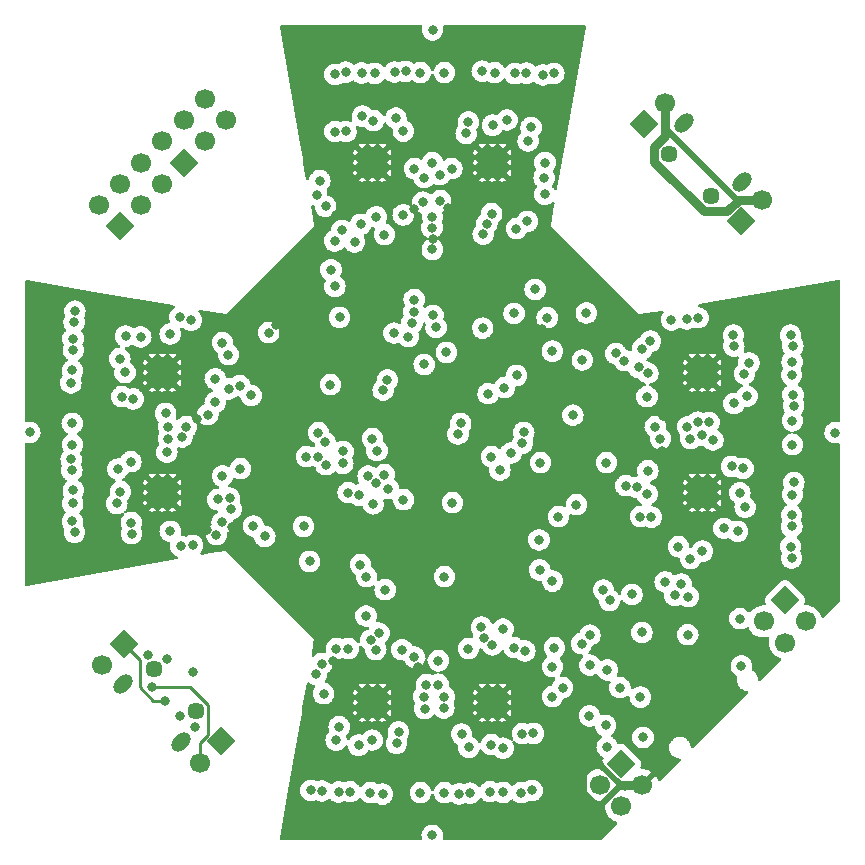
<source format=gbr>
G04 #@! TF.GenerationSoftware,KiCad,Pcbnew,5.99.0-unknown-243631a095~131~ubuntu18.04.1*
G04 #@! TF.CreationDate,2021-09-04T20:13:21+03:00*
G04 #@! TF.ProjectId,FreeEEG128-alpha,46726565-4545-4473-9132-382d616c7068,rev?*
G04 #@! TF.SameCoordinates,Original*
G04 #@! TF.FileFunction,Copper,L3,Inr*
G04 #@! TF.FilePolarity,Positive*
%FSLAX46Y46*%
G04 Gerber Fmt 4.6, Leading zero omitted, Abs format (unit mm)*
G04 Created by KiCad (PCBNEW 5.99.0-unknown-243631a095~131~ubuntu18.04.1) date 2021-09-04 20:13:21*
%MOMM*%
%LPD*%
G01*
G04 APERTURE LIST*
G04 Aperture macros list*
%AMHorizOval*
0 Thick line with rounded ends*
0 $1 width*
0 $2 $3 position (X,Y) of the first rounded end (center of the circle)*
0 $4 $5 position (X,Y) of the second rounded end (center of the circle)*
0 Add line between two ends*
20,1,$1,$2,$3,$4,$5,0*
0 Add two circle primitives to create the rounded ends*
1,1,$1,$2,$3*
1,1,$1,$4,$5*%
%AMRotRect*
0 Rectangle, with rotation*
0 The origin of the aperture is its center*
0 $1 length*
0 $2 width*
0 $3 Rotation angle, in degrees counterclockwise*
0 Add horizontal line*
21,1,$1,$2,0,0,$3*%
G04 Aperture macros list end*
G04 #@! TA.AperFunction,ComponentPad*
%ADD10RotRect,1.700000X1.700000X45.000000*%
G04 #@! TD*
G04 #@! TA.AperFunction,ComponentPad*
%ADD11HorizOval,1.700000X0.000000X0.000000X0.000000X0.000000X0*%
G04 #@! TD*
G04 #@! TA.AperFunction,ComponentPad*
%ADD12C,1.450000*%
G04 #@! TD*
G04 #@! TA.AperFunction,ComponentPad*
%ADD13HorizOval,1.200000X-0.247487X-0.247487X0.247487X0.247487X0*%
G04 #@! TD*
G04 #@! TA.AperFunction,ComponentPad*
%ADD14HorizOval,1.200000X0.247487X0.247487X-0.247487X-0.247487X0*%
G04 #@! TD*
G04 #@! TA.AperFunction,ComponentPad*
%ADD15RotRect,1.700000X1.700000X225.000000*%
G04 #@! TD*
G04 #@! TA.AperFunction,ComponentPad*
%ADD16HorizOval,1.700000X0.000000X0.000000X0.000000X0.000000X0*%
G04 #@! TD*
G04 #@! TA.AperFunction,ComponentPad*
%ADD17RotRect,1.700000X1.700000X315.000000*%
G04 #@! TD*
G04 #@! TA.AperFunction,ComponentPad*
%ADD18HorizOval,1.700000X0.000000X0.000000X0.000000X0.000000X0*%
G04 #@! TD*
G04 #@! TA.AperFunction,ComponentPad*
%ADD19RotRect,1.700000X1.700000X135.000000*%
G04 #@! TD*
G04 #@! TA.AperFunction,ComponentPad*
%ADD20HorizOval,1.700000X0.000000X0.000000X0.000000X0.000000X0*%
G04 #@! TD*
G04 #@! TA.AperFunction,ComponentPad*
%ADD21C,0.500000*%
G04 #@! TD*
G04 #@! TA.AperFunction,ViaPad*
%ADD22C,0.800000*%
G04 #@! TD*
G04 #@! TA.AperFunction,Conductor*
%ADD23C,0.250000*%
G04 #@! TD*
G04 #@! TA.AperFunction,Conductor*
%ADD24C,0.500000*%
G04 #@! TD*
G04 #@! TA.AperFunction,Conductor*
%ADD25C,0.750000*%
G04 #@! TD*
G04 APERTURE END LIST*
D10*
X17888949Y26143949D03*
D11*
X19685000Y27940000D03*
D12*
X23593623Y20039345D03*
D13*
X26209918Y21241427D03*
D12*
X20058089Y23574879D03*
D14*
X21260171Y26191174D03*
D10*
X26143949Y17888949D03*
D11*
X27940000Y19685000D03*
D15*
X-17888949Y-26143949D03*
D16*
X-19685000Y-27940000D03*
D15*
X-26143949Y-17888949D03*
D16*
X-27940000Y-19685000D03*
D17*
X15983949Y-28048949D03*
D18*
X17780000Y-29845000D03*
X14187898Y-29845000D03*
X15983949Y-31641051D03*
D19*
X-21063949Y22860000D03*
D20*
X-22860000Y24656051D03*
X-19267898Y24656051D03*
X-21063949Y26452102D03*
X-17471847Y26452102D03*
X-19267898Y28248154D03*
D17*
X29845000Y-14187898D03*
D18*
X31641051Y-15983949D03*
X28048949Y-15983949D03*
X29845000Y-17780000D03*
D19*
X-26452102Y17471846D03*
D20*
X-28248153Y19267897D03*
X-24656051Y19267897D03*
X-26452102Y21063948D03*
X-22860000Y21063948D03*
X-24656051Y22860000D03*
D21*
X22860000Y5080000D03*
X22010000Y5930000D03*
X22010000Y4230000D03*
X22860000Y5930000D03*
X22010000Y5080000D03*
X23710000Y4230000D03*
X23710000Y5080000D03*
X22860000Y4230000D03*
X23710000Y5930000D03*
X-5080000Y22010000D03*
X-5930000Y23710000D03*
X-5930000Y22860000D03*
X-5080000Y22860000D03*
X-4230000Y23710000D03*
X-5930000Y22010000D03*
X-4230000Y22010000D03*
X-5080000Y23710000D03*
X-4230000Y22860000D03*
X23710000Y-5080000D03*
X22010000Y-5930000D03*
X22860000Y-4230000D03*
X23710000Y-4230000D03*
X22860000Y-5930000D03*
X23710000Y-5930000D03*
X22010000Y-4230000D03*
X22010000Y-5080000D03*
X22860000Y-5080000D03*
X-23710000Y-4230000D03*
X-22010000Y-4230000D03*
X-22860000Y-4230000D03*
X-22860000Y-5930000D03*
X-22860000Y-5080000D03*
X-23710000Y-5080000D03*
X-23710000Y-5930000D03*
X-22010000Y-5930000D03*
X-22010000Y-5080000D03*
X-5930000Y-22010000D03*
X-5080000Y-22860000D03*
X-4230000Y-23710000D03*
X-4230000Y-22010000D03*
X-5930000Y-22860000D03*
X-4230000Y-22860000D03*
X-5930000Y-23710000D03*
X-5080000Y-22010000D03*
X-5080000Y-23710000D03*
X-22860000Y5930000D03*
X-22860000Y5080000D03*
X-22860000Y4230000D03*
X-22010000Y5080000D03*
X-23710000Y5080000D03*
X-22010000Y5930000D03*
X-23710000Y5930000D03*
X-22010000Y4230000D03*
X-23710000Y4230000D03*
X5080000Y22860000D03*
X5930000Y22860000D03*
X4230000Y22860000D03*
X5930000Y23710000D03*
X5080000Y23710000D03*
X4230000Y22010000D03*
X4230000Y23710000D03*
X5930000Y22010000D03*
X5080000Y22010000D03*
X4230000Y-22860000D03*
X5080000Y-23710000D03*
X5930000Y-23710000D03*
X5930000Y-22860000D03*
X5930000Y-22010000D03*
X4230000Y-22010000D03*
X4230000Y-23710000D03*
X5080000Y-22010000D03*
X5080000Y-22860000D03*
D12*
X-23593623Y-20058089D03*
D13*
X-21260171Y-26209918D03*
D12*
X-20058089Y-23593623D03*
D14*
X-26209918Y-21260171D03*
D21*
X-5080000Y-22010000D03*
X-5930000Y-22010000D03*
X-5930000Y-22860000D03*
X-4230000Y-22860000D03*
X-5080000Y-23710000D03*
X-4230000Y-22010000D03*
X-4230000Y-23710000D03*
X-5930000Y-23710000D03*
X-5080000Y-22860000D03*
X-23710000Y4230000D03*
X-22860000Y5080000D03*
X-22010000Y5930000D03*
X-23710000Y5080000D03*
X-22860000Y5930000D03*
X-23710000Y5930000D03*
X-22010000Y5080000D03*
X-22860000Y4230000D03*
X-22010000Y4230000D03*
X-5080000Y22010000D03*
X-5080000Y23710000D03*
X-4230000Y22860000D03*
X-4230000Y23710000D03*
X-5080000Y22860000D03*
X-5930000Y22860000D03*
X-5930000Y22010000D03*
X-4230000Y22010000D03*
X-5930000Y23710000D03*
X23710000Y5930000D03*
X23710000Y4230000D03*
X22860000Y4230000D03*
X22860000Y5930000D03*
X23710000Y5080000D03*
X22860000Y5080000D03*
X22010000Y5080000D03*
X22010000Y5930000D03*
X22010000Y4230000D03*
X-23710000Y-5930000D03*
X-22010000Y-4230000D03*
X-22010000Y-5080000D03*
X-22860000Y-4230000D03*
X-22860000Y-5930000D03*
X-23710000Y-4230000D03*
X-22860000Y-5080000D03*
X-22010000Y-5930000D03*
X-23710000Y-5080000D03*
X5930000Y22860000D03*
X4230000Y22860000D03*
X5080000Y22010000D03*
X5080000Y23710000D03*
X5930000Y23710000D03*
X5080000Y22860000D03*
X4230000Y22010000D03*
X5930000Y22010000D03*
X4230000Y23710000D03*
X5930000Y-22860000D03*
X4230000Y-22010000D03*
X5930000Y-22010000D03*
X5080000Y-22010000D03*
X4230000Y-23710000D03*
X5930000Y-23710000D03*
X5080000Y-23710000D03*
X5080000Y-22860000D03*
X4230000Y-22860000D03*
X22010000Y-5930000D03*
X22010000Y-5080000D03*
X23710000Y-5930000D03*
X23710000Y-5080000D03*
X22010000Y-4230000D03*
X22860000Y-4230000D03*
X23710000Y-4230000D03*
X22860000Y-5930000D03*
X22860000Y-5080000D03*
D22*
X13028525Y10135511D03*
X21844000Y-10668000D03*
X11023600Y-21590000D03*
X-9839506Y-20464762D03*
X-22352000Y-508000D03*
X-9799020Y20135917D03*
X-704129Y21597243D03*
X-21292032Y-9624000D03*
X-21379201Y9781457D03*
X1016000Y-22352000D03*
X-22352374Y495723D03*
X626508Y21844000D03*
X22835010Y-233926D03*
X9461399Y21569456D03*
X21538616Y9620857D03*
X-737022Y-22352000D03*
X22466499Y881415D03*
X9025500Y-9078127D03*
X9509787Y20177787D03*
X-508000Y-21336000D03*
X-20828000Y508000D03*
X508000Y-21336000D03*
X-20417715Y9515513D03*
X-21206543Y-378543D03*
X21589988Y483010D03*
X20235484Y9543967D03*
X21844000Y-508000D03*
X-20304594Y-9543967D03*
X-9035967Y19163139D03*
X679861Y19640139D03*
X-812115Y19507481D03*
X20828000Y-9652000D03*
X-9368980Y-19569924D03*
X10160000Y-19812000D03*
X-6096000Y-11176000D03*
X-5588000Y-12192000D03*
X9708626Y9725368D03*
X10160000Y-12573000D03*
X17831900Y-25810098D03*
X-6276Y15504893D03*
X14799029Y-26608627D03*
X-20312380Y-20286980D03*
X-22638184Y-22693871D03*
X-21331501Y-23959753D03*
X15875000Y-21601770D03*
X6913016Y10100070D03*
X2394132Y778247D03*
X-14193869Y-8785125D03*
X-5080000Y-508000D03*
X2162303Y-118783D03*
X8696664Y12116845D03*
X-4690500Y-1524000D03*
X-10908613Y-7938372D03*
X26153812Y-19752918D03*
X-4064000Y-3556000D03*
X13288011Y-23978087D03*
X10333488Y-18202574D03*
X13335000Y-19685000D03*
X13335000Y-17145000D03*
X12627892Y-17870000D03*
X9081011Y-11619003D03*
X21618291Y-17116709D03*
X17604054Y-22400946D03*
X-13861135Y8468473D03*
X-10401109Y-10909108D03*
X-8255000Y12374880D03*
X10668000Y-7112000D03*
X-7855001Y9760001D03*
X17734003Y-16911597D03*
X-10668000Y-2032000D03*
X1689881Y-5930119D03*
X-4004544Y-13304069D03*
X4258811Y8850732D03*
X10151640Y6895553D03*
X-15160872Y-7909404D03*
X1016000Y-12192000D03*
X-8588621Y13786410D03*
X14808200Y-20091400D03*
X-4175070Y3597751D03*
X1179751Y6794508D03*
X-699500Y5779500D03*
X19685000Y25020960D03*
X-3819965Y4453500D03*
X-1016000Y-30480000D03*
X-1016000Y30480000D03*
X30480000Y-1016000D03*
X-30492689Y789487D03*
X1016000Y30480000D03*
X-30480000Y-1016000D03*
X30480000Y1016000D03*
X1016000Y-30480000D03*
X16891000Y-13695998D03*
X19705990Y-12637011D03*
X14999627Y-14210373D03*
X21082000Y-12827000D03*
X14732000Y-2540000D03*
X11890965Y1482405D03*
X4713500Y3290713D03*
X21663511Y-13896489D03*
X20515858Y-13774142D03*
X6093543Y3812457D03*
X14478000Y-13335000D03*
X7120105Y4839019D03*
X14664982Y-24795019D03*
X26035000Y-15748000D03*
X-8636000Y4064000D03*
X-5445679Y-3674500D03*
X8028969Y17879030D03*
X-2473010Y18438434D03*
X508000Y-19304000D03*
X-17780000Y-3674500D03*
X19304000Y-508000D03*
X18534068Y-7156279D03*
X-1524000Y-19012307D03*
X-19012307Y1524000D03*
X-8277967Y16234130D03*
X18868690Y508000D03*
X0Y18288000D03*
X-18288000Y-8636000D03*
X7832110Y-18474624D03*
X-17780000Y7620000D03*
X18451768Y7740589D03*
X-8128000Y-18288000D03*
X12196839Y-6091008D03*
X-34091449Y11486D03*
X34091449Y-11486D03*
X11486Y34091449D03*
X-11486Y-34091449D03*
X30516996Y7342274D03*
X25516087Y7322906D03*
X26799473Y5910767D03*
X30454600Y5994400D03*
X30586851Y2269001D03*
X25527000Y2463800D03*
X30607000Y-4216400D03*
X26297546Y-3040052D03*
X30429200Y-7950200D03*
X26476897Y-6314134D03*
X24690297Y-8101103D03*
X30403800Y-10617200D03*
X25831800Y-8356600D03*
X30326343Y-9657569D03*
X26028847Y-5092444D03*
X30403800Y-6985000D03*
X30480000Y-5257800D03*
X25333644Y-2860626D03*
X30529641Y3193735D03*
X26642775Y3090300D03*
X30403800Y4876800D03*
X26416000Y4996323D03*
X30326538Y8248989D03*
X25488192Y8248989D03*
X7619942Y-25490868D03*
X7518400Y-30480000D03*
X5994400Y-30454600D03*
X5985891Y-26724349D03*
X2463800Y-25527000D03*
X2269001Y-30586851D03*
X-3040052Y-26297546D03*
X-4216400Y-30607000D03*
X-7950200Y-30429200D03*
X-6243537Y-26466610D03*
X-7894063Y-24897337D03*
X-10280989Y-30301419D03*
X-9355187Y-30337428D03*
X-8149560Y-26038840D03*
X-5092444Y-26028847D03*
X-6985000Y-30403800D03*
X-5257800Y-30480000D03*
X-2860626Y-25333644D03*
X3090300Y-26642775D03*
X3193735Y-30529641D03*
X4996323Y-26416000D03*
X4876800Y-30403800D03*
X8546273Y-25473080D03*
X8432800Y-30302200D03*
X-30480000Y-7518400D03*
X-25490868Y-7619942D03*
X-30454600Y-5994400D03*
X-26724349Y-5985891D03*
X-25527000Y-2463800D03*
X-30586851Y-2269001D03*
X-30607000Y4216400D03*
X-26297546Y3040052D03*
X-30429200Y7950200D03*
X-26474381Y6261238D03*
X-30275705Y10280989D03*
X-24690297Y8101103D03*
X-30340708Y9356769D03*
X-25974570Y8167261D03*
X-30403800Y6985000D03*
X-26028847Y5092444D03*
X-25333644Y2860626D03*
X-30480000Y5257800D03*
X-30529641Y-3193735D03*
X-26642775Y-3090300D03*
X-26416000Y-4996323D03*
X-30403800Y-4876800D03*
X-25473080Y-8546273D03*
X-30302200Y-8432800D03*
X-7342990Y30517309D03*
X-7322495Y25492105D03*
X-5922553Y26787687D03*
X-5994400Y30454600D03*
X-2463800Y25527000D03*
X-2269001Y30586851D03*
X-2452984Y-5683986D03*
X5977291Y-16628709D03*
X-7651467Y17129679D03*
X7112000Y17272000D03*
X12689832Y6143640D03*
X-4064000Y16764000D03*
X-16256000Y-3048000D03*
X17608756Y-7109323D03*
X-17801948Y-7609495D03*
X17775251Y7107556D03*
X3048000Y-18288000D03*
X-32711Y17362075D03*
X-18385807Y2574318D03*
X18169500Y3048000D03*
X-7112000Y-18288000D03*
X-2574318Y-18385807D03*
X-17272000Y6604000D03*
X18242190Y-3224763D03*
X6921504Y-18199163D03*
X15540907Y6698114D03*
X-7591374Y-2602989D03*
X-3253266Y8430734D03*
X-2032000Y8128000D03*
X4300868Y16800560D03*
X-6593338Y16137500D03*
X-1579512Y10249247D03*
X5018610Y18534661D03*
X58618Y9921553D03*
X-4757606Y18267638D03*
X9144000Y-2540000D03*
X-1541540Y11262208D03*
X3040052Y26297546D03*
X4216400Y30607000D03*
X6314134Y26476897D03*
X7950200Y30429200D03*
X8101103Y24690297D03*
X10280989Y30403800D03*
X9361556Y30289565D03*
X8356600Y25831800D03*
X5092444Y26028847D03*
X6985000Y30403800D03*
X5257800Y30480000D03*
X2860626Y25333644D03*
X-3090300Y26642775D03*
X-3193735Y30529641D03*
X-4996323Y26416000D03*
X-4876800Y30403800D03*
X-8248989Y30323472D03*
X-8248989Y25488191D03*
X-20134580Y-24960580D03*
X-22506973Y-19136720D03*
X-24056340Y-18811240D03*
X1642500Y22352000D03*
X-22481457Y-1653457D03*
X22860000Y-10041500D03*
X0Y22860000D03*
X-22204509Y8358153D03*
X10160000Y-22352000D03*
X-664989Y-23368000D03*
X-22193532Y-8354045D03*
X23413202Y876081D03*
X22493928Y9721379D03*
X-9533500Y21336000D03*
X-1524000Y22352000D03*
X9533500Y22860000D03*
X23751357Y-626500D03*
X-9213006Y-22098379D03*
X968643Y-23320643D03*
X-22585566Y1628107D03*
X308957Y8899522D03*
X-1727955Y9318051D03*
X-6080578Y17628022D03*
X4600442Y17677294D03*
X-5619878Y-15518618D03*
X-5021897Y-6027103D03*
X-3736139Y-4741344D03*
X-4510028Y-16974408D03*
X5080436Y-17965622D03*
X-6235655Y-5294413D03*
X4369587Y-17371399D03*
X-4750980Y-4309500D03*
X-5225882Y-17562591D03*
X-7136455Y-5077699D03*
X4155130Y-16470059D03*
X-4800766Y-18385807D03*
X-15351046Y3144360D03*
X-16296377Y3971042D03*
X-17042092Y-6470032D03*
X-7557011Y-1593997D03*
X-9652000Y0D03*
X-9652000Y-2032000D03*
X-18169500Y-5665263D03*
X-18385807Y4556706D03*
X-23721882Y-21556174D03*
X9296263Y8763451D03*
X11201400Y-13208000D03*
X8217356Y-16630000D03*
X23495000Y-21590000D03*
X1334997Y18985003D03*
X-8407657Y-19324743D03*
X1845394Y-19930500D03*
X-19001660Y-1448335D03*
X-1524000Y18914500D03*
X-7969795Y-13343814D03*
X19304000Y-8636000D03*
X8929270Y-19361838D03*
X12370971Y12345297D03*
X7257256Y-9921164D03*
X19426428Y8513569D03*
X-13205999Y9123609D03*
X-12192000Y-1016000D03*
X-16966244Y-8009500D03*
X3048000Y8636000D03*
X-19906054Y1189306D03*
X1207500Y2293260D03*
X-19110424Y-8209357D03*
X-8159456Y18400966D03*
X-1191798Y-19877206D03*
X-19304000Y8636000D03*
X19422500Y-1524000D03*
X12145Y16431213D03*
X-9398000Y11811000D03*
X8521478Y19325718D03*
X18415000Y-23495000D03*
X19495190Y1389450D03*
X-17250871Y3707123D03*
X-17170735Y-5552504D03*
X-9076903Y-824896D03*
X-9008500Y-2722388D03*
X16387806Y-4485337D03*
X16256000Y6096000D03*
X7732702Y22353D03*
X7621892Y-897500D03*
X17450401Y5528044D03*
X5712006Y-3175000D03*
X17307205Y-4633011D03*
X6667004Y-1714004D03*
X18169500Y-5198902D03*
X4998035Y-2032000D03*
X18246670Y5054379D03*
D23*
X-24798020Y-21553038D02*
X-23657187Y-22693871D01*
X-26143949Y-17888949D02*
X-24798020Y-19234878D01*
X-24798020Y-19234878D02*
X-24798020Y-21553038D01*
X-22638184Y-22693871D02*
X-23657187Y-22693871D01*
D24*
X19576051Y27831051D02*
X19576051Y25895380D01*
D25*
X24979074Y18739344D02*
X25924730Y19685000D01*
X18758088Y22950878D02*
X22969622Y18739344D01*
D24*
X26628970Y19576051D02*
X27831051Y19576051D01*
X25895380Y19576051D02*
X26628970Y19576051D01*
D25*
X19685000Y25125792D02*
X18758088Y24198880D01*
X26737919Y19685000D02*
X27940000Y19685000D01*
X22969622Y18739344D02*
X24979074Y18739344D01*
X25924730Y19685000D02*
X26737919Y19685000D01*
X19685000Y27940000D02*
X19685000Y25125792D01*
X18758088Y24198880D02*
X18758088Y22950878D01*
D24*
X19576051Y25895380D02*
X25895380Y19576051D01*
D23*
X-19685000Y-26737919D02*
X-19685000Y-27940000D01*
X-23721882Y-21556174D02*
X-20541536Y-21556174D01*
X-19008088Y-25601370D02*
X-19685000Y-26278282D01*
X-19685000Y-26278282D02*
X-19685000Y-26737919D01*
X-19008088Y-23089622D02*
X-19008088Y-25601370D01*
X-20541536Y-21556174D02*
X-19008088Y-23089622D01*
D24*
X15954974Y-29845000D02*
X13995400Y-31804574D01*
D25*
X13995400Y-31804574D02*
X13995400Y-31775400D01*
X12700000Y-28448000D02*
X13120987Y-28027013D01*
D24*
X15954974Y-29845000D02*
X14136987Y-28027013D01*
D25*
X13995400Y-31775400D02*
X12700000Y-30480000D01*
X17780000Y-29845000D02*
X15954974Y-29845000D01*
X12700000Y-30480000D02*
X12700000Y-28448000D01*
X13120987Y-28027013D02*
X14136987Y-28027013D01*
G04 #@! TA.AperFunction,Conductor*
G36*
X-918923Y34471998D02*
G01*
X-872430Y34418342D01*
X-862326Y34348068D01*
X-867209Y34327069D01*
X-882056Y34281377D01*
X-902018Y34091449D01*
X-882056Y33901521D01*
X-823041Y33719893D01*
X-727554Y33554505D01*
X-599767Y33412583D01*
X-445266Y33300331D01*
X-439238Y33297647D01*
X-439236Y33297646D01*
X-276833Y33225340D01*
X-270802Y33222655D01*
X-177402Y33202802D01*
X-90458Y33184321D01*
X-90453Y33184321D01*
X-84001Y33182949D01*
X106973Y33182949D01*
X113425Y33184321D01*
X113430Y33184321D01*
X200374Y33202802D01*
X293774Y33222655D01*
X299805Y33225340D01*
X462208Y33297646D01*
X462210Y33297647D01*
X468238Y33300331D01*
X622739Y33412583D01*
X750526Y33554505D01*
X846013Y33719893D01*
X905028Y33901521D01*
X924990Y34091449D01*
X905028Y34281377D01*
X890183Y34327065D01*
X888155Y34398031D01*
X924817Y34458829D01*
X988529Y34490154D01*
X1010016Y34492000D01*
X12865045Y34492000D01*
X12933166Y34471998D01*
X12979659Y34418342D01*
X12989107Y34343984D01*
X11211159Y24325026D01*
X10565870Y20688743D01*
X10555244Y20628867D01*
X10523647Y20565289D01*
X10462693Y20528887D01*
X10391734Y20531217D01*
X10333300Y20571541D01*
X10322063Y20587883D01*
X10252128Y20709013D01*
X10248827Y20714731D01*
X10157480Y20816183D01*
X10126763Y20880190D01*
X10135528Y20950643D01*
X10157478Y20984798D01*
X10200439Y21032512D01*
X10295926Y21197900D01*
X10354941Y21379528D01*
X10357862Y21407315D01*
X10374213Y21562891D01*
X10374903Y21569456D01*
X10362840Y21684228D01*
X10355631Y21752821D01*
X10355631Y21752823D01*
X10354941Y21759384D01*
X10295926Y21941012D01*
X10251045Y22018749D01*
X10200439Y22106400D01*
X10202027Y22107317D01*
X10181164Y22165775D01*
X10197239Y22234928D01*
X10213317Y22257282D01*
X10272540Y22323056D01*
X10345203Y22448912D01*
X10364723Y22482721D01*
X10364724Y22482722D01*
X10368027Y22488444D01*
X10427042Y22670072D01*
X10430174Y22699866D01*
X10446314Y22853435D01*
X10447004Y22860000D01*
X10431850Y23004186D01*
X10427732Y23043365D01*
X10427732Y23043367D01*
X10427042Y23049928D01*
X10368027Y23231556D01*
X10272540Y23396944D01*
X10144753Y23538866D01*
X10000392Y23643751D01*
X9995594Y23647237D01*
X9995593Y23647238D01*
X9990252Y23651118D01*
X9984224Y23653802D01*
X9984222Y23653803D01*
X9821819Y23726109D01*
X9821818Y23726109D01*
X9815788Y23728794D01*
X9722388Y23748647D01*
X9635444Y23767128D01*
X9635439Y23767128D01*
X9628987Y23768500D01*
X9438013Y23768500D01*
X9431561Y23767128D01*
X9431556Y23767128D01*
X9344612Y23748647D01*
X9251212Y23728794D01*
X9245182Y23726109D01*
X9245181Y23726109D01*
X9082778Y23653803D01*
X9082776Y23653802D01*
X9076748Y23651118D01*
X9071407Y23647238D01*
X9071406Y23647237D01*
X9066608Y23643751D01*
X8922247Y23538866D01*
X8794460Y23396944D01*
X8698973Y23231556D01*
X8639958Y23049928D01*
X8639268Y23043367D01*
X8639268Y23043365D01*
X8635150Y23004186D01*
X8619996Y22860000D01*
X8620686Y22853435D01*
X8636827Y22699866D01*
X8639958Y22670072D01*
X8698973Y22488444D01*
X8702276Y22482722D01*
X8702277Y22482721D01*
X8794460Y22323056D01*
X8792872Y22322139D01*
X8813735Y22263681D01*
X8797660Y22194528D01*
X8781582Y22172174D01*
X8722359Y22106400D01*
X8626872Y21941012D01*
X8567857Y21759384D01*
X8567167Y21752823D01*
X8567167Y21752821D01*
X8559958Y21684228D01*
X8547895Y21569456D01*
X8548585Y21562891D01*
X8564937Y21407315D01*
X8567857Y21379528D01*
X8626872Y21197900D01*
X8722359Y21032512D01*
X8800663Y20945547D01*
X8813706Y20931061D01*
X8844423Y20867053D01*
X8835658Y20796600D01*
X8813708Y20762445D01*
X8770747Y20714731D01*
X8767446Y20709013D01*
X8682647Y20562137D01*
X8675260Y20549343D01*
X8616245Y20367715D01*
X8615555Y20361154D01*
X8615555Y20361152D01*
X8611125Y20319005D01*
X8596283Y20177787D01*
X8616245Y19987859D01*
X8675260Y19806231D01*
X8770747Y19640843D01*
X8775165Y19635936D01*
X8775166Y19635935D01*
X8892917Y19505159D01*
X8898534Y19498921D01*
X8956163Y19457051D01*
X9038911Y19396931D01*
X9053035Y19386669D01*
X9059063Y19383985D01*
X9059065Y19383984D01*
X9221468Y19311678D01*
X9227499Y19308993D01*
X9317837Y19289791D01*
X9407843Y19270659D01*
X9407848Y19270659D01*
X9414300Y19269287D01*
X9605274Y19269287D01*
X9611726Y19270659D01*
X9611731Y19270659D01*
X9701737Y19289791D01*
X9792075Y19308993D01*
X9798106Y19311678D01*
X9960509Y19383984D01*
X9960511Y19383985D01*
X9966539Y19386669D01*
X9971881Y19390550D01*
X10115696Y19495038D01*
X10115698Y19495040D01*
X10121040Y19498921D01*
X10125462Y19503832D01*
X10126936Y19505159D01*
X10190944Y19535876D01*
X10261397Y19527113D01*
X10315929Y19481650D01*
X10337224Y19413922D01*
X10335309Y19389507D01*
X10005556Y17531306D01*
X10000000Y17500000D01*
X17500000Y10000000D01*
X18677887Y10204985D01*
X19421806Y10334447D01*
X19492348Y10326421D01*
X19547351Y10281531D01*
X19569354Y10214030D01*
X19551370Y10145349D01*
X19537045Y10126003D01*
X19496444Y10080911D01*
X19480016Y10052457D01*
X19404451Y9921574D01*
X19400957Y9915523D01*
X19341942Y9733895D01*
X19341252Y9727334D01*
X19341252Y9727332D01*
X19332550Y9644535D01*
X19321980Y9543967D01*
X19322670Y9537402D01*
X19339532Y9376973D01*
X19341942Y9354039D01*
X19400957Y9172411D01*
X19404260Y9166689D01*
X19404261Y9166688D01*
X19417385Y9143957D01*
X19496444Y9007023D01*
X19500862Y9002116D01*
X19500863Y9002115D01*
X19606578Y8884707D01*
X19624231Y8865101D01*
X19690618Y8816868D01*
X19746594Y8776199D01*
X19778732Y8752849D01*
X19784760Y8750165D01*
X19784762Y8750164D01*
X19926077Y8687247D01*
X19953196Y8675173D01*
X20032102Y8658401D01*
X20133540Y8636839D01*
X20133545Y8636839D01*
X20139997Y8635467D01*
X20330971Y8635467D01*
X20337423Y8636839D01*
X20337428Y8636839D01*
X20438866Y8658401D01*
X20517772Y8675173D01*
X20544891Y8687247D01*
X20686206Y8750164D01*
X20686208Y8750165D01*
X20692236Y8752849D01*
X20724375Y8776199D01*
X20840885Y8860849D01*
X20846737Y8865101D01*
X20851150Y8870002D01*
X20853610Y8872217D01*
X20917618Y8902932D01*
X20988071Y8894166D01*
X21011978Y8880514D01*
X21076522Y8833620D01*
X21081864Y8829739D01*
X21087892Y8827055D01*
X21087894Y8827054D01*
X21250297Y8754748D01*
X21256328Y8752063D01*
X21349729Y8732210D01*
X21436672Y8713729D01*
X21436677Y8713729D01*
X21443129Y8712357D01*
X21634103Y8712357D01*
X21640555Y8713729D01*
X21640560Y8713729D01*
X21727503Y8732210D01*
X21820904Y8752063D01*
X21826935Y8754748D01*
X21989338Y8827054D01*
X21989340Y8827055D01*
X21995368Y8829739D01*
X22000881Y8833744D01*
X22038187Y8860849D01*
X22105054Y8884707D01*
X22163498Y8874019D01*
X22205605Y8855271D01*
X22205613Y8855268D01*
X22211640Y8852585D01*
X22300863Y8833620D01*
X22391984Y8814251D01*
X22391989Y8814251D01*
X22398441Y8812879D01*
X22589415Y8812879D01*
X22595867Y8814251D01*
X22595872Y8814251D01*
X22686993Y8833620D01*
X22776216Y8852585D01*
X22782249Y8855271D01*
X22944650Y8927576D01*
X22944652Y8927577D01*
X22950680Y8930261D01*
X22956171Y8934250D01*
X23060878Y9010325D01*
X23105181Y9042513D01*
X23136460Y9077252D01*
X23228549Y9179527D01*
X23228550Y9179528D01*
X23232968Y9184435D01*
X23321998Y9338639D01*
X23325151Y9344100D01*
X23325152Y9344101D01*
X23328455Y9349823D01*
X23387470Y9531451D01*
X23388252Y9538885D01*
X23406742Y9714814D01*
X23407432Y9721379D01*
X23400428Y9788022D01*
X23388160Y9904744D01*
X23388160Y9904746D01*
X23387470Y9911307D01*
X23328455Y10092935D01*
X23317748Y10111481D01*
X23263763Y10204985D01*
X23232968Y10258323D01*
X23212560Y10280989D01*
X23109603Y10395334D01*
X23109602Y10395335D01*
X23105181Y10400245D01*
X22950680Y10512497D01*
X22944652Y10515181D01*
X22944650Y10515182D01*
X22782247Y10587488D01*
X22782246Y10587488D01*
X22776216Y10590173D01*
X22682815Y10610026D01*
X22595872Y10628507D01*
X22595867Y10628507D01*
X22589415Y10629879D01*
X22578347Y10629879D01*
X22510226Y10649881D01*
X22463733Y10703537D01*
X22453629Y10773811D01*
X22483123Y10838391D01*
X22542849Y10876775D01*
X22556744Y10880013D01*
X34344397Y12931390D01*
X34414939Y12923364D01*
X34469942Y12878474D01*
X34492000Y12807256D01*
X34492000Y987768D01*
X34471998Y919647D01*
X34418342Y873154D01*
X34348068Y863050D01*
X34339803Y864521D01*
X34193393Y895642D01*
X34193388Y895642D01*
X34186936Y897014D01*
X33995962Y897014D01*
X33989510Y895642D01*
X33989505Y895642D01*
X33917235Y880280D01*
X33809161Y857308D01*
X33803131Y854623D01*
X33803130Y854623D01*
X33640727Y782317D01*
X33640725Y782316D01*
X33634697Y779632D01*
X33480196Y667380D01*
X33475775Y662470D01*
X33475774Y662469D01*
X33357603Y531226D01*
X33352409Y525458D01*
X33331692Y489575D01*
X33266858Y377279D01*
X33256922Y360070D01*
X33197907Y178442D01*
X33197217Y171881D01*
X33197217Y171879D01*
X33185064Y56249D01*
X33177945Y-11486D01*
X33178635Y-18051D01*
X33196076Y-183990D01*
X33197907Y-201414D01*
X33256922Y-383042D01*
X33352409Y-548430D01*
X33356827Y-553337D01*
X33356828Y-553338D01*
X33453439Y-660635D01*
X33480196Y-690352D01*
X33515784Y-716208D01*
X33621118Y-792738D01*
X33634697Y-802604D01*
X33640725Y-805288D01*
X33640727Y-805289D01*
X33793418Y-873271D01*
X33809161Y-880280D01*
X33902562Y-900133D01*
X33989505Y-918614D01*
X33989510Y-918614D01*
X33995962Y-919986D01*
X34186936Y-919986D01*
X34193388Y-918614D01*
X34193393Y-918614D01*
X34339803Y-887493D01*
X34410594Y-892895D01*
X34467226Y-935712D01*
X34491720Y-1002350D01*
X34492000Y-1010740D01*
X34492000Y-14237390D01*
X34471998Y-14305511D01*
X34455095Y-14326485D01*
X33149958Y-15631622D01*
X33087646Y-15665648D01*
X33016831Y-15660583D01*
X32959995Y-15618036D01*
X32938659Y-15573223D01*
X32932743Y-15549669D01*
X32932741Y-15549663D01*
X32931482Y-15544651D01*
X32842405Y-15339789D01*
X32766928Y-15223119D01*
X32723873Y-15156566D01*
X32723871Y-15156563D01*
X32721065Y-15152226D01*
X32570721Y-14987000D01*
X32566670Y-14983801D01*
X32566666Y-14983797D01*
X32399465Y-14851749D01*
X32399461Y-14851747D01*
X32395410Y-14848547D01*
X32389871Y-14845489D01*
X32314019Y-14803617D01*
X32199840Y-14740587D01*
X32194971Y-14738863D01*
X32194967Y-14738861D01*
X31994138Y-14667744D01*
X31994134Y-14667743D01*
X31989263Y-14666018D01*
X31984170Y-14665111D01*
X31984167Y-14665110D01*
X31774424Y-14627749D01*
X31774418Y-14627748D01*
X31769335Y-14626843D01*
X31724939Y-14626301D01*
X31601235Y-14624789D01*
X31533363Y-14603956D01*
X31487529Y-14549736D01*
X31478285Y-14479344D01*
X31488073Y-14446647D01*
X31536447Y-14340253D01*
X31536447Y-14340252D01*
X31540161Y-14332084D01*
X31542466Y-14315994D01*
X31559537Y-14196787D01*
X31560810Y-14187898D01*
X31558272Y-14170178D01*
X31541434Y-14052598D01*
X31541433Y-14052595D01*
X31540161Y-14043712D01*
X31528357Y-14017749D01*
X31483142Y-13918304D01*
X31479874Y-13911116D01*
X31474927Y-13904963D01*
X31474925Y-13904960D01*
X31442821Y-13865032D01*
X31440681Y-13862370D01*
X30170528Y-12592217D01*
X30138462Y-12566435D01*
X30127938Y-12557973D01*
X30127935Y-12557971D01*
X30121782Y-12553024D01*
X29989186Y-12492737D01*
X29980303Y-12491465D01*
X29980300Y-12491464D01*
X29853889Y-12473361D01*
X29845000Y-12472088D01*
X29836111Y-12473361D01*
X29709700Y-12491464D01*
X29709697Y-12491465D01*
X29700814Y-12492737D01*
X29568218Y-12553024D01*
X29562065Y-12557971D01*
X29562062Y-12557973D01*
X29551538Y-12566435D01*
X29519472Y-12592217D01*
X28249319Y-13862370D01*
X28247179Y-13865032D01*
X28215075Y-13904960D01*
X28215073Y-13904963D01*
X28210126Y-13911116D01*
X28206858Y-13918304D01*
X28161644Y-14017749D01*
X28149839Y-14043712D01*
X28148567Y-14052595D01*
X28148566Y-14052598D01*
X28131728Y-14170178D01*
X28129190Y-14187898D01*
X28130463Y-14196787D01*
X28147535Y-14315994D01*
X28149839Y-14332084D01*
X28153553Y-14340252D01*
X28153553Y-14340253D01*
X28202355Y-14447588D01*
X28212341Y-14517879D01*
X28182741Y-14582410D01*
X28122950Y-14620694D01*
X28086116Y-14625730D01*
X28012185Y-14624827D01*
X27959029Y-14624177D01*
X27959027Y-14624177D01*
X27953860Y-14624114D01*
X27733040Y-14657904D01*
X27520705Y-14727306D01*
X27490392Y-14743086D01*
X27371478Y-14804989D01*
X27322556Y-14830456D01*
X27318423Y-14833559D01*
X27318420Y-14833561D01*
X27230631Y-14899475D01*
X27143914Y-14964584D01*
X27140342Y-14968322D01*
X27039311Y-15074045D01*
X26989578Y-15126087D01*
X26954086Y-15178117D01*
X26899175Y-15223119D01*
X26828650Y-15231290D01*
X26764903Y-15200036D01*
X26756362Y-15191423D01*
X26646253Y-15069134D01*
X26491752Y-14956882D01*
X26485724Y-14954198D01*
X26485722Y-14954197D01*
X26323319Y-14881891D01*
X26323318Y-14881891D01*
X26317288Y-14879206D01*
X26223887Y-14859353D01*
X26136944Y-14840872D01*
X26136939Y-14840872D01*
X26130487Y-14839500D01*
X25939513Y-14839500D01*
X25933061Y-14840872D01*
X25933056Y-14840872D01*
X25846113Y-14859353D01*
X25752712Y-14879206D01*
X25746682Y-14881891D01*
X25746681Y-14881891D01*
X25584278Y-14954197D01*
X25584276Y-14954198D01*
X25578248Y-14956882D01*
X25423747Y-15069134D01*
X25419329Y-15074041D01*
X25419325Y-15074045D01*
X25313638Y-15191423D01*
X25295960Y-15211056D01*
X25200473Y-15376444D01*
X25141458Y-15558072D01*
X25140768Y-15564633D01*
X25140768Y-15564635D01*
X25122186Y-15741435D01*
X25121496Y-15748000D01*
X25122186Y-15754565D01*
X25138712Y-15911797D01*
X25141458Y-15937928D01*
X25200473Y-16119556D01*
X25295960Y-16284944D01*
X25300378Y-16289851D01*
X25300379Y-16289852D01*
X25409098Y-16410597D01*
X25423747Y-16426866D01*
X25477795Y-16466134D01*
X25572206Y-16534728D01*
X25578248Y-16539118D01*
X25584276Y-16541802D01*
X25584278Y-16541803D01*
X25728623Y-16606069D01*
X25752712Y-16616794D01*
X25839653Y-16635274D01*
X25933056Y-16655128D01*
X25933061Y-16655128D01*
X25939513Y-16656500D01*
X26130487Y-16656500D01*
X26136939Y-16655128D01*
X26136944Y-16655128D01*
X26230347Y-16635274D01*
X26317288Y-16616794D01*
X26341377Y-16606069D01*
X26485722Y-16541803D01*
X26485724Y-16541802D01*
X26491752Y-16539118D01*
X26497795Y-16534728D01*
X26535245Y-16507519D01*
X26605777Y-16456274D01*
X26672643Y-16432416D01*
X26741795Y-16448496D01*
X26791275Y-16499409D01*
X26796580Y-16510806D01*
X26829658Y-16592267D01*
X26832215Y-16598565D01*
X26880930Y-16678061D01*
X26939381Y-16773444D01*
X26948936Y-16789037D01*
X27095199Y-16957887D01*
X27267075Y-17100581D01*
X27459949Y-17213287D01*
X27464774Y-17215129D01*
X27464775Y-17215130D01*
X27537561Y-17242924D01*
X27668641Y-17292979D01*
X27673709Y-17294010D01*
X27673712Y-17294011D01*
X27736892Y-17306865D01*
X27887546Y-17337516D01*
X27892721Y-17337706D01*
X27892723Y-17337706D01*
X28105622Y-17345513D01*
X28105626Y-17345513D01*
X28110786Y-17345702D01*
X28115906Y-17345046D01*
X28115908Y-17345046D01*
X28327237Y-17317974D01*
X28327238Y-17317974D01*
X28332365Y-17317317D01*
X28337316Y-17315832D01*
X28337319Y-17315831D01*
X28365818Y-17307281D01*
X28436813Y-17306865D01*
X28496764Y-17344897D01*
X28526635Y-17409304D01*
X28523442Y-17461637D01*
X28505989Y-17524570D01*
X28482251Y-17746695D01*
X28482548Y-17751848D01*
X28482548Y-17751851D01*
X28489739Y-17876565D01*
X28495110Y-17969715D01*
X28496247Y-17974761D01*
X28496248Y-17974767D01*
X28515441Y-18059928D01*
X28544222Y-18187639D01*
X28587203Y-18293489D01*
X28626023Y-18389091D01*
X28628266Y-18394616D01*
X28652299Y-18433834D01*
X28739689Y-18576442D01*
X28744987Y-18585088D01*
X28891250Y-18753938D01*
X29002356Y-18846180D01*
X29056580Y-18891197D01*
X29063126Y-18896632D01*
X29256000Y-19009338D01*
X29260820Y-19011179D01*
X29260825Y-19011181D01*
X29317912Y-19032980D01*
X29447983Y-19082649D01*
X29504484Y-19125635D01*
X29528777Y-19192346D01*
X29513147Y-19261601D01*
X29492127Y-19289453D01*
X27793415Y-20988165D01*
X27731103Y-21022191D01*
X27660288Y-21017126D01*
X27603452Y-20974579D01*
X27579010Y-20912241D01*
X27564232Y-20771634D01*
X27564231Y-20771631D01*
X27563542Y-20765072D01*
X27504527Y-20583444D01*
X27409040Y-20418056D01*
X27401353Y-20409518D01*
X27285675Y-20281045D01*
X27285674Y-20281044D01*
X27281253Y-20276134D01*
X27153831Y-20183556D01*
X27132094Y-20167763D01*
X27132093Y-20167762D01*
X27126752Y-20163882D01*
X27120724Y-20161198D01*
X27120722Y-20161197D01*
X27098288Y-20151209D01*
X27044192Y-20105229D01*
X27023543Y-20037301D01*
X27029703Y-19997169D01*
X27047354Y-19942846D01*
X27048932Y-19927838D01*
X27066626Y-19759483D01*
X27067316Y-19752918D01*
X27058984Y-19673644D01*
X27048044Y-19569553D01*
X27048044Y-19569551D01*
X27047354Y-19562990D01*
X26988339Y-19381362D01*
X26954535Y-19322811D01*
X26938078Y-19294307D01*
X26892852Y-19215974D01*
X26880482Y-19202235D01*
X26769487Y-19078963D01*
X26769486Y-19078962D01*
X26765065Y-19074052D01*
X26610564Y-18961800D01*
X26604536Y-18959116D01*
X26604534Y-18959115D01*
X26442131Y-18886809D01*
X26442130Y-18886809D01*
X26436100Y-18884124D01*
X26342699Y-18864271D01*
X26255756Y-18845790D01*
X26255751Y-18845790D01*
X26249299Y-18844418D01*
X26058325Y-18844418D01*
X26051873Y-18845790D01*
X26051868Y-18845790D01*
X25964925Y-18864271D01*
X25871524Y-18884124D01*
X25865494Y-18886809D01*
X25865493Y-18886809D01*
X25703090Y-18959115D01*
X25703088Y-18959116D01*
X25697060Y-18961800D01*
X25542559Y-19074052D01*
X25538138Y-19078962D01*
X25538137Y-19078963D01*
X25427143Y-19202235D01*
X25414772Y-19215974D01*
X25369546Y-19294307D01*
X25353090Y-19322811D01*
X25319285Y-19381362D01*
X25260270Y-19562990D01*
X25259580Y-19569551D01*
X25259580Y-19569553D01*
X25248640Y-19673644D01*
X25240308Y-19752918D01*
X25240998Y-19759483D01*
X25258693Y-19927838D01*
X25260270Y-19942846D01*
X25319285Y-20124474D01*
X25414772Y-20289862D01*
X25419190Y-20294769D01*
X25419191Y-20294770D01*
X25525779Y-20413148D01*
X25542559Y-20431784D01*
X25595009Y-20469891D01*
X25655092Y-20513544D01*
X25697060Y-20544036D01*
X25703088Y-20546720D01*
X25703090Y-20546721D01*
X25725524Y-20556709D01*
X25779620Y-20602689D01*
X25800269Y-20670617D01*
X25794109Y-20710749D01*
X25776458Y-20765072D01*
X25775768Y-20771633D01*
X25775768Y-20771635D01*
X25759930Y-20922329D01*
X25756496Y-20955000D01*
X25757186Y-20961565D01*
X25774256Y-21123973D01*
X25776458Y-21144928D01*
X25835473Y-21326556D01*
X25838776Y-21332278D01*
X25838777Y-21332279D01*
X25841272Y-21336600D01*
X25930960Y-21491944D01*
X25935378Y-21496851D01*
X25935379Y-21496852D01*
X26054325Y-21628955D01*
X26058747Y-21633866D01*
X26133816Y-21688407D01*
X26179307Y-21721458D01*
X26213248Y-21746118D01*
X26219276Y-21748802D01*
X26219278Y-21748803D01*
X26357062Y-21810148D01*
X26387712Y-21823794D01*
X26481112Y-21843647D01*
X26568056Y-21862128D01*
X26568061Y-21862128D01*
X26574513Y-21863500D01*
X26613890Y-21863500D01*
X26682011Y-21883502D01*
X26728504Y-21937158D01*
X26738608Y-22007432D01*
X26709114Y-22072012D01*
X26702985Y-22078595D01*
X22078415Y-26703165D01*
X22016103Y-26737191D01*
X21945288Y-26732126D01*
X21888452Y-26689579D01*
X21864010Y-26627241D01*
X21849232Y-26486634D01*
X21849231Y-26486631D01*
X21848542Y-26480072D01*
X21789527Y-26298444D01*
X21782522Y-26286310D01*
X21736077Y-26205866D01*
X21694040Y-26133056D01*
X21665108Y-26100923D01*
X21570675Y-25996045D01*
X21570674Y-25996044D01*
X21566253Y-25991134D01*
X21438831Y-25898556D01*
X21417094Y-25882763D01*
X21417093Y-25882762D01*
X21411752Y-25878882D01*
X21405724Y-25876198D01*
X21405722Y-25876197D01*
X21243319Y-25803891D01*
X21243318Y-25803891D01*
X21237288Y-25801206D01*
X21143888Y-25781353D01*
X21056944Y-25762872D01*
X21056939Y-25762872D01*
X21050487Y-25761500D01*
X20859513Y-25761500D01*
X20853061Y-25762872D01*
X20853056Y-25762872D01*
X20766112Y-25781353D01*
X20672712Y-25801206D01*
X20666682Y-25803891D01*
X20666681Y-25803891D01*
X20504278Y-25876197D01*
X20504276Y-25876198D01*
X20498248Y-25878882D01*
X20492907Y-25882762D01*
X20492906Y-25882763D01*
X20471169Y-25898556D01*
X20343747Y-25991134D01*
X20339326Y-25996044D01*
X20339325Y-25996045D01*
X20244893Y-26100923D01*
X20215960Y-26133056D01*
X20173923Y-26205866D01*
X20127479Y-26286310D01*
X20120473Y-26298444D01*
X20061458Y-26480072D01*
X20060768Y-26486633D01*
X20060768Y-26486635D01*
X20049133Y-26597335D01*
X20041496Y-26670000D01*
X20042186Y-26676565D01*
X20058597Y-26832703D01*
X20061458Y-26859928D01*
X20120473Y-27041556D01*
X20215960Y-27206944D01*
X20220378Y-27211851D01*
X20220379Y-27211852D01*
X20320572Y-27323128D01*
X20343747Y-27348866D01*
X20498248Y-27461118D01*
X20504276Y-27463802D01*
X20504278Y-27463803D01*
X20666681Y-27536109D01*
X20672712Y-27538794D01*
X20766113Y-27558647D01*
X20853056Y-27577128D01*
X20853061Y-27577128D01*
X20859513Y-27578500D01*
X20898890Y-27578500D01*
X20967011Y-27598502D01*
X21013504Y-27652158D01*
X21023608Y-27722432D01*
X20994114Y-27787012D01*
X20987985Y-27793595D01*
X19288494Y-29493086D01*
X19226182Y-29527112D01*
X19155367Y-29522047D01*
X19098531Y-29479500D01*
X19077195Y-29434686D01*
X19071215Y-29410878D01*
X19067894Y-29401124D01*
X18982972Y-29205814D01*
X18978105Y-29196739D01*
X18913063Y-29096197D01*
X18902377Y-29086995D01*
X18892812Y-29091398D01*
X17869095Y-30115115D01*
X17806783Y-30149141D01*
X17735968Y-30144076D01*
X17690905Y-30115115D01*
X17509885Y-29934095D01*
X17475859Y-29871783D01*
X17480924Y-29800968D01*
X17509885Y-29755905D01*
X18533389Y-28732401D01*
X18540410Y-28719544D01*
X18533611Y-28710213D01*
X18529554Y-28707518D01*
X18343117Y-28604599D01*
X18333705Y-28600369D01*
X18132959Y-28529280D01*
X18122989Y-28526646D01*
X17913327Y-28489301D01*
X17903073Y-28488331D01*
X17739957Y-28486337D01*
X17672086Y-28465503D01*
X17626252Y-28411283D01*
X17617008Y-28340891D01*
X17626796Y-28308195D01*
X17628532Y-28304378D01*
X17679110Y-28193135D01*
X17699759Y-28048949D01*
X17687296Y-27961923D01*
X17680383Y-27913649D01*
X17680382Y-27913646D01*
X17679110Y-27904763D01*
X17618823Y-27772167D01*
X17613876Y-27766014D01*
X17613874Y-27766011D01*
X17581770Y-27726083D01*
X17579630Y-27723421D01*
X16309477Y-26453268D01*
X16274645Y-26425262D01*
X16266887Y-26419024D01*
X16266884Y-26419022D01*
X16260731Y-26414075D01*
X16189261Y-26381580D01*
X16136304Y-26357502D01*
X16136303Y-26357502D01*
X16128135Y-26353788D01*
X16119252Y-26352516D01*
X16119249Y-26352515D01*
X15992838Y-26334412D01*
X15983949Y-26333139D01*
X15975060Y-26334412D01*
X15848649Y-26352515D01*
X15848646Y-26352516D01*
X15839763Y-26353788D01*
X15831595Y-26357502D01*
X15831594Y-26357502D01*
X15821539Y-26362074D01*
X15751249Y-26372060D01*
X15686717Y-26342460D01*
X15649555Y-26286310D01*
X15643416Y-26267416D01*
X15633556Y-26237071D01*
X15626618Y-26225053D01*
X15556699Y-26103951D01*
X15538069Y-26071683D01*
X15521531Y-26053315D01*
X15414704Y-25934672D01*
X15414703Y-25934671D01*
X15410282Y-25929761D01*
X15293118Y-25844636D01*
X15261123Y-25821390D01*
X15261122Y-25821389D01*
X15255781Y-25817509D01*
X15249753Y-25814825D01*
X15249751Y-25814824D01*
X15239136Y-25810098D01*
X16918396Y-25810098D01*
X16919086Y-25816663D01*
X16936471Y-25982068D01*
X16938358Y-26000026D01*
X16997373Y-26181654D01*
X17092860Y-26347042D01*
X17097278Y-26351949D01*
X17097279Y-26351950D01*
X17213396Y-26480911D01*
X17220647Y-26488964D01*
X17268019Y-26523382D01*
X17336603Y-26573211D01*
X17375148Y-26601216D01*
X17381176Y-26603900D01*
X17381178Y-26603901D01*
X17527623Y-26669102D01*
X17549612Y-26678892D01*
X17643013Y-26698745D01*
X17729956Y-26717226D01*
X17729961Y-26717226D01*
X17736413Y-26718598D01*
X17927387Y-26718598D01*
X17933839Y-26717226D01*
X17933844Y-26717226D01*
X18020787Y-26698745D01*
X18114188Y-26678892D01*
X18136177Y-26669102D01*
X18282622Y-26603901D01*
X18282624Y-26603900D01*
X18288652Y-26601216D01*
X18327198Y-26573211D01*
X18395781Y-26523382D01*
X18443153Y-26488964D01*
X18450404Y-26480911D01*
X18566521Y-26351950D01*
X18566522Y-26351949D01*
X18570940Y-26347042D01*
X18666427Y-26181654D01*
X18725442Y-26000026D01*
X18727330Y-25982068D01*
X18744714Y-25816663D01*
X18745404Y-25810098D01*
X18734983Y-25710945D01*
X18726132Y-25626733D01*
X18726132Y-25626731D01*
X18725442Y-25620170D01*
X18666427Y-25438542D01*
X18570940Y-25273154D01*
X18561445Y-25262608D01*
X18447575Y-25136143D01*
X18447574Y-25136142D01*
X18443153Y-25131232D01*
X18288652Y-25018980D01*
X18282624Y-25016296D01*
X18282622Y-25016295D01*
X18120219Y-24943989D01*
X18120218Y-24943989D01*
X18114188Y-24941304D01*
X18008339Y-24918805D01*
X17933844Y-24902970D01*
X17933839Y-24902970D01*
X17927387Y-24901598D01*
X17736413Y-24901598D01*
X17729961Y-24902970D01*
X17729956Y-24902970D01*
X17655461Y-24918805D01*
X17549612Y-24941304D01*
X17543582Y-24943989D01*
X17543581Y-24943989D01*
X17381178Y-25016295D01*
X17381176Y-25016296D01*
X17375148Y-25018980D01*
X17220647Y-25131232D01*
X17216226Y-25136142D01*
X17216225Y-25136143D01*
X17102356Y-25262608D01*
X17092860Y-25273154D01*
X16997373Y-25438542D01*
X16938358Y-25620170D01*
X16937668Y-25626731D01*
X16937668Y-25626733D01*
X16928817Y-25710945D01*
X16918396Y-25810098D01*
X15239136Y-25810098D01*
X15174582Y-25781357D01*
X15120486Y-25735377D01*
X15099837Y-25667450D01*
X15119189Y-25599142D01*
X15151769Y-25564316D01*
X15237681Y-25501896D01*
X15270891Y-25477768D01*
X15270893Y-25477766D01*
X15276235Y-25473885D01*
X15317043Y-25428563D01*
X15399603Y-25336871D01*
X15399604Y-25336870D01*
X15404022Y-25331963D01*
X15499509Y-25166575D01*
X15558524Y-24984947D01*
X15562301Y-24949016D01*
X15577796Y-24801584D01*
X15578486Y-24795019D01*
X15564383Y-24660836D01*
X15559214Y-24611654D01*
X15559214Y-24611652D01*
X15558524Y-24605091D01*
X15499509Y-24423463D01*
X15489914Y-24406843D01*
X15446304Y-24331309D01*
X15404022Y-24258075D01*
X15368363Y-24218471D01*
X15280657Y-24121064D01*
X15280656Y-24121063D01*
X15276235Y-24116153D01*
X15174111Y-24041955D01*
X15127076Y-24007782D01*
X15127075Y-24007781D01*
X15121734Y-24003901D01*
X15115706Y-24001217D01*
X15115704Y-24001216D01*
X14953301Y-23928910D01*
X14953300Y-23928910D01*
X14947270Y-23926225D01*
X14849424Y-23905427D01*
X14766926Y-23887891D01*
X14766921Y-23887891D01*
X14760469Y-23886519D01*
X14569495Y-23886519D01*
X14563043Y-23887891D01*
X14563038Y-23887891D01*
X14480540Y-23905427D01*
X14382694Y-23926225D01*
X14376664Y-23928910D01*
X14376663Y-23928910D01*
X14362836Y-23935066D01*
X14292468Y-23944499D01*
X14228172Y-23914391D01*
X14190360Y-23854301D01*
X14186279Y-23833127D01*
X14182243Y-23794723D01*
X14182243Y-23794722D01*
X14181553Y-23788159D01*
X14122538Y-23606531D01*
X14027051Y-23441143D01*
X13979567Y-23388406D01*
X13903686Y-23304132D01*
X13903685Y-23304131D01*
X13899264Y-23299221D01*
X13744763Y-23186969D01*
X13738735Y-23184285D01*
X13738733Y-23184284D01*
X13576330Y-23111978D01*
X13576329Y-23111978D01*
X13570299Y-23109293D01*
X13449871Y-23083695D01*
X13389955Y-23070959D01*
X13389950Y-23070959D01*
X13383498Y-23069587D01*
X13192524Y-23069587D01*
X13186072Y-23070959D01*
X13186067Y-23070959D01*
X13126151Y-23083695D01*
X13005723Y-23109293D01*
X12999693Y-23111978D01*
X12999692Y-23111978D01*
X12837289Y-23184284D01*
X12837287Y-23184285D01*
X12831259Y-23186969D01*
X12676758Y-23299221D01*
X12672337Y-23304131D01*
X12672336Y-23304132D01*
X12596456Y-23388406D01*
X12548971Y-23441143D01*
X12453484Y-23606531D01*
X12394469Y-23788159D01*
X12393779Y-23794720D01*
X12393779Y-23794722D01*
X12382144Y-23905427D01*
X12374507Y-23978087D01*
X12375197Y-23984652D01*
X12388557Y-24111761D01*
X12394469Y-24168015D01*
X12453484Y-24349643D01*
X12456787Y-24355365D01*
X12456788Y-24355366D01*
X12490697Y-24414097D01*
X12548971Y-24515031D01*
X12553389Y-24519938D01*
X12553390Y-24519939D01*
X12644117Y-24620702D01*
X12676758Y-24656953D01*
X12747540Y-24708379D01*
X12806025Y-24750871D01*
X12831259Y-24769205D01*
X12837287Y-24771889D01*
X12837289Y-24771890D01*
X12999692Y-24844196D01*
X13005723Y-24846881D01*
X13099123Y-24866734D01*
X13186067Y-24885215D01*
X13186072Y-24885215D01*
X13192524Y-24886587D01*
X13383498Y-24886587D01*
X13389950Y-24885215D01*
X13389955Y-24885215D01*
X13476899Y-24866734D01*
X13570299Y-24846881D01*
X13576330Y-24844196D01*
X13590157Y-24838040D01*
X13660525Y-24828607D01*
X13724821Y-24858715D01*
X13762633Y-24918805D01*
X13766713Y-24939976D01*
X13771440Y-24984947D01*
X13830455Y-25166575D01*
X13925942Y-25331963D01*
X13930360Y-25336870D01*
X13930361Y-25336871D01*
X14012921Y-25428563D01*
X14053729Y-25473885D01*
X14208230Y-25586137D01*
X14214258Y-25588821D01*
X14214260Y-25588822D01*
X14289429Y-25622289D01*
X14343525Y-25668269D01*
X14364174Y-25736196D01*
X14344822Y-25804504D01*
X14312242Y-25839330D01*
X14187776Y-25929761D01*
X14183355Y-25934671D01*
X14183354Y-25934672D01*
X14076528Y-26053315D01*
X14059989Y-26071683D01*
X14041359Y-26103951D01*
X13971441Y-26225053D01*
X13964502Y-26237071D01*
X13905487Y-26418699D01*
X13904798Y-26425256D01*
X13904797Y-26425262D01*
X13893984Y-26528143D01*
X13885525Y-26608627D01*
X13886215Y-26615192D01*
X13896990Y-26717706D01*
X13905487Y-26798555D01*
X13964502Y-26980183D01*
X14059989Y-27145571D01*
X14064407Y-27150478D01*
X14064408Y-27150479D01*
X14182928Y-27282109D01*
X14187776Y-27287493D01*
X14207482Y-27301810D01*
X14306482Y-27373738D01*
X14342277Y-27399745D01*
X14348303Y-27402428D01*
X14348310Y-27402432D01*
X14430580Y-27439060D01*
X14484676Y-27485040D01*
X14505326Y-27552967D01*
X14485974Y-27621275D01*
X14468427Y-27643262D01*
X14388268Y-27723421D01*
X14386128Y-27726083D01*
X14354024Y-27766011D01*
X14354022Y-27766014D01*
X14349075Y-27772167D01*
X14288788Y-27904763D01*
X14287516Y-27913646D01*
X14287515Y-27913649D01*
X14280602Y-27961923D01*
X14268139Y-28048949D01*
X14288788Y-28193135D01*
X14339367Y-28304378D01*
X14341304Y-28308639D01*
X14351290Y-28378930D01*
X14321690Y-28443461D01*
X14261899Y-28481745D01*
X14225065Y-28486781D01*
X14151134Y-28485878D01*
X14097978Y-28485228D01*
X14097976Y-28485228D01*
X14092809Y-28485165D01*
X13871989Y-28518955D01*
X13659654Y-28588357D01*
X13461505Y-28691507D01*
X13457372Y-28694610D01*
X13457369Y-28694612D01*
X13407039Y-28732401D01*
X13282863Y-28825635D01*
X13128527Y-28987138D01*
X13002641Y-29171680D01*
X12908586Y-29374305D01*
X12848887Y-29589570D01*
X12825149Y-29811695D01*
X12825446Y-29816848D01*
X12825446Y-29816851D01*
X12834167Y-29968099D01*
X12838008Y-30034715D01*
X12839145Y-30039761D01*
X12839146Y-30039767D01*
X12859017Y-30127939D01*
X12887120Y-30252639D01*
X12971164Y-30459616D01*
X12999373Y-30505649D01*
X13084217Y-30644102D01*
X13087885Y-30650088D01*
X13234148Y-30818938D01*
X13406024Y-30961632D01*
X13598898Y-31074338D01*
X13603723Y-31076180D01*
X13603724Y-31076181D01*
X13655633Y-31096003D01*
X13807590Y-31154030D01*
X13812658Y-31155061D01*
X13812661Y-31155062D01*
X13913039Y-31175484D01*
X14026495Y-31198567D01*
X14031670Y-31198757D01*
X14031672Y-31198757D01*
X14244571Y-31206564D01*
X14244575Y-31206564D01*
X14249735Y-31206753D01*
X14254855Y-31206097D01*
X14254857Y-31206097D01*
X14466186Y-31179025D01*
X14466187Y-31179025D01*
X14471314Y-31178368D01*
X14476265Y-31176883D01*
X14476268Y-31176882D01*
X14504767Y-31168332D01*
X14575762Y-31167916D01*
X14635713Y-31205948D01*
X14665584Y-31270355D01*
X14662391Y-31322688D01*
X14644938Y-31385621D01*
X14621200Y-31607746D01*
X14634059Y-31830766D01*
X14635196Y-31835812D01*
X14635197Y-31835818D01*
X14659253Y-31942559D01*
X14683171Y-32048690D01*
X14767215Y-32255667D01*
X14883936Y-32446139D01*
X15030199Y-32614989D01*
X15202075Y-32757683D01*
X15394949Y-32870389D01*
X15399769Y-32872230D01*
X15399774Y-32872232D01*
X15480402Y-32903020D01*
X15586932Y-32943700D01*
X15643433Y-32986686D01*
X15667726Y-33053397D01*
X15652096Y-33122652D01*
X15631076Y-33150504D01*
X14326485Y-34455095D01*
X14264173Y-34489121D01*
X14237390Y-34492000D01*
X987044Y-34492000D01*
X918923Y-34471998D01*
X872430Y-34418342D01*
X862326Y-34348068D01*
X867209Y-34327069D01*
X882056Y-34281377D01*
X902018Y-34091449D01*
X882056Y-33901521D01*
X823041Y-33719893D01*
X727554Y-33554505D01*
X599767Y-33412583D01*
X445266Y-33300331D01*
X439238Y-33297647D01*
X439236Y-33297646D01*
X276833Y-33225340D01*
X276832Y-33225340D01*
X270802Y-33222655D01*
X177402Y-33202802D01*
X90458Y-33184321D01*
X90453Y-33184321D01*
X84001Y-33182949D01*
X-106973Y-33182949D01*
X-113425Y-33184321D01*
X-113430Y-33184321D01*
X-200374Y-33202802D01*
X-293774Y-33222655D01*
X-299804Y-33225340D01*
X-299805Y-33225340D01*
X-462208Y-33297646D01*
X-462210Y-33297647D01*
X-468238Y-33300331D01*
X-622739Y-33412583D01*
X-750526Y-33554505D01*
X-846013Y-33719893D01*
X-905028Y-33901521D01*
X-924990Y-34091449D01*
X-905028Y-34281377D01*
X-890183Y-34327065D01*
X-888155Y-34398031D01*
X-924817Y-34458829D01*
X-988529Y-34490154D01*
X-1010016Y-34492000D01*
X-12809123Y-34492000D01*
X-12877244Y-34471998D01*
X-12923737Y-34418342D01*
X-12933255Y-34344384D01*
X-12570296Y-32260071D01*
X-12229219Y-30301419D01*
X-11194493Y-30301419D01*
X-11174531Y-30491347D01*
X-11115516Y-30672975D01*
X-11020029Y-30838363D01*
X-11015611Y-30843270D01*
X-11015610Y-30843271D01*
X-10905697Y-30965342D01*
X-10892242Y-30980285D01*
X-10793146Y-31052283D01*
X-10747612Y-31085365D01*
X-10737741Y-31092537D01*
X-10731713Y-31095221D01*
X-10731711Y-31095222D01*
X-10569308Y-31167528D01*
X-10563277Y-31170213D01*
X-10480871Y-31187729D01*
X-10382933Y-31208547D01*
X-10382928Y-31208547D01*
X-10376476Y-31209919D01*
X-10185502Y-31209919D01*
X-10179050Y-31208547D01*
X-10179045Y-31208547D01*
X-10081107Y-31187729D01*
X-9998701Y-31170213D01*
X-9977172Y-31160628D01*
X-9950723Y-31148852D01*
X-9909775Y-31130621D01*
X-9839409Y-31121187D01*
X-9807279Y-31130621D01*
X-9754869Y-31153955D01*
X-9652786Y-31199405D01*
X-9637475Y-31206222D01*
X-9558527Y-31223003D01*
X-9457131Y-31244556D01*
X-9457126Y-31244556D01*
X-9450674Y-31245928D01*
X-9259700Y-31245928D01*
X-9253248Y-31244556D01*
X-9253243Y-31244556D01*
X-9151847Y-31223003D01*
X-9072899Y-31206222D01*
X-9062861Y-31201753D01*
X-8904465Y-31131231D01*
X-8904463Y-31131230D01*
X-8898435Y-31128546D01*
X-8775355Y-31039123D01*
X-8708489Y-31015265D01*
X-8639337Y-31031345D01*
X-8607659Y-31056749D01*
X-8561453Y-31108066D01*
X-8474840Y-31170994D01*
X-8422078Y-31209328D01*
X-8406952Y-31220318D01*
X-8400924Y-31223002D01*
X-8400922Y-31223003D01*
X-8264382Y-31283794D01*
X-8232488Y-31297994D01*
X-8158809Y-31313655D01*
X-8052144Y-31336328D01*
X-8052139Y-31336328D01*
X-8045687Y-31337700D01*
X-7854713Y-31337700D01*
X-7848261Y-31336328D01*
X-7848256Y-31336328D01*
X-7741591Y-31313655D01*
X-7667912Y-31297994D01*
X-7629641Y-31280955D01*
X-7493448Y-31220318D01*
X-7492554Y-31222325D01*
X-7433470Y-31207998D01*
X-7388231Y-31218748D01*
X-7273323Y-31269908D01*
X-7273315Y-31269911D01*
X-7267288Y-31272594D01*
X-7173888Y-31292447D01*
X-7086944Y-31310928D01*
X-7086939Y-31310928D01*
X-7080487Y-31312300D01*
X-6889513Y-31312300D01*
X-6883061Y-31310928D01*
X-6883056Y-31310928D01*
X-6796112Y-31292447D01*
X-6702712Y-31272594D01*
X-6695987Y-31269600D01*
X-6534278Y-31197603D01*
X-6534276Y-31197602D01*
X-6528248Y-31194918D01*
X-6519879Y-31188838D01*
X-6471971Y-31154030D01*
X-6373747Y-31082666D01*
X-6245960Y-30940744D01*
X-6244814Y-30938759D01*
X-6189857Y-30896384D01*
X-6119121Y-30890310D01*
X-6056330Y-30923444D01*
X-6035029Y-30950798D01*
X-5996840Y-31016944D01*
X-5992422Y-31021851D01*
X-5992421Y-31021852D01*
X-5911297Y-31111949D01*
X-5869053Y-31158866D01*
X-5780776Y-31223003D01*
X-5745816Y-31248403D01*
X-5714552Y-31271118D01*
X-5708524Y-31273802D01*
X-5708522Y-31273803D01*
X-5546121Y-31346108D01*
X-5540088Y-31348794D01*
X-5446857Y-31368611D01*
X-5359744Y-31387128D01*
X-5359739Y-31387128D01*
X-5353287Y-31388500D01*
X-5162313Y-31388500D01*
X-5155861Y-31387128D01*
X-5155856Y-31387128D01*
X-5068743Y-31368611D01*
X-4975512Y-31348794D01*
X-4969485Y-31346111D01*
X-4969477Y-31346108D01*
X-4896586Y-31313655D01*
X-4826219Y-31304221D01*
X-4771277Y-31326826D01*
X-4686390Y-31388500D01*
X-4673152Y-31398118D01*
X-4667124Y-31400802D01*
X-4667122Y-31400803D01*
X-4543944Y-31455645D01*
X-4498688Y-31475794D01*
X-4413135Y-31493979D01*
X-4318344Y-31514128D01*
X-4318339Y-31514128D01*
X-4311887Y-31515500D01*
X-4120913Y-31515500D01*
X-4114461Y-31514128D01*
X-4114456Y-31514128D01*
X-4019665Y-31493979D01*
X-3934112Y-31475794D01*
X-3888856Y-31455645D01*
X-3765678Y-31400803D01*
X-3765676Y-31400802D01*
X-3759648Y-31398118D01*
X-3744521Y-31387128D01*
X-3688063Y-31346108D01*
X-3605147Y-31285866D01*
X-3571415Y-31248403D01*
X-3481779Y-31148852D01*
X-3481778Y-31148851D01*
X-3477360Y-31143944D01*
X-3392459Y-30996891D01*
X-3385177Y-30984279D01*
X-3385176Y-30984278D01*
X-3381873Y-30978556D01*
X-3322858Y-30796928D01*
X-3306795Y-30644102D01*
X-3303586Y-30613565D01*
X-3302896Y-30607000D01*
X-3303586Y-30600435D01*
X-3316244Y-30480000D01*
X-1929504Y-30480000D01*
X-1928814Y-30486565D01*
X-1912256Y-30644102D01*
X-1909542Y-30669928D01*
X-1850527Y-30851556D01*
X-1847224Y-30857278D01*
X-1847223Y-30857279D01*
X-1821867Y-30901197D01*
X-1755040Y-31016944D01*
X-1750622Y-31021851D01*
X-1750621Y-31021852D01*
X-1669497Y-31111949D01*
X-1627253Y-31158866D01*
X-1538976Y-31223003D01*
X-1504016Y-31248403D01*
X-1472752Y-31271118D01*
X-1466724Y-31273802D01*
X-1466722Y-31273803D01*
X-1304321Y-31346108D01*
X-1298288Y-31348794D01*
X-1205057Y-31368611D01*
X-1117944Y-31387128D01*
X-1117939Y-31387128D01*
X-1111487Y-31388500D01*
X-920513Y-31388500D01*
X-914061Y-31387128D01*
X-914056Y-31387128D01*
X-826943Y-31368611D01*
X-733712Y-31348794D01*
X-727679Y-31346108D01*
X-565278Y-31273803D01*
X-565276Y-31273802D01*
X-559248Y-31271118D01*
X-527983Y-31248403D01*
X-493024Y-31223003D01*
X-404747Y-31158866D01*
X-362503Y-31111949D01*
X-281379Y-31021852D01*
X-281378Y-31021851D01*
X-276960Y-31016944D01*
X-210133Y-30901197D01*
X-184777Y-30857279D01*
X-184776Y-30857278D01*
X-181473Y-30851556D01*
X-122458Y-30669928D01*
X-122318Y-30668599D01*
X-89518Y-30607844D01*
X-27368Y-30573523D01*
X43471Y-30578252D01*
X100508Y-30620528D01*
X122276Y-30668192D01*
X122458Y-30669928D01*
X181473Y-30851556D01*
X184776Y-30857278D01*
X184777Y-30857279D01*
X210133Y-30901197D01*
X276960Y-31016944D01*
X281378Y-31021851D01*
X281379Y-31021852D01*
X362503Y-31111949D01*
X404747Y-31158866D01*
X493024Y-31223003D01*
X527984Y-31248403D01*
X559248Y-31271118D01*
X565276Y-31273802D01*
X565278Y-31273803D01*
X727679Y-31346108D01*
X733712Y-31348794D01*
X826943Y-31368611D01*
X914056Y-31387128D01*
X914061Y-31387128D01*
X920513Y-31388500D01*
X1111487Y-31388500D01*
X1117939Y-31387128D01*
X1117944Y-31387128D01*
X1205057Y-31368611D01*
X1298288Y-31348794D01*
X1304321Y-31346108D01*
X1466722Y-31273803D01*
X1466724Y-31273802D01*
X1472752Y-31271118D01*
X1496478Y-31253880D01*
X1563346Y-31230021D01*
X1632497Y-31246100D01*
X1654032Y-31261591D01*
X1657748Y-31265717D01*
X1663090Y-31269598D01*
X1663092Y-31269600D01*
X1806907Y-31374088D01*
X1812249Y-31377969D01*
X1818277Y-31380653D01*
X1818279Y-31380654D01*
X1947398Y-31438141D01*
X1986713Y-31455645D01*
X2068874Y-31473109D01*
X2167057Y-31493979D01*
X2167062Y-31493979D01*
X2173514Y-31495351D01*
X2364488Y-31495351D01*
X2370940Y-31493979D01*
X2370945Y-31493979D01*
X2469128Y-31473109D01*
X2551289Y-31455645D01*
X2590604Y-31438141D01*
X2719721Y-31380655D01*
X2719724Y-31380653D01*
X2725753Y-31377969D01*
X2730482Y-31374533D01*
X2799202Y-31357860D01*
X2844460Y-31368611D01*
X2905408Y-31395747D01*
X2905414Y-31395749D01*
X2911447Y-31398435D01*
X2992117Y-31415582D01*
X3091791Y-31436769D01*
X3091796Y-31436769D01*
X3098248Y-31438141D01*
X3289222Y-31438141D01*
X3295674Y-31436769D01*
X3295679Y-31436769D01*
X3395353Y-31415582D01*
X3476023Y-31398435D01*
X3482054Y-31395750D01*
X3644457Y-31323444D01*
X3644459Y-31323443D01*
X3650487Y-31320759D01*
X3693169Y-31289749D01*
X3724155Y-31267236D01*
X3804988Y-31208507D01*
X3811069Y-31201753D01*
X3928356Y-31071493D01*
X3928357Y-31071492D01*
X3932775Y-31066585D01*
X3970419Y-31001384D01*
X4021800Y-30952392D01*
X4091514Y-30938956D01*
X4157425Y-30965342D01*
X4173172Y-30980073D01*
X4265547Y-31082666D01*
X4363771Y-31154030D01*
X4411680Y-31188838D01*
X4420048Y-31194918D01*
X4426076Y-31197602D01*
X4426078Y-31197603D01*
X4587787Y-31269600D01*
X4594512Y-31272594D01*
X4687912Y-31292447D01*
X4774856Y-31310928D01*
X4774861Y-31310928D01*
X4781313Y-31312300D01*
X4972287Y-31312300D01*
X4978739Y-31310928D01*
X4978744Y-31310928D01*
X5065688Y-31292447D01*
X5159088Y-31272594D01*
X5171114Y-31267240D01*
X5254709Y-31230021D01*
X5333552Y-31194918D01*
X5337476Y-31192067D01*
X5405841Y-31175484D01*
X5473904Y-31199405D01*
X5505451Y-31222325D01*
X5537648Y-31245718D01*
X5543676Y-31248402D01*
X5543678Y-31248403D01*
X5706081Y-31320709D01*
X5712112Y-31323394D01*
X5805512Y-31343247D01*
X5892456Y-31361728D01*
X5892461Y-31361728D01*
X5898913Y-31363100D01*
X6089887Y-31363100D01*
X6096339Y-31361728D01*
X6096344Y-31361728D01*
X6183288Y-31343247D01*
X6276688Y-31323394D01*
X6282719Y-31320709D01*
X6445122Y-31248403D01*
X6445124Y-31248402D01*
X6451152Y-31245718D01*
X6482417Y-31223003D01*
X6515788Y-31198757D01*
X6605653Y-31133466D01*
X6651330Y-31082736D01*
X6711775Y-31045498D01*
X6782759Y-31046850D01*
X6838601Y-31082738D01*
X6861407Y-31108066D01*
X6907147Y-31158866D01*
X6995424Y-31223003D01*
X7030384Y-31248403D01*
X7061648Y-31271118D01*
X7067676Y-31273802D01*
X7067678Y-31273803D01*
X7230079Y-31346108D01*
X7236112Y-31348794D01*
X7329343Y-31368611D01*
X7416456Y-31387128D01*
X7416461Y-31387128D01*
X7422913Y-31388500D01*
X7613887Y-31388500D01*
X7620339Y-31387128D01*
X7620344Y-31387128D01*
X7707457Y-31368611D01*
X7800688Y-31348794D01*
X7806721Y-31346108D01*
X7969122Y-31273803D01*
X7969124Y-31273802D01*
X7975152Y-31271118D01*
X8076077Y-31197792D01*
X8142941Y-31173935D01*
X8176330Y-31176482D01*
X8227610Y-31187382D01*
X8330856Y-31209328D01*
X8330861Y-31209328D01*
X8337313Y-31210700D01*
X8528287Y-31210700D01*
X8534739Y-31209328D01*
X8534744Y-31209328D01*
X8636356Y-31187729D01*
X8715088Y-31170994D01*
X8721119Y-31168309D01*
X8883522Y-31096003D01*
X8883524Y-31096002D01*
X8889552Y-31093318D01*
X8900499Y-31085365D01*
X9016086Y-31001385D01*
X9044053Y-30981066D01*
X9058991Y-30964476D01*
X9167421Y-30844052D01*
X9167422Y-30844051D01*
X9171840Y-30839144D01*
X9267327Y-30673756D01*
X9326342Y-30492128D01*
X9334891Y-30410794D01*
X9345614Y-30308765D01*
X9346304Y-30302200D01*
X9326342Y-30112272D01*
X9267327Y-29930644D01*
X9259829Y-29917656D01*
X9221842Y-29851862D01*
X9171840Y-29765256D01*
X9163421Y-29755905D01*
X9048475Y-29628245D01*
X9048474Y-29628244D01*
X9044053Y-29623334D01*
X8923880Y-29536023D01*
X8894894Y-29514963D01*
X8894893Y-29514962D01*
X8889552Y-29511082D01*
X8883524Y-29508398D01*
X8883522Y-29508397D01*
X8721119Y-29436091D01*
X8721118Y-29436091D01*
X8715088Y-29433406D01*
X8609103Y-29410878D01*
X8534744Y-29395072D01*
X8534739Y-29395072D01*
X8528287Y-29393700D01*
X8337313Y-29393700D01*
X8330861Y-29395072D01*
X8330856Y-29395072D01*
X8256497Y-29410878D01*
X8150512Y-29433406D01*
X8144482Y-29436091D01*
X8144481Y-29436091D01*
X7982078Y-29508397D01*
X7982076Y-29508398D01*
X7976048Y-29511082D01*
X7875123Y-29584408D01*
X7808259Y-29608265D01*
X7774870Y-29605718D01*
X7723067Y-29594707D01*
X7620344Y-29572872D01*
X7620339Y-29572872D01*
X7613887Y-29571500D01*
X7422913Y-29571500D01*
X7416461Y-29572872D01*
X7416456Y-29572872D01*
X7342977Y-29588491D01*
X7236112Y-29611206D01*
X7230082Y-29613891D01*
X7230081Y-29613891D01*
X7067678Y-29686197D01*
X7067676Y-29686198D01*
X7061648Y-29688882D01*
X7056307Y-29692762D01*
X7056306Y-29692763D01*
X7017371Y-29721051D01*
X6907147Y-29801134D01*
X6861470Y-29851864D01*
X6801025Y-29889102D01*
X6730041Y-29887750D01*
X6674199Y-29851862D01*
X6610075Y-29780645D01*
X6610074Y-29780644D01*
X6605653Y-29775734D01*
X6486112Y-29688882D01*
X6456494Y-29667363D01*
X6456493Y-29667362D01*
X6451152Y-29663482D01*
X6445124Y-29660798D01*
X6445122Y-29660797D01*
X6282719Y-29588491D01*
X6282718Y-29588491D01*
X6276688Y-29585806D01*
X6169823Y-29563091D01*
X6096344Y-29547472D01*
X6096339Y-29547472D01*
X6089887Y-29546100D01*
X5898913Y-29546100D01*
X5892461Y-29547472D01*
X5892456Y-29547472D01*
X5818977Y-29563091D01*
X5712112Y-29585806D01*
X5537648Y-29663482D01*
X5533724Y-29666333D01*
X5465359Y-29682916D01*
X5397296Y-29658995D01*
X5338894Y-29616563D01*
X5338892Y-29616562D01*
X5333552Y-29612682D01*
X5327524Y-29609998D01*
X5327522Y-29609997D01*
X5165119Y-29537691D01*
X5165118Y-29537691D01*
X5159088Y-29535006D01*
X5061119Y-29514182D01*
X4978744Y-29496672D01*
X4978739Y-29496672D01*
X4972287Y-29495300D01*
X4781313Y-29495300D01*
X4774861Y-29496672D01*
X4774856Y-29496672D01*
X4692481Y-29514182D01*
X4594512Y-29535006D01*
X4588482Y-29537691D01*
X4588481Y-29537691D01*
X4426078Y-29609997D01*
X4426076Y-29609998D01*
X4420048Y-29612682D01*
X4414707Y-29616562D01*
X4414706Y-29616563D01*
X4364643Y-29652936D01*
X4265547Y-29724934D01*
X4261126Y-29729844D01*
X4261125Y-29729845D01*
X4151261Y-29851862D01*
X4137760Y-29866856D01*
X4124917Y-29889102D01*
X4100117Y-29932056D01*
X4048735Y-29981049D01*
X3979021Y-29994485D01*
X3913110Y-29968099D01*
X3897362Y-29953367D01*
X3804988Y-29850775D01*
X3686207Y-29764475D01*
X3655829Y-29742404D01*
X3655828Y-29742403D01*
X3650487Y-29738523D01*
X3644459Y-29735839D01*
X3644457Y-29735838D01*
X3482054Y-29663532D01*
X3482053Y-29663532D01*
X3476023Y-29660847D01*
X3368923Y-29638082D01*
X3295679Y-29622513D01*
X3295674Y-29622513D01*
X3289222Y-29621141D01*
X3098248Y-29621141D01*
X3091796Y-29622513D01*
X3091791Y-29622513D01*
X3018547Y-29638082D01*
X2911447Y-29660847D01*
X2905417Y-29663532D01*
X2905416Y-29663532D01*
X2743015Y-29735837D01*
X2743012Y-29735839D01*
X2736983Y-29738523D01*
X2732254Y-29741959D01*
X2663534Y-29758632D01*
X2618276Y-29747881D01*
X2557328Y-29720745D01*
X2557322Y-29720743D01*
X2551289Y-29718057D01*
X2454054Y-29697389D01*
X2370945Y-29679723D01*
X2370940Y-29679723D01*
X2364488Y-29678351D01*
X2173514Y-29678351D01*
X2167062Y-29679723D01*
X2167057Y-29679723D01*
X2083948Y-29697389D01*
X1986713Y-29718057D01*
X1980683Y-29720742D01*
X1980682Y-29720742D01*
X1818279Y-29793048D01*
X1818277Y-29793049D01*
X1812249Y-29795733D01*
X1806905Y-29799615D01*
X1806906Y-29799615D01*
X1788523Y-29812971D01*
X1721655Y-29836830D01*
X1652504Y-29820751D01*
X1630969Y-29805260D01*
X1627253Y-29801134D01*
X1619820Y-29795733D01*
X1478094Y-29692763D01*
X1478093Y-29692762D01*
X1472752Y-29688882D01*
X1466724Y-29686198D01*
X1466722Y-29686197D01*
X1304319Y-29613891D01*
X1304318Y-29613891D01*
X1298288Y-29611206D01*
X1191423Y-29588491D01*
X1117944Y-29572872D01*
X1117939Y-29572872D01*
X1111487Y-29571500D01*
X920513Y-29571500D01*
X914061Y-29572872D01*
X914056Y-29572872D01*
X840577Y-29588491D01*
X733712Y-29611206D01*
X727682Y-29613891D01*
X727681Y-29613891D01*
X565278Y-29686197D01*
X565276Y-29686198D01*
X559248Y-29688882D01*
X553907Y-29692762D01*
X553906Y-29692763D01*
X514971Y-29721051D01*
X404747Y-29801134D01*
X400329Y-29806041D01*
X400325Y-29806045D01*
X285029Y-29934095D01*
X276960Y-29943056D01*
X181473Y-30108444D01*
X122458Y-30290072D01*
X122318Y-30291401D01*
X89518Y-30352156D01*
X27368Y-30386477D01*
X-43471Y-30381748D01*
X-100508Y-30339472D01*
X-122276Y-30291808D01*
X-122458Y-30290072D01*
X-181473Y-30108444D01*
X-276960Y-29943056D01*
X-285028Y-29934095D01*
X-400325Y-29806045D01*
X-400329Y-29806041D01*
X-404747Y-29801134D01*
X-514971Y-29721051D01*
X-553906Y-29692763D01*
X-553907Y-29692762D01*
X-559248Y-29688882D01*
X-565276Y-29686198D01*
X-565278Y-29686197D01*
X-727681Y-29613891D01*
X-727682Y-29613891D01*
X-733712Y-29611206D01*
X-840577Y-29588491D01*
X-914056Y-29572872D01*
X-914061Y-29572872D01*
X-920513Y-29571500D01*
X-1111487Y-29571500D01*
X-1117939Y-29572872D01*
X-1117944Y-29572872D01*
X-1191423Y-29588491D01*
X-1298288Y-29611206D01*
X-1304318Y-29613891D01*
X-1304319Y-29613891D01*
X-1466722Y-29686197D01*
X-1466724Y-29686198D01*
X-1472752Y-29688882D01*
X-1478093Y-29692762D01*
X-1478094Y-29692763D01*
X-1517029Y-29721051D01*
X-1627253Y-29801134D01*
X-1631671Y-29806041D01*
X-1631675Y-29806045D01*
X-1746971Y-29934095D01*
X-1755040Y-29943056D01*
X-1850527Y-30108444D01*
X-1909542Y-30290072D01*
X-1910232Y-30296633D01*
X-1910232Y-30296635D01*
X-1920853Y-30397689D01*
X-1929504Y-30480000D01*
X-3316244Y-30480000D01*
X-3322168Y-30423635D01*
X-3322168Y-30423633D01*
X-3322858Y-30417072D01*
X-3381873Y-30235444D01*
X-3416416Y-30175613D01*
X-3431700Y-30149141D01*
X-3477360Y-30070056D01*
X-3590803Y-29944064D01*
X-3600725Y-29933045D01*
X-3600726Y-29933044D01*
X-3605147Y-29928134D01*
X-3714939Y-29848365D01*
X-3754306Y-29819763D01*
X-3754307Y-29819762D01*
X-3759648Y-29815882D01*
X-3765676Y-29813198D01*
X-3765678Y-29813197D01*
X-3928081Y-29740891D01*
X-3928082Y-29740891D01*
X-3934112Y-29738206D01*
X-4035360Y-29716685D01*
X-4114456Y-29699872D01*
X-4114461Y-29699872D01*
X-4120913Y-29698500D01*
X-4311887Y-29698500D01*
X-4318339Y-29699872D01*
X-4318344Y-29699872D01*
X-4397440Y-29716685D01*
X-4498688Y-29738206D01*
X-4504715Y-29740889D01*
X-4504723Y-29740892D01*
X-4577614Y-29773345D01*
X-4647981Y-29782779D01*
X-4702923Y-29760174D01*
X-4795706Y-29692763D01*
X-4795707Y-29692762D01*
X-4801048Y-29688882D01*
X-4807076Y-29686198D01*
X-4807078Y-29686197D01*
X-4969481Y-29613891D01*
X-4969482Y-29613891D01*
X-4975512Y-29611206D01*
X-5082377Y-29588491D01*
X-5155856Y-29572872D01*
X-5155861Y-29572872D01*
X-5162313Y-29571500D01*
X-5353287Y-29571500D01*
X-5359739Y-29572872D01*
X-5359744Y-29572872D01*
X-5433223Y-29588491D01*
X-5540088Y-29611206D01*
X-5546118Y-29613891D01*
X-5546119Y-29613891D01*
X-5708522Y-29686197D01*
X-5708524Y-29686198D01*
X-5714552Y-29688882D01*
X-5719893Y-29692762D01*
X-5719894Y-29692763D01*
X-5758829Y-29721051D01*
X-5869053Y-29801134D01*
X-5873471Y-29806041D01*
X-5873475Y-29806045D01*
X-5874280Y-29806939D01*
X-5996840Y-29943056D01*
X-5997986Y-29945041D01*
X-6052943Y-29987416D01*
X-6123679Y-29993490D01*
X-6186470Y-29960356D01*
X-6207772Y-29933000D01*
X-6233116Y-29889102D01*
X-6245960Y-29866856D01*
X-6259460Y-29851862D01*
X-6369325Y-29729845D01*
X-6369326Y-29729844D01*
X-6373747Y-29724934D01*
X-6472843Y-29652936D01*
X-6522906Y-29616563D01*
X-6522907Y-29616562D01*
X-6528248Y-29612682D01*
X-6534276Y-29609998D01*
X-6534278Y-29609997D01*
X-6696681Y-29537691D01*
X-6696682Y-29537691D01*
X-6702712Y-29535006D01*
X-6800681Y-29514182D01*
X-6883056Y-29496672D01*
X-6883061Y-29496672D01*
X-6889513Y-29495300D01*
X-7080487Y-29495300D01*
X-7086939Y-29496672D01*
X-7086944Y-29496672D01*
X-7169319Y-29514182D01*
X-7267288Y-29535006D01*
X-7273318Y-29537691D01*
X-7273319Y-29537691D01*
X-7349255Y-29571500D01*
X-7441752Y-29612682D01*
X-7442646Y-29610675D01*
X-7501730Y-29625002D01*
X-7546969Y-29614252D01*
X-7661877Y-29563092D01*
X-7661885Y-29563089D01*
X-7667912Y-29560406D01*
X-7774777Y-29537691D01*
X-7848256Y-29522072D01*
X-7848261Y-29522072D01*
X-7854713Y-29520700D01*
X-8045687Y-29520700D01*
X-8052139Y-29522072D01*
X-8052144Y-29522072D01*
X-8125623Y-29537691D01*
X-8232488Y-29560406D01*
X-8238518Y-29563091D01*
X-8238519Y-29563091D01*
X-8400922Y-29635397D01*
X-8400924Y-29635398D01*
X-8406952Y-29638082D01*
X-8412293Y-29641962D01*
X-8412294Y-29641963D01*
X-8415965Y-29644630D01*
X-8530032Y-29727505D01*
X-8596898Y-29751363D01*
X-8666050Y-29735283D01*
X-8697728Y-29709879D01*
X-8739512Y-29663473D01*
X-8739513Y-29663472D01*
X-8743934Y-29658562D01*
X-8863764Y-29571500D01*
X-8893093Y-29550191D01*
X-8893094Y-29550190D01*
X-8898435Y-29546310D01*
X-8904463Y-29543626D01*
X-8904465Y-29543625D01*
X-9066868Y-29471319D01*
X-9066869Y-29471319D01*
X-9072899Y-29468634D01*
X-9166299Y-29448781D01*
X-9253243Y-29430300D01*
X-9253248Y-29430300D01*
X-9259700Y-29428928D01*
X-9450674Y-29428928D01*
X-9457126Y-29430300D01*
X-9457131Y-29430300D01*
X-9544075Y-29448781D01*
X-9637475Y-29468634D01*
X-9726401Y-29508226D01*
X-9796767Y-29517660D01*
X-9828898Y-29508226D01*
X-9854848Y-29496672D01*
X-9998701Y-29432625D01*
X-10101012Y-29410878D01*
X-10179045Y-29394291D01*
X-10179050Y-29394291D01*
X-10185502Y-29392919D01*
X-10376476Y-29392919D01*
X-10382928Y-29394291D01*
X-10382933Y-29394291D01*
X-10460966Y-29410878D01*
X-10563277Y-29432625D01*
X-10569307Y-29435310D01*
X-10569308Y-29435310D01*
X-10731711Y-29507616D01*
X-10731713Y-29507617D01*
X-10737741Y-29510301D01*
X-10743082Y-29514181D01*
X-10743083Y-29514182D01*
X-10760879Y-29527112D01*
X-10892242Y-29622553D01*
X-10896663Y-29627463D01*
X-10896664Y-29627464D01*
X-11007296Y-29750334D01*
X-11020029Y-29764475D01*
X-11115516Y-29929863D01*
X-11174531Y-30111491D01*
X-11175221Y-30118052D01*
X-11175221Y-30118054D01*
X-11184425Y-30205629D01*
X-11194493Y-30301419D01*
X-12229219Y-30301419D01*
X-11486940Y-26038840D01*
X-9063064Y-26038840D01*
X-9062374Y-26045405D01*
X-9046730Y-26194245D01*
X-9043102Y-26228768D01*
X-8984087Y-26410396D01*
X-8980784Y-26416118D01*
X-8980783Y-26416119D01*
X-8947484Y-26473794D01*
X-8888600Y-26575784D01*
X-8884182Y-26580691D01*
X-8884181Y-26580692D01*
X-8765235Y-26712795D01*
X-8760813Y-26717706D01*
X-8733994Y-26737191D01*
X-8640893Y-26804833D01*
X-8606312Y-26829958D01*
X-8600284Y-26832642D01*
X-8600282Y-26832643D01*
X-8445623Y-26901501D01*
X-8431848Y-26907634D01*
X-8338447Y-26927487D01*
X-8251504Y-26945968D01*
X-8251499Y-26945968D01*
X-8245047Y-26947340D01*
X-8054073Y-26947340D01*
X-8047621Y-26945968D01*
X-8047616Y-26945968D01*
X-7960673Y-26927487D01*
X-7867272Y-26907634D01*
X-7853497Y-26901501D01*
X-7698838Y-26832643D01*
X-7698836Y-26832642D01*
X-7692808Y-26829958D01*
X-7658226Y-26804833D01*
X-7565126Y-26737191D01*
X-7538307Y-26717706D01*
X-7533885Y-26712795D01*
X-7414939Y-26580692D01*
X-7414938Y-26580691D01*
X-7410520Y-26575784D01*
X-7380265Y-26523381D01*
X-7328884Y-26474389D01*
X-7259170Y-26460952D01*
X-7193259Y-26487339D01*
X-7152077Y-26545171D01*
X-7145837Y-26573211D01*
X-7143301Y-26597335D01*
X-7137079Y-26656538D01*
X-7078064Y-26838166D01*
X-7074761Y-26843888D01*
X-7074760Y-26843889D01*
X-7069289Y-26853365D01*
X-6982577Y-27003554D01*
X-6978159Y-27008461D01*
X-6978158Y-27008462D01*
X-6899424Y-27095905D01*
X-6854790Y-27145476D01*
X-6700289Y-27257728D01*
X-6694261Y-27260412D01*
X-6694259Y-27260413D01*
X-6550316Y-27324500D01*
X-6525825Y-27335404D01*
X-6432425Y-27355257D01*
X-6345481Y-27373738D01*
X-6345476Y-27373738D01*
X-6339024Y-27375110D01*
X-6148050Y-27375110D01*
X-6141598Y-27373738D01*
X-6141593Y-27373738D01*
X-6054649Y-27355257D01*
X-5961249Y-27335404D01*
X-5936758Y-27324500D01*
X-5792815Y-27260413D01*
X-5792813Y-27260412D01*
X-5786785Y-27257728D01*
X-5632284Y-27145476D01*
X-5587650Y-27095905D01*
X-5508916Y-27008462D01*
X-5508915Y-27008461D01*
X-5504497Y-27003554D01*
X-5481620Y-26963930D01*
X-5430237Y-26914937D01*
X-5360524Y-26901501D01*
X-5346304Y-26903684D01*
X-5194397Y-26935974D01*
X-5194384Y-26935975D01*
X-5187931Y-26937347D01*
X-4996957Y-26937347D01*
X-4990505Y-26935975D01*
X-4990500Y-26935975D01*
X-4888422Y-26914277D01*
X-4810156Y-26897641D01*
X-4804125Y-26894956D01*
X-4641722Y-26822650D01*
X-4641720Y-26822649D01*
X-4635692Y-26819965D01*
X-4614864Y-26804833D01*
X-4521764Y-26737191D01*
X-4481191Y-26707713D01*
X-4452823Y-26676207D01*
X-4357823Y-26570699D01*
X-4357822Y-26570698D01*
X-4353404Y-26565791D01*
X-4266922Y-26416000D01*
X-4261221Y-26406126D01*
X-4261220Y-26406125D01*
X-4257917Y-26400403D01*
X-4224496Y-26297546D01*
X-3953556Y-26297546D01*
X-3952866Y-26304111D01*
X-3937233Y-26452847D01*
X-3933594Y-26487474D01*
X-3874579Y-26669102D01*
X-3779092Y-26834490D01*
X-3774674Y-26839397D01*
X-3774673Y-26839398D01*
X-3662544Y-26963930D01*
X-3651305Y-26976412D01*
X-3496804Y-27088664D01*
X-3490776Y-27091348D01*
X-3490774Y-27091349D01*
X-3357965Y-27150479D01*
X-3322340Y-27166340D01*
X-3236307Y-27184627D01*
X-3141996Y-27204674D01*
X-3141991Y-27204674D01*
X-3135539Y-27206046D01*
X-2944565Y-27206046D01*
X-2938113Y-27204674D01*
X-2938108Y-27204674D01*
X-2843797Y-27184627D01*
X-2757764Y-27166340D01*
X-2722139Y-27150479D01*
X-2589330Y-27091349D01*
X-2589328Y-27091348D01*
X-2583300Y-27088664D01*
X-2428799Y-26976412D01*
X-2417560Y-26963930D01*
X-2305431Y-26839398D01*
X-2305430Y-26839397D01*
X-2301012Y-26834490D01*
X-2205525Y-26669102D01*
X-2146510Y-26487474D01*
X-2142870Y-26452847D01*
X-2127238Y-26304111D01*
X-2126548Y-26297546D01*
X-2130791Y-26257177D01*
X-2145819Y-26114188D01*
X-2145820Y-26114181D01*
X-2146510Y-26107618D01*
X-2174015Y-26022968D01*
X-2176043Y-25952000D01*
X-2147817Y-25899720D01*
X-2146768Y-25898556D01*
X-2121586Y-25870588D01*
X-2055252Y-25755694D01*
X-2029403Y-25710923D01*
X-2029402Y-25710922D01*
X-2026099Y-25705200D01*
X-1968198Y-25527000D01*
X1550296Y-25527000D01*
X1550986Y-25533565D01*
X1568849Y-25703519D01*
X1570258Y-25716928D01*
X1629273Y-25898556D01*
X1724760Y-26063944D01*
X1729178Y-26068851D01*
X1729179Y-26068852D01*
X1812962Y-26161902D01*
X1852547Y-26205866D01*
X1923170Y-26257177D01*
X1988620Y-26304729D01*
X2007048Y-26318118D01*
X2013076Y-26320802D01*
X2013078Y-26320803D01*
X2118175Y-26367595D01*
X2172271Y-26413575D01*
X2192920Y-26481503D01*
X2192236Y-26495871D01*
X2176796Y-26642775D01*
X2177486Y-26649340D01*
X2196062Y-26826077D01*
X2196758Y-26832703D01*
X2255773Y-27014331D01*
X2259076Y-27020053D01*
X2259077Y-27020054D01*
X2292986Y-27078785D01*
X2351260Y-27179719D01*
X2355678Y-27184626D01*
X2355679Y-27184627D01*
X2448300Y-27287493D01*
X2479047Y-27321641D01*
X2578143Y-27393639D01*
X2591324Y-27403215D01*
X2633548Y-27433893D01*
X2639576Y-27436577D01*
X2639578Y-27436578D01*
X2777587Y-27498023D01*
X2808012Y-27511569D01*
X2901412Y-27531422D01*
X2988356Y-27549903D01*
X2988361Y-27549903D01*
X2994813Y-27551275D01*
X3185787Y-27551275D01*
X3192239Y-27549903D01*
X3192244Y-27549903D01*
X3279188Y-27531422D01*
X3372588Y-27511569D01*
X3403013Y-27498023D01*
X3541022Y-27436578D01*
X3541024Y-27436577D01*
X3547052Y-27433893D01*
X3589277Y-27403215D01*
X3602457Y-27393639D01*
X3701553Y-27321641D01*
X3732300Y-27287493D01*
X3824921Y-27184627D01*
X3824922Y-27184626D01*
X3829340Y-27179719D01*
X3887614Y-27078785D01*
X3921523Y-27020054D01*
X3921524Y-27020053D01*
X3924827Y-27014331D01*
X3969861Y-26875733D01*
X4009933Y-26817128D01*
X4075330Y-26789491D01*
X4145287Y-26801598D01*
X4198812Y-26851670D01*
X4253981Y-26947226D01*
X4253984Y-26947231D01*
X4257283Y-26952944D01*
X4261701Y-26957851D01*
X4261702Y-26957852D01*
X4375991Y-27084783D01*
X4385070Y-27094866D01*
X4479750Y-27163655D01*
X4493990Y-27174001D01*
X4539571Y-27207118D01*
X4545599Y-27209802D01*
X4545601Y-27209803D01*
X4672274Y-27266201D01*
X4714035Y-27284794D01*
X4794089Y-27301810D01*
X4894379Y-27323128D01*
X4894384Y-27323128D01*
X4900836Y-27324500D01*
X5091810Y-27324500D01*
X5098262Y-27323128D01*
X5098267Y-27323128D01*
X5198558Y-27301810D01*
X5269349Y-27307212D01*
X5318390Y-27340745D01*
X5374638Y-27403215D01*
X5529139Y-27515467D01*
X5535167Y-27518151D01*
X5535169Y-27518152D01*
X5697572Y-27590458D01*
X5703603Y-27593143D01*
X5797003Y-27612996D01*
X5883947Y-27631477D01*
X5883952Y-27631477D01*
X5890404Y-27632849D01*
X6081378Y-27632849D01*
X6087830Y-27631477D01*
X6087835Y-27631477D01*
X6174779Y-27612996D01*
X6268179Y-27593143D01*
X6274210Y-27590458D01*
X6436613Y-27518152D01*
X6436615Y-27518151D01*
X6442643Y-27515467D01*
X6597144Y-27403215D01*
X6669255Y-27323128D01*
X6720512Y-27266201D01*
X6720513Y-27266200D01*
X6724931Y-27261293D01*
X6791798Y-27145476D01*
X6817114Y-27101628D01*
X6817115Y-27101627D01*
X6820418Y-27095905D01*
X6879433Y-26914277D01*
X6880414Y-26904949D01*
X6898705Y-26730914D01*
X6899395Y-26724349D01*
X6897647Y-26707713D01*
X6880123Y-26540984D01*
X6880123Y-26540982D01*
X6879433Y-26534421D01*
X6820418Y-26352793D01*
X6813797Y-26341324D01*
X6788777Y-26297989D01*
X6772039Y-26228993D01*
X6795260Y-26161902D01*
X6851067Y-26118015D01*
X6921742Y-26111266D01*
X6984846Y-26143799D01*
X6991517Y-26150663D01*
X7008689Y-26169734D01*
X7060126Y-26207105D01*
X7155890Y-26276682D01*
X7163190Y-26281986D01*
X7169218Y-26284670D01*
X7169220Y-26284671D01*
X7331623Y-26356977D01*
X7337654Y-26359662D01*
X7431054Y-26379515D01*
X7517998Y-26397996D01*
X7518003Y-26397996D01*
X7524455Y-26399368D01*
X7715429Y-26399368D01*
X7721881Y-26397996D01*
X7721886Y-26397996D01*
X7808830Y-26379515D01*
X7902230Y-26359662D01*
X7915424Y-26353788D01*
X8051835Y-26293054D01*
X8122202Y-26283620D01*
X8154332Y-26293054D01*
X8257949Y-26339187D01*
X8257952Y-26339188D01*
X8263985Y-26341874D01*
X8288430Y-26347070D01*
X8444329Y-26380208D01*
X8444334Y-26380208D01*
X8450786Y-26381580D01*
X8641760Y-26381580D01*
X8648212Y-26380208D01*
X8648217Y-26380208D01*
X8738421Y-26361034D01*
X8828561Y-26341874D01*
X8845321Y-26334412D01*
X8996995Y-26266883D01*
X8996997Y-26266882D01*
X9003025Y-26264198D01*
X9031712Y-26243356D01*
X9090071Y-26200955D01*
X9157526Y-26151946D01*
X9188078Y-26118015D01*
X9280894Y-26014932D01*
X9280895Y-26014931D01*
X9285313Y-26010024D01*
X9375588Y-25853664D01*
X9377496Y-25850359D01*
X9377497Y-25850358D01*
X9380800Y-25844636D01*
X9439815Y-25663008D01*
X9441018Y-25651568D01*
X9459087Y-25479645D01*
X9459777Y-25473080D01*
X9442774Y-25311306D01*
X9440505Y-25289715D01*
X9440505Y-25289713D01*
X9439815Y-25283152D01*
X9380800Y-25101524D01*
X9368779Y-25080702D01*
X9288614Y-24941854D01*
X9285313Y-24936136D01*
X9256290Y-24903902D01*
X9161948Y-24799125D01*
X9161947Y-24799124D01*
X9157526Y-24794214D01*
X9027508Y-24699750D01*
X9008367Y-24685843D01*
X9008366Y-24685842D01*
X9003025Y-24681962D01*
X8996997Y-24679278D01*
X8996995Y-24679277D01*
X8834592Y-24606971D01*
X8834591Y-24606971D01*
X8828561Y-24604286D01*
X8731900Y-24583740D01*
X8648217Y-24565952D01*
X8648212Y-24565952D01*
X8641760Y-24564580D01*
X8450786Y-24564580D01*
X8444334Y-24565952D01*
X8444329Y-24565952D01*
X8360646Y-24583740D01*
X8263985Y-24604286D01*
X8257955Y-24606971D01*
X8257954Y-24606971D01*
X8114380Y-24670894D01*
X8044013Y-24680328D01*
X8011883Y-24670894D01*
X7908266Y-24624761D01*
X7908263Y-24624760D01*
X7902230Y-24622074D01*
X7853208Y-24611654D01*
X7721886Y-24583740D01*
X7721881Y-24583740D01*
X7715429Y-24582368D01*
X7524455Y-24582368D01*
X7518003Y-24583740D01*
X7517998Y-24583740D01*
X7431055Y-24602221D01*
X7337654Y-24622074D01*
X7331624Y-24624759D01*
X7331623Y-24624759D01*
X7169220Y-24697065D01*
X7169218Y-24697066D01*
X7163190Y-24699750D01*
X7008689Y-24812002D01*
X7004268Y-24816912D01*
X7004267Y-24816913D01*
X6889848Y-24943989D01*
X6880902Y-24953924D01*
X6877601Y-24959642D01*
X6807707Y-25080702D01*
X6785415Y-25119312D01*
X6726400Y-25300940D01*
X6725710Y-25307501D01*
X6725710Y-25307503D01*
X6720729Y-25354892D01*
X6706438Y-25490868D01*
X6707128Y-25497433D01*
X6725676Y-25673903D01*
X6726400Y-25680796D01*
X6785415Y-25862424D01*
X6788718Y-25868146D01*
X6788719Y-25868147D01*
X6817056Y-25917228D01*
X6833794Y-25986224D01*
X6810573Y-26053315D01*
X6754766Y-26097202D01*
X6684091Y-26103951D01*
X6620987Y-26071418D01*
X6614316Y-26064554D01*
X6597144Y-26045483D01*
X6491627Y-25968820D01*
X6447985Y-25937112D01*
X6447984Y-25937111D01*
X6442643Y-25933231D01*
X6436615Y-25930547D01*
X6436613Y-25930546D01*
X6274210Y-25858240D01*
X6274209Y-25858240D01*
X6268179Y-25855555D01*
X6174778Y-25835702D01*
X6087835Y-25817221D01*
X6087830Y-25817221D01*
X6081378Y-25815849D01*
X5890404Y-25815849D01*
X5883952Y-25817221D01*
X5883947Y-25817221D01*
X5783656Y-25838539D01*
X5712865Y-25833137D01*
X5663823Y-25799603D01*
X5649649Y-25783861D01*
X5607576Y-25737134D01*
X5453075Y-25624882D01*
X5447047Y-25622198D01*
X5447045Y-25622197D01*
X5284642Y-25549891D01*
X5284641Y-25549891D01*
X5278611Y-25547206D01*
X5183550Y-25527000D01*
X5098267Y-25508872D01*
X5098262Y-25508872D01*
X5091810Y-25507500D01*
X4900836Y-25507500D01*
X4894384Y-25508872D01*
X4894379Y-25508872D01*
X4809096Y-25527000D01*
X4714035Y-25547206D01*
X4708005Y-25549891D01*
X4708004Y-25549891D01*
X4545601Y-25622197D01*
X4545599Y-25622198D01*
X4539571Y-25624882D01*
X4385070Y-25737134D01*
X4380652Y-25742041D01*
X4380648Y-25742045D01*
X4264908Y-25870588D01*
X4257283Y-25879056D01*
X4227555Y-25930546D01*
X4167011Y-26035412D01*
X4161796Y-26044444D01*
X4117214Y-26181654D01*
X4116763Y-26183041D01*
X4076690Y-26241647D01*
X4011293Y-26269284D01*
X3941336Y-26257177D01*
X3887811Y-26207105D01*
X3832642Y-26111549D01*
X3832639Y-26111544D01*
X3829340Y-26105831D01*
X3821571Y-26097202D01*
X3705975Y-25968820D01*
X3705974Y-25968819D01*
X3701553Y-25963909D01*
X3602457Y-25891911D01*
X3552394Y-25855538D01*
X3552393Y-25855537D01*
X3547052Y-25851657D01*
X3541024Y-25848973D01*
X3541022Y-25848972D01*
X3435925Y-25802180D01*
X3381829Y-25756200D01*
X3361180Y-25688272D01*
X3361864Y-25673903D01*
X3362925Y-25663813D01*
X3377304Y-25527000D01*
X3375266Y-25507614D01*
X3358032Y-25343635D01*
X3358032Y-25343633D01*
X3357342Y-25337072D01*
X3298327Y-25155444D01*
X3202840Y-24990056D01*
X3192331Y-24978384D01*
X3079475Y-24853045D01*
X3079474Y-24853044D01*
X3075053Y-24848134D01*
X2920552Y-24735882D01*
X2914524Y-24733198D01*
X2914522Y-24733197D01*
X2752119Y-24660891D01*
X2752118Y-24660891D01*
X2746088Y-24658206D01*
X2652687Y-24638353D01*
X2565744Y-24619872D01*
X2565739Y-24619872D01*
X2559287Y-24618500D01*
X2368313Y-24618500D01*
X2361861Y-24619872D01*
X2361856Y-24619872D01*
X2274913Y-24638353D01*
X2181512Y-24658206D01*
X2175482Y-24660891D01*
X2175481Y-24660891D01*
X2013078Y-24733197D01*
X2013076Y-24733198D01*
X2007048Y-24735882D01*
X1852547Y-24848134D01*
X1848126Y-24853044D01*
X1848125Y-24853045D01*
X1735270Y-24978384D01*
X1724760Y-24990056D01*
X1629273Y-25155444D01*
X1570258Y-25337072D01*
X1569568Y-25343633D01*
X1569568Y-25343635D01*
X1552334Y-25507614D01*
X1550296Y-25527000D01*
X-1968198Y-25527000D01*
X-1967084Y-25523572D01*
X-1964290Y-25496994D01*
X-1947812Y-25340209D01*
X-1947122Y-25333644D01*
X-1953480Y-25273154D01*
X-1966394Y-25150279D01*
X-1966394Y-25150277D01*
X-1967084Y-25143716D01*
X-2026099Y-24962088D01*
X-2051088Y-24918805D01*
X-2092614Y-24846881D01*
X-2121586Y-24796700D01*
X-2127320Y-24790331D01*
X-2244951Y-24659689D01*
X-2244952Y-24659688D01*
X-2249373Y-24654778D01*
X-2403874Y-24542526D01*
X-2409902Y-24539842D01*
X-2409904Y-24539841D01*
X-2572307Y-24467535D01*
X-2572308Y-24467535D01*
X-2578338Y-24464850D01*
X-2671739Y-24444997D01*
X-2758682Y-24426516D01*
X-2758687Y-24426516D01*
X-2765139Y-24425144D01*
X-2956113Y-24425144D01*
X-2962565Y-24426516D01*
X-2962570Y-24426516D01*
X-3049513Y-24444997D01*
X-3142914Y-24464850D01*
X-3148944Y-24467535D01*
X-3148945Y-24467535D01*
X-3311348Y-24539841D01*
X-3311350Y-24539842D01*
X-3317378Y-24542526D01*
X-3471879Y-24654778D01*
X-3476300Y-24659688D01*
X-3476301Y-24659689D01*
X-3593931Y-24790331D01*
X-3599666Y-24796700D01*
X-3628638Y-24846881D01*
X-3670163Y-24918805D01*
X-3695153Y-24962088D01*
X-3754168Y-25143716D01*
X-3754858Y-25150277D01*
X-3754858Y-25150279D01*
X-3767772Y-25273154D01*
X-3774130Y-25333644D01*
X-3773440Y-25340209D01*
X-3755845Y-25507614D01*
X-3754168Y-25523572D01*
X-3732008Y-25591773D01*
X-3726663Y-25608222D01*
X-3724635Y-25679190D01*
X-3752860Y-25731469D01*
X-3779092Y-25760602D01*
X-3874579Y-25925990D01*
X-3933594Y-26107618D01*
X-3934284Y-26114179D01*
X-3934284Y-26114181D01*
X-3949313Y-26257177D01*
X-3953556Y-26297546D01*
X-4224496Y-26297546D01*
X-4198902Y-26218775D01*
X-4193747Y-26169734D01*
X-4179630Y-26035412D01*
X-4178940Y-26028847D01*
X-4180068Y-26018111D01*
X-4198212Y-25845482D01*
X-4198212Y-25845480D01*
X-4198902Y-25838919D01*
X-4257917Y-25657291D01*
X-4278178Y-25622197D01*
X-4322267Y-25545834D01*
X-4353404Y-25491903D01*
X-4410435Y-25428563D01*
X-4476769Y-25354892D01*
X-4476770Y-25354891D01*
X-4481191Y-25349981D01*
X-4635692Y-25237729D01*
X-4641720Y-25235045D01*
X-4641722Y-25235044D01*
X-4804125Y-25162738D01*
X-4804126Y-25162738D01*
X-4810156Y-25160053D01*
X-4903556Y-25140200D01*
X-4990500Y-25121719D01*
X-4990505Y-25121719D01*
X-4996957Y-25120347D01*
X-5187931Y-25120347D01*
X-5194383Y-25121719D01*
X-5194388Y-25121719D01*
X-5281332Y-25140200D01*
X-5374732Y-25160053D01*
X-5380762Y-25162738D01*
X-5380763Y-25162738D01*
X-5543166Y-25235044D01*
X-5543168Y-25235045D01*
X-5549196Y-25237729D01*
X-5703697Y-25349981D01*
X-5708118Y-25354891D01*
X-5708119Y-25354892D01*
X-5774452Y-25428563D01*
X-5831484Y-25491903D01*
X-5834785Y-25497621D01*
X-5854361Y-25531527D01*
X-5905744Y-25580520D01*
X-5975457Y-25593956D01*
X-5989677Y-25591773D01*
X-6141584Y-25559483D01*
X-6141597Y-25559482D01*
X-6148050Y-25558110D01*
X-6339024Y-25558110D01*
X-6345476Y-25559482D01*
X-6345481Y-25559482D01*
X-6432424Y-25577963D01*
X-6525825Y-25597816D01*
X-6531855Y-25600501D01*
X-6531856Y-25600501D01*
X-6694259Y-25672807D01*
X-6694261Y-25672808D01*
X-6700289Y-25675492D01*
X-6705630Y-25679372D01*
X-6705631Y-25679373D01*
X-6716230Y-25687074D01*
X-6854790Y-25787744D01*
X-6859211Y-25792654D01*
X-6859212Y-25792655D01*
X-6959718Y-25904279D01*
X-6982577Y-25929666D01*
X-7005182Y-25968820D01*
X-7012831Y-25982068D01*
X-7064213Y-26031061D01*
X-7133927Y-26044498D01*
X-7199838Y-26018111D01*
X-7241020Y-25960279D01*
X-7247260Y-25932239D01*
X-7255328Y-25855474D01*
X-7255329Y-25855471D01*
X-7256018Y-25848912D01*
X-7293599Y-25733251D01*
X-7305755Y-25695838D01*
X-7307783Y-25624871D01*
X-7279559Y-25572592D01*
X-7155023Y-25434281D01*
X-7084023Y-25311306D01*
X-7062840Y-25274616D01*
X-7062839Y-25274615D01*
X-7059536Y-25268893D01*
X-7000521Y-25087265D01*
X-6987364Y-24962088D01*
X-6981249Y-24903902D01*
X-6980559Y-24897337D01*
X-6991313Y-24795019D01*
X-6999831Y-24713972D01*
X-6999831Y-24713970D01*
X-7000521Y-24707409D01*
X-7059536Y-24525781D01*
X-7065742Y-24515031D01*
X-7117639Y-24425144D01*
X-7135081Y-24394934D01*
X-6255761Y-24394934D01*
X-6252978Y-24398652D01*
X-6121143Y-24447681D01*
X-6107552Y-24451070D01*
X-5952956Y-24471697D01*
X-5938960Y-24471991D01*
X-5783640Y-24457855D01*
X-5769915Y-24455038D01*
X-5621585Y-24406843D01*
X-5612945Y-24402923D01*
X-5603789Y-24393048D01*
X-5409495Y-24393048D01*
X-5404462Y-24396669D01*
X-5402978Y-24398652D01*
X-5271143Y-24447681D01*
X-5257552Y-24451070D01*
X-5102956Y-24471697D01*
X-5088960Y-24471991D01*
X-4933640Y-24457855D01*
X-4919915Y-24455038D01*
X-4771585Y-24406843D01*
X-4762945Y-24402923D01*
X-4753789Y-24393048D01*
X-4559495Y-24393048D01*
X-4554462Y-24396669D01*
X-4552978Y-24398652D01*
X-4421143Y-24447681D01*
X-4407552Y-24451070D01*
X-4252956Y-24471697D01*
X-4238960Y-24471991D01*
X-4083640Y-24457855D01*
X-4069915Y-24455038D01*
X-3921585Y-24406843D01*
X-3912945Y-24402924D01*
X-3905537Y-24394934D01*
X3904239Y-24394934D01*
X3907022Y-24398652D01*
X4038857Y-24447681D01*
X4052448Y-24451070D01*
X4207044Y-24471697D01*
X4221040Y-24471991D01*
X4376360Y-24457855D01*
X4390085Y-24455038D01*
X4538415Y-24406843D01*
X4547055Y-24402923D01*
X4556211Y-24393048D01*
X4750505Y-24393048D01*
X4755538Y-24396669D01*
X4757022Y-24398652D01*
X4888857Y-24447681D01*
X4902448Y-24451070D01*
X5057044Y-24471697D01*
X5071040Y-24471991D01*
X5226360Y-24457855D01*
X5240085Y-24455038D01*
X5388415Y-24406843D01*
X5397055Y-24402923D01*
X5406211Y-24393048D01*
X5600505Y-24393048D01*
X5605538Y-24396669D01*
X5607022Y-24398652D01*
X5738857Y-24447681D01*
X5752448Y-24451070D01*
X5907044Y-24471697D01*
X5921040Y-24471991D01*
X6076360Y-24457855D01*
X6090085Y-24455038D01*
X6238415Y-24406843D01*
X6247055Y-24402924D01*
X6255430Y-24393891D01*
X6251925Y-24385478D01*
X5942812Y-24076365D01*
X5928868Y-24068751D01*
X5927035Y-24068882D01*
X5920420Y-24073133D01*
X5600505Y-24393048D01*
X5406211Y-24393048D01*
X5407791Y-24391344D01*
X5092812Y-24076365D01*
X5078868Y-24068751D01*
X5077035Y-24068882D01*
X5070420Y-24073133D01*
X4750505Y-24393048D01*
X4556211Y-24393048D01*
X4557791Y-24391344D01*
X4242812Y-24076365D01*
X4228868Y-24068751D01*
X4227035Y-24068882D01*
X4220420Y-24073133D01*
X3910999Y-24382554D01*
X3904239Y-24394934D01*
X-3905537Y-24394934D01*
X-3904570Y-24393891D01*
X-3908075Y-24385478D01*
X-4217188Y-24076365D01*
X-4231132Y-24068751D01*
X-4232965Y-24068882D01*
X-4239580Y-24073133D01*
X-4559495Y-24393048D01*
X-4753789Y-24393048D01*
X-4752209Y-24391344D01*
X-5067188Y-24076365D01*
X-5081132Y-24068751D01*
X-5082965Y-24068882D01*
X-5089580Y-24073133D01*
X-5409495Y-24393048D01*
X-5603789Y-24393048D01*
X-5602209Y-24391344D01*
X-5917188Y-24076365D01*
X-5931132Y-24068751D01*
X-5932965Y-24068882D01*
X-5939580Y-24073133D01*
X-6249001Y-24382554D01*
X-6255761Y-24394934D01*
X-7135081Y-24394934D01*
X-7155023Y-24360393D01*
X-7230560Y-24276500D01*
X-7278388Y-24223382D01*
X-7278389Y-24223381D01*
X-7282810Y-24218471D01*
X-7381906Y-24146473D01*
X-7431969Y-24110100D01*
X-7431970Y-24110099D01*
X-7437311Y-24106219D01*
X-7443339Y-24103535D01*
X-7443341Y-24103534D01*
X-7605744Y-24031228D01*
X-7605745Y-24031228D01*
X-7611775Y-24028543D01*
X-7709447Y-24007782D01*
X-7792119Y-23990209D01*
X-7792124Y-23990209D01*
X-7798576Y-23988837D01*
X-7989550Y-23988837D01*
X-7996002Y-23990209D01*
X-7996007Y-23990209D01*
X-8078679Y-24007782D01*
X-8176351Y-24028543D01*
X-8182381Y-24031228D01*
X-8182382Y-24031228D01*
X-8344785Y-24103534D01*
X-8344787Y-24103535D01*
X-8350815Y-24106219D01*
X-8356156Y-24110099D01*
X-8356157Y-24110100D01*
X-8406220Y-24146473D01*
X-8505316Y-24218471D01*
X-8509737Y-24223381D01*
X-8509738Y-24223382D01*
X-8557565Y-24276500D01*
X-8633103Y-24360393D01*
X-8670487Y-24425144D01*
X-8722383Y-24515031D01*
X-8728590Y-24525781D01*
X-8787605Y-24707409D01*
X-8788295Y-24713970D01*
X-8788295Y-24713972D01*
X-8796813Y-24795019D01*
X-8807567Y-24897337D01*
X-8806877Y-24903902D01*
X-8800761Y-24962088D01*
X-8787605Y-25087265D01*
X-8781615Y-25105700D01*
X-8737868Y-25240339D01*
X-8735840Y-25311306D01*
X-8764063Y-25363584D01*
X-8888600Y-25501896D01*
X-8984087Y-25667284D01*
X-9043102Y-25848912D01*
X-9043792Y-25855473D01*
X-9043792Y-25855475D01*
X-9052372Y-25937112D01*
X-9063064Y-26038840D01*
X-11486940Y-26038840D01*
X-11080766Y-23706362D01*
X-6692034Y-23706362D01*
X-6676814Y-23861585D01*
X-6673903Y-23875280D01*
X-6624673Y-24023270D01*
X-6622271Y-24028468D01*
X-6614283Y-24035772D01*
X-6605662Y-24032109D01*
X-6296365Y-23722812D01*
X-6289987Y-23711132D01*
X-5571249Y-23711132D01*
X-5571118Y-23712965D01*
X-5566867Y-23719580D01*
X-5517812Y-23768635D01*
X-5503868Y-23776249D01*
X-5502035Y-23776118D01*
X-5495420Y-23771867D01*
X-5446365Y-23722812D01*
X-5439987Y-23711132D01*
X-4721249Y-23711132D01*
X-4721118Y-23712965D01*
X-4716867Y-23719580D01*
X-4667812Y-23768635D01*
X-4653868Y-23776249D01*
X-4652035Y-23776118D01*
X-4645420Y-23771867D01*
X-4596365Y-23722812D01*
X-4589987Y-23711132D01*
X-3871249Y-23711132D01*
X-3871118Y-23712965D01*
X-3866867Y-23719580D01*
X-3557822Y-24028625D01*
X-3545442Y-24035385D01*
X-3541626Y-24032528D01*
X-3493669Y-23906283D01*
X-3490189Y-23892727D01*
X-3468052Y-23735221D01*
X-3467446Y-23727338D01*
X-3467259Y-23713962D01*
X-3467646Y-23706062D01*
X-3485375Y-23548003D01*
X-3488477Y-23534350D01*
X-3539300Y-23388406D01*
X-3547535Y-23381088D01*
X-3863635Y-23697188D01*
X-3871249Y-23711132D01*
X-4589987Y-23711132D01*
X-4588751Y-23708868D01*
X-4588882Y-23707035D01*
X-4593133Y-23700420D01*
X-4642188Y-23651365D01*
X-4656132Y-23643751D01*
X-4657965Y-23643882D01*
X-4664580Y-23648133D01*
X-4713635Y-23697188D01*
X-4721249Y-23711132D01*
X-5439987Y-23711132D01*
X-5438751Y-23708868D01*
X-5438882Y-23707035D01*
X-5443133Y-23700420D01*
X-5492188Y-23651365D01*
X-5506132Y-23643751D01*
X-5507965Y-23643882D01*
X-5514580Y-23648133D01*
X-5563635Y-23697188D01*
X-5571249Y-23711132D01*
X-6289987Y-23711132D01*
X-6288751Y-23708868D01*
X-6288882Y-23707035D01*
X-6293133Y-23700420D01*
X-6613575Y-23379978D01*
X-6617461Y-23385419D01*
X-6618963Y-23386543D01*
X-6668999Y-23524016D01*
X-6672291Y-23537625D01*
X-6691838Y-23692356D01*
X-6692034Y-23706362D01*
X-11080766Y-23706362D01*
X-11007588Y-23286132D01*
X-5996249Y-23286132D01*
X-5996118Y-23287965D01*
X-5991867Y-23294580D01*
X-5942812Y-23343635D01*
X-5928868Y-23351249D01*
X-5927035Y-23351118D01*
X-5920420Y-23346867D01*
X-5871365Y-23297812D01*
X-5864987Y-23286132D01*
X-5146249Y-23286132D01*
X-5146118Y-23287965D01*
X-5141867Y-23294580D01*
X-5092812Y-23343635D01*
X-5078868Y-23351249D01*
X-5077035Y-23351118D01*
X-5070420Y-23346867D01*
X-5021365Y-23297812D01*
X-5014987Y-23286132D01*
X-4296249Y-23286132D01*
X-4296118Y-23287965D01*
X-4291867Y-23294580D01*
X-4242812Y-23343635D01*
X-4228868Y-23351249D01*
X-4227035Y-23351118D01*
X-4220420Y-23346867D01*
X-4171365Y-23297812D01*
X-4163751Y-23283868D01*
X-4163882Y-23282035D01*
X-4168133Y-23275420D01*
X-4217188Y-23226365D01*
X-4231132Y-23218751D01*
X-4232965Y-23218882D01*
X-4239580Y-23223133D01*
X-4288635Y-23272188D01*
X-4296249Y-23286132D01*
X-5014987Y-23286132D01*
X-5013751Y-23283868D01*
X-5013882Y-23282035D01*
X-5018133Y-23275420D01*
X-5067188Y-23226365D01*
X-5081132Y-23218751D01*
X-5082965Y-23218882D01*
X-5089580Y-23223133D01*
X-5138635Y-23272188D01*
X-5146249Y-23286132D01*
X-5864987Y-23286132D01*
X-5863751Y-23283868D01*
X-5863882Y-23282035D01*
X-5868133Y-23275420D01*
X-5917188Y-23226365D01*
X-5931132Y-23218751D01*
X-5932965Y-23218882D01*
X-5939580Y-23223133D01*
X-5988635Y-23272188D01*
X-5996249Y-23286132D01*
X-11007588Y-23286132D01*
X-10648535Y-21224249D01*
X-10617144Y-21160572D01*
X-10556308Y-21123973D01*
X-10485342Y-21126075D01*
X-10450343Y-21143931D01*
X-10301600Y-21251999D01*
X-10296258Y-21255880D01*
X-10290230Y-21258564D01*
X-10290228Y-21258565D01*
X-10131050Y-21329435D01*
X-10121794Y-21333556D01*
X-10035732Y-21351849D01*
X-10020382Y-21355112D01*
X-9957908Y-21388841D01*
X-9923587Y-21450990D01*
X-9928315Y-21521829D01*
X-9944643Y-21552420D01*
X-9947627Y-21556527D01*
X-9952046Y-21561435D01*
X-9955347Y-21567153D01*
X-9955348Y-21567154D01*
X-10043367Y-21719608D01*
X-10047533Y-21726823D01*
X-10106548Y-21908451D01*
X-10107238Y-21915012D01*
X-10107238Y-21915014D01*
X-10118568Y-22022812D01*
X-10126510Y-22098379D01*
X-10125820Y-22104944D01*
X-10107870Y-22275725D01*
X-10106548Y-22288307D01*
X-10047533Y-22469935D01*
X-10044230Y-22475657D01*
X-10044229Y-22475658D01*
X-10025038Y-22508898D01*
X-9952046Y-22635323D01*
X-9947628Y-22640230D01*
X-9947627Y-22640231D01*
X-9907902Y-22684350D01*
X-9824259Y-22777245D01*
X-9750195Y-22831056D01*
X-9675643Y-22885221D01*
X-9669758Y-22889497D01*
X-9663730Y-22892181D01*
X-9663728Y-22892182D01*
X-9548759Y-22943369D01*
X-9495294Y-22967173D01*
X-9409651Y-22985377D01*
X-9314950Y-23005507D01*
X-9314945Y-23005507D01*
X-9308493Y-23006879D01*
X-9117519Y-23006879D01*
X-9111067Y-23005507D01*
X-9111062Y-23005507D01*
X-9016361Y-22985377D01*
X-8930718Y-22967173D01*
X-8877253Y-22943369D01*
X-8762284Y-22892182D01*
X-8762282Y-22892181D01*
X-8756254Y-22889497D01*
X-8750368Y-22885221D01*
X-8710647Y-22856362D01*
X-6692034Y-22856362D01*
X-6676814Y-23011585D01*
X-6673903Y-23025280D01*
X-6624673Y-23173270D01*
X-6622272Y-23178467D01*
X-6611692Y-23188139D01*
X-6296365Y-22872812D01*
X-6289987Y-22861132D01*
X-5571249Y-22861132D01*
X-5571118Y-22862965D01*
X-5566867Y-22869580D01*
X-5517812Y-22918635D01*
X-5503868Y-22926249D01*
X-5502035Y-22926118D01*
X-5495420Y-22921867D01*
X-5446365Y-22872812D01*
X-5439987Y-22861132D01*
X-4721249Y-22861132D01*
X-4721118Y-22862965D01*
X-4716867Y-22869580D01*
X-4667812Y-22918635D01*
X-4653868Y-22926249D01*
X-4652035Y-22926118D01*
X-4645420Y-22921867D01*
X-4596365Y-22872812D01*
X-4589987Y-22861132D01*
X-3871249Y-22861132D01*
X-3871118Y-22862965D01*
X-3866867Y-22869580D01*
X-3548449Y-23187998D01*
X-3548334Y-23187823D01*
X-3542532Y-23183206D01*
X-3541626Y-23182527D01*
X-3493669Y-23056283D01*
X-3490189Y-23042727D01*
X-3468052Y-22885221D01*
X-3467446Y-22877338D01*
X-3467259Y-22863962D01*
X-3467646Y-22856062D01*
X-3485375Y-22698003D01*
X-3488477Y-22684350D01*
X-3539300Y-22538406D01*
X-3547535Y-22531088D01*
X-3863635Y-22847188D01*
X-3871249Y-22861132D01*
X-4589987Y-22861132D01*
X-4588751Y-22858868D01*
X-4588882Y-22857035D01*
X-4593133Y-22850420D01*
X-4642188Y-22801365D01*
X-4656132Y-22793751D01*
X-4657965Y-22793882D01*
X-4664580Y-22798133D01*
X-4713635Y-22847188D01*
X-4721249Y-22861132D01*
X-5439987Y-22861132D01*
X-5438751Y-22858868D01*
X-5438882Y-22857035D01*
X-5443133Y-22850420D01*
X-5492188Y-22801365D01*
X-5506132Y-22793751D01*
X-5507965Y-22793882D01*
X-5514580Y-22798133D01*
X-5563635Y-22847188D01*
X-5571249Y-22861132D01*
X-6289987Y-22861132D01*
X-6288751Y-22858868D01*
X-6288882Y-22857035D01*
X-6293133Y-22850420D01*
X-6613575Y-22529978D01*
X-6617461Y-22535419D01*
X-6618963Y-22536543D01*
X-6668999Y-22674016D01*
X-6672291Y-22687625D01*
X-6691838Y-22842356D01*
X-6692034Y-22856362D01*
X-8710647Y-22856362D01*
X-8675817Y-22831056D01*
X-8601753Y-22777245D01*
X-8518110Y-22684350D01*
X-8478385Y-22640231D01*
X-8478384Y-22640230D01*
X-8473966Y-22635323D01*
X-8400974Y-22508898D01*
X-8381783Y-22475658D01*
X-8381782Y-22475657D01*
X-8378479Y-22469935D01*
X-8367496Y-22436132D01*
X-5996249Y-22436132D01*
X-5996118Y-22437965D01*
X-5991867Y-22444580D01*
X-5942812Y-22493635D01*
X-5928868Y-22501249D01*
X-5927035Y-22501118D01*
X-5920420Y-22496867D01*
X-5871365Y-22447812D01*
X-5864987Y-22436132D01*
X-5146249Y-22436132D01*
X-5146118Y-22437965D01*
X-5141867Y-22444580D01*
X-5092812Y-22493635D01*
X-5078868Y-22501249D01*
X-5077035Y-22501118D01*
X-5070420Y-22496867D01*
X-5021365Y-22447812D01*
X-5014987Y-22436132D01*
X-4296249Y-22436132D01*
X-4296118Y-22437965D01*
X-4291867Y-22444580D01*
X-4242812Y-22493635D01*
X-4228868Y-22501249D01*
X-4227035Y-22501118D01*
X-4220420Y-22496867D01*
X-4171365Y-22447812D01*
X-4163751Y-22433868D01*
X-4163882Y-22432035D01*
X-4168133Y-22425420D01*
X-4217188Y-22376365D01*
X-4231132Y-22368751D01*
X-4232965Y-22368882D01*
X-4239580Y-22373133D01*
X-4288635Y-22422188D01*
X-4296249Y-22436132D01*
X-5014987Y-22436132D01*
X-5013751Y-22433868D01*
X-5013882Y-22432035D01*
X-5018133Y-22425420D01*
X-5067188Y-22376365D01*
X-5081132Y-22368751D01*
X-5082965Y-22368882D01*
X-5089580Y-22373133D01*
X-5138635Y-22422188D01*
X-5146249Y-22436132D01*
X-5864987Y-22436132D01*
X-5863751Y-22433868D01*
X-5863882Y-22432035D01*
X-5868133Y-22425420D01*
X-5917188Y-22376365D01*
X-5931132Y-22368751D01*
X-5932965Y-22368882D01*
X-5939580Y-22373133D01*
X-5988635Y-22422188D01*
X-5996249Y-22436132D01*
X-8367496Y-22436132D01*
X-8319464Y-22288307D01*
X-8318141Y-22275725D01*
X-8300192Y-22104944D01*
X-8299502Y-22098379D01*
X-8307444Y-22022812D01*
X-8309173Y-22006362D01*
X-6692034Y-22006362D01*
X-6676814Y-22161585D01*
X-6673903Y-22175280D01*
X-6624673Y-22323270D01*
X-6622272Y-22328467D01*
X-6611692Y-22338139D01*
X-6296365Y-22022812D01*
X-6289987Y-22011132D01*
X-5571249Y-22011132D01*
X-5571118Y-22012965D01*
X-5566867Y-22019580D01*
X-5517812Y-22068635D01*
X-5503868Y-22076249D01*
X-5502035Y-22076118D01*
X-5495420Y-22071867D01*
X-5446365Y-22022812D01*
X-5439987Y-22011132D01*
X-4721249Y-22011132D01*
X-4721118Y-22012965D01*
X-4716867Y-22019580D01*
X-4667812Y-22068635D01*
X-4653868Y-22076249D01*
X-4652035Y-22076118D01*
X-4645420Y-22071867D01*
X-4596365Y-22022812D01*
X-4589987Y-22011132D01*
X-3871249Y-22011132D01*
X-3871118Y-22012965D01*
X-3866867Y-22019580D01*
X-3548449Y-22337998D01*
X-3548334Y-22337823D01*
X-3542532Y-22333206D01*
X-3541626Y-22332527D01*
X-3493669Y-22206283D01*
X-3490189Y-22192727D01*
X-3468052Y-22035221D01*
X-3467446Y-22027338D01*
X-3467259Y-22013962D01*
X-3467646Y-22006062D01*
X-3485375Y-21848003D01*
X-3488477Y-21834350D01*
X-3539300Y-21688407D01*
X-3544859Y-21683467D01*
X-3553912Y-21687465D01*
X-3863635Y-21997188D01*
X-3871249Y-22011132D01*
X-4589987Y-22011132D01*
X-4588751Y-22008868D01*
X-4588882Y-22007035D01*
X-4593133Y-22000420D01*
X-4642188Y-21951365D01*
X-4656132Y-21943751D01*
X-4657965Y-21943882D01*
X-4664580Y-21948133D01*
X-4713635Y-21997188D01*
X-4721249Y-22011132D01*
X-5439987Y-22011132D01*
X-5438751Y-22008868D01*
X-5438882Y-22007035D01*
X-5443133Y-22000420D01*
X-5492188Y-21951365D01*
X-5506132Y-21943751D01*
X-5507965Y-21943882D01*
X-5514580Y-21948133D01*
X-5563635Y-21997188D01*
X-5571249Y-22011132D01*
X-6289987Y-22011132D01*
X-6288751Y-22008868D01*
X-6288882Y-22007035D01*
X-6293133Y-22000420D01*
X-6602961Y-21690592D01*
X-6615341Y-21683832D01*
X-6618963Y-21686543D01*
X-6668999Y-21824016D01*
X-6672291Y-21837625D01*
X-6691838Y-21992356D01*
X-6692034Y-22006362D01*
X-8309173Y-22006362D01*
X-8318774Y-21915014D01*
X-8318774Y-21915012D01*
X-8319464Y-21908451D01*
X-8378479Y-21726823D01*
X-8382644Y-21719608D01*
X-8443786Y-21613709D01*
X-8473966Y-21561435D01*
X-8500332Y-21532152D01*
X-8597331Y-21424424D01*
X-8597332Y-21424423D01*
X-8601753Y-21419513D01*
X-8731423Y-21325302D01*
X-6256140Y-21325302D01*
X-6252316Y-21334131D01*
X-5942812Y-21643635D01*
X-5928868Y-21651249D01*
X-5927035Y-21651118D01*
X-5920420Y-21646867D01*
X-5601487Y-21327934D01*
X-5408513Y-21327934D01*
X-5092812Y-21643635D01*
X-5078868Y-21651249D01*
X-5077035Y-21651118D01*
X-5070420Y-21646867D01*
X-4751487Y-21327934D01*
X-4558513Y-21327934D01*
X-4242812Y-21643635D01*
X-4228868Y-21651249D01*
X-4227035Y-21651118D01*
X-4220420Y-21646867D01*
X-3910153Y-21336600D01*
X-3903393Y-21324220D01*
X-3905978Y-21320766D01*
X-3906278Y-21320606D01*
X-4049180Y-21269720D01*
X-4062805Y-21266524D01*
X-4217682Y-21248057D01*
X-4231679Y-21247959D01*
X-4386793Y-21264262D01*
X-4400467Y-21267268D01*
X-4548116Y-21317532D01*
X-4549887Y-21318366D01*
X-4558513Y-21327934D01*
X-4751487Y-21327934D01*
X-4749404Y-21325851D01*
X-4755305Y-21321667D01*
X-4755980Y-21320766D01*
X-4756278Y-21320606D01*
X-4899180Y-21269720D01*
X-4912805Y-21266524D01*
X-5067682Y-21248057D01*
X-5081679Y-21247959D01*
X-5236793Y-21264262D01*
X-5250467Y-21267268D01*
X-5398116Y-21317532D01*
X-5399887Y-21318366D01*
X-5408513Y-21327934D01*
X-5601487Y-21327934D01*
X-5599404Y-21325851D01*
X-5605305Y-21321667D01*
X-5605980Y-21320766D01*
X-5606278Y-21320606D01*
X-5749180Y-21269720D01*
X-5762805Y-21266524D01*
X-5917682Y-21248057D01*
X-5931679Y-21247959D01*
X-6086793Y-21264262D01*
X-6100467Y-21267268D01*
X-6248116Y-21317532D01*
X-6249887Y-21318366D01*
X-6256140Y-21325302D01*
X-8731423Y-21325302D01*
X-8756254Y-21307261D01*
X-8762282Y-21304577D01*
X-8762284Y-21304576D01*
X-8924687Y-21232270D01*
X-8924688Y-21232270D01*
X-8930718Y-21229585D01*
X-9032130Y-21208029D01*
X-9094604Y-21174300D01*
X-9128925Y-21112151D01*
X-9124197Y-21041312D01*
X-9107869Y-21010721D01*
X-9104885Y-21006613D01*
X-9100466Y-21001706D01*
X-9077291Y-20961566D01*
X-9008283Y-20842041D01*
X-9008282Y-20842040D01*
X-9004979Y-20836318D01*
X-8945964Y-20654690D01*
X-8940543Y-20603118D01*
X-8926692Y-20471327D01*
X-8926002Y-20464762D01*
X-8927549Y-20450045D01*
X-8914778Y-20380209D01*
X-8876300Y-20334939D01*
X-8814258Y-20289862D01*
X-8757727Y-20248790D01*
X-8684770Y-20167763D01*
X-8634359Y-20111776D01*
X-8634358Y-20111775D01*
X-8629940Y-20106868D01*
X-8534453Y-19941480D01*
X-8475438Y-19759852D01*
X-8474569Y-19751590D01*
X-8456166Y-19576489D01*
X-8455476Y-19569924D01*
X-8462653Y-19501635D01*
X-8474748Y-19386559D01*
X-8474748Y-19386557D01*
X-8475438Y-19379996D01*
X-8490735Y-19332917D01*
X-8492763Y-19261950D01*
X-8456100Y-19201152D01*
X-8392388Y-19169826D01*
X-8344706Y-19170734D01*
X-8333838Y-19173044D01*
X-8229944Y-19195128D01*
X-8229939Y-19195128D01*
X-8223487Y-19196500D01*
X-8032513Y-19196500D01*
X-8026061Y-19195128D01*
X-8026056Y-19195128D01*
X-7922162Y-19173044D01*
X-7845712Y-19156794D01*
X-7827278Y-19148587D01*
X-7776711Y-19126073D01*
X-7671248Y-19079118D01*
X-7600882Y-19069684D01*
X-7568753Y-19079118D01*
X-7568752Y-19079118D01*
X-7463289Y-19126073D01*
X-7412721Y-19148587D01*
X-7394288Y-19156794D01*
X-7317838Y-19173044D01*
X-7213944Y-19195128D01*
X-7213939Y-19195128D01*
X-7207487Y-19196500D01*
X-7016513Y-19196500D01*
X-7010061Y-19195128D01*
X-7010056Y-19195128D01*
X-6906162Y-19173044D01*
X-6829712Y-19156794D01*
X-6822291Y-19153490D01*
X-6661278Y-19081803D01*
X-6661276Y-19081802D01*
X-6655248Y-19079118D01*
X-6641774Y-19069329D01*
X-6591745Y-19032980D01*
X-6500747Y-18966866D01*
X-6496325Y-18961955D01*
X-6377379Y-18829852D01*
X-6377378Y-18829851D01*
X-6372960Y-18824944D01*
X-6293952Y-18688098D01*
X-6280777Y-18665279D01*
X-6280776Y-18665278D01*
X-6277473Y-18659556D01*
X-6218458Y-18477928D01*
X-6217672Y-18470455D01*
X-6199186Y-18294565D01*
X-6198496Y-18288000D01*
X-6212735Y-18152523D01*
X-6199963Y-18082685D01*
X-6151461Y-18030838D01*
X-6082628Y-18013444D01*
X-6015318Y-18036025D01*
X-5978306Y-18076353D01*
X-5964922Y-18099535D01*
X-5960504Y-18104442D01*
X-5960503Y-18104443D01*
X-5866234Y-18209139D01*
X-5837135Y-18241457D01*
X-5831793Y-18245338D01*
X-5831791Y-18245340D01*
X-5800704Y-18267926D01*
X-5768588Y-18291259D01*
X-5765519Y-18293489D01*
X-5722165Y-18349711D01*
X-5715365Y-18385922D01*
X-5714270Y-18385807D01*
X-5695495Y-18564437D01*
X-5694308Y-18575735D01*
X-5635293Y-18757363D01*
X-5631990Y-18763085D01*
X-5631989Y-18763086D01*
X-5624463Y-18776121D01*
X-5539806Y-18922751D01*
X-5535388Y-18927658D01*
X-5535387Y-18927659D01*
X-5416441Y-19059762D01*
X-5412019Y-19064673D01*
X-5344027Y-19114072D01*
X-5283337Y-19158166D01*
X-5257518Y-19176925D01*
X-5251490Y-19179609D01*
X-5251488Y-19179610D01*
X-5148886Y-19225291D01*
X-5083054Y-19254601D01*
X-4989653Y-19274454D01*
X-4902710Y-19292935D01*
X-4902705Y-19292935D01*
X-4896253Y-19294307D01*
X-4705279Y-19294307D01*
X-4698827Y-19292935D01*
X-4698822Y-19292935D01*
X-4611879Y-19274454D01*
X-4518478Y-19254601D01*
X-4452646Y-19225291D01*
X-4350044Y-19179610D01*
X-4350042Y-19179609D01*
X-4344014Y-19176925D01*
X-4318194Y-19158166D01*
X-4257505Y-19114072D01*
X-4189513Y-19064673D01*
X-4185091Y-19059762D01*
X-4066145Y-18927659D01*
X-4066144Y-18927658D01*
X-4061726Y-18922751D01*
X-3977069Y-18776121D01*
X-3969543Y-18763086D01*
X-3969542Y-18763085D01*
X-3966239Y-18757363D01*
X-3907224Y-18575735D01*
X-3906036Y-18564437D01*
X-3887952Y-18392372D01*
X-3887262Y-18385807D01*
X-3487822Y-18385807D01*
X-3487132Y-18392372D01*
X-3469047Y-18564437D01*
X-3467860Y-18575735D01*
X-3408845Y-18757363D01*
X-3405542Y-18763085D01*
X-3405541Y-18763086D01*
X-3398015Y-18776121D01*
X-3313358Y-18922751D01*
X-3308940Y-18927658D01*
X-3308939Y-18927659D01*
X-3189993Y-19059762D01*
X-3185571Y-19064673D01*
X-3117579Y-19114072D01*
X-3056889Y-19158166D01*
X-3031070Y-19176925D01*
X-3025042Y-19179609D01*
X-3025040Y-19179610D01*
X-2922438Y-19225291D01*
X-2856606Y-19254601D01*
X-2763205Y-19274454D01*
X-2676262Y-19292935D01*
X-2676257Y-19292935D01*
X-2669805Y-19294307D01*
X-2479170Y-19294307D01*
X-2411049Y-19314309D01*
X-2364556Y-19367965D01*
X-2362513Y-19373213D01*
X-2360568Y-19377581D01*
X-2358527Y-19383863D01*
X-2263040Y-19549251D01*
X-2258622Y-19554158D01*
X-2258621Y-19554159D01*
X-2160486Y-19663149D01*
X-2135253Y-19691173D01*
X-1980752Y-19803425D01*
X-1974724Y-19806109D01*
X-1974722Y-19806110D01*
X-1896483Y-19840944D01*
X-1806288Y-19881101D01*
X-1712887Y-19900954D01*
X-1625944Y-19919435D01*
X-1625939Y-19919435D01*
X-1619487Y-19920807D01*
X-1428513Y-19920807D01*
X-1422061Y-19919435D01*
X-1422056Y-19919435D01*
X-1335113Y-19900954D01*
X-1241712Y-19881101D01*
X-1151517Y-19840944D01*
X-1073278Y-19806110D01*
X-1073276Y-19806109D01*
X-1067248Y-19803425D01*
X-912747Y-19691173D01*
X-887514Y-19663149D01*
X-789379Y-19554159D01*
X-789378Y-19554158D01*
X-784960Y-19549251D01*
X-689473Y-19383863D01*
X-650647Y-19264370D01*
X-610573Y-19205764D01*
X-545177Y-19178127D01*
X-475220Y-19190234D01*
X-422914Y-19238240D01*
X-405262Y-19301696D01*
X-405504Y-19304000D01*
X-404814Y-19310565D01*
X-396712Y-19387647D01*
X-385542Y-19493928D01*
X-326527Y-19675556D01*
X-323224Y-19681278D01*
X-323223Y-19681279D01*
X-300957Y-19719844D01*
X-231040Y-19840944D01*
X-226622Y-19845851D01*
X-226621Y-19845852D01*
X-131706Y-19951266D01*
X-103253Y-19982866D01*
X-63375Y-20011839D01*
X37095Y-20084835D01*
X51248Y-20095118D01*
X57276Y-20097802D01*
X57278Y-20097803D01*
X205695Y-20163882D01*
X225712Y-20172794D01*
X338430Y-20196753D01*
X400903Y-20230482D01*
X435225Y-20292631D01*
X430497Y-20363470D01*
X388221Y-20420508D01*
X338430Y-20443247D01*
X225712Y-20467206D01*
X219682Y-20469891D01*
X219681Y-20469891D01*
X197715Y-20479671D01*
X51248Y-20544882D01*
X-19118Y-20554316D01*
X-51247Y-20544882D01*
X-51248Y-20544882D01*
X-197715Y-20479671D01*
X-219681Y-20469891D01*
X-219682Y-20469891D01*
X-225712Y-20467206D01*
X-319113Y-20447353D01*
X-406056Y-20428872D01*
X-406061Y-20428872D01*
X-412513Y-20427500D01*
X-603487Y-20427500D01*
X-609939Y-20428872D01*
X-609944Y-20428872D01*
X-696887Y-20447353D01*
X-790288Y-20467206D01*
X-796318Y-20469891D01*
X-796319Y-20469891D01*
X-958722Y-20542197D01*
X-958724Y-20542198D01*
X-964752Y-20544882D01*
X-970093Y-20548762D01*
X-970094Y-20548763D01*
X-1002589Y-20572372D01*
X-1119253Y-20657134D01*
X-1123674Y-20662044D01*
X-1123675Y-20662045D01*
X-1221117Y-20770266D01*
X-1247040Y-20799056D01*
X-1268553Y-20836318D01*
X-1337074Y-20955000D01*
X-1342527Y-20964444D01*
X-1401542Y-21146072D01*
X-1402232Y-21152633D01*
X-1402232Y-21152635D01*
X-1410386Y-21230214D01*
X-1421504Y-21336000D01*
X-1420814Y-21342564D01*
X-1420814Y-21342565D01*
X-1406176Y-21481834D01*
X-1401542Y-21525928D01*
X-1399502Y-21532206D01*
X-1374750Y-21608386D01*
X-1372723Y-21679354D01*
X-1400947Y-21731632D01*
X-1460683Y-21797976D01*
X-1476062Y-21815056D01*
X-1481107Y-21823794D01*
X-1567439Y-21973326D01*
X-1571549Y-21980444D01*
X-1630564Y-22162072D01*
X-1631254Y-22168633D01*
X-1631254Y-22168635D01*
X-1643091Y-22281258D01*
X-1650526Y-22352000D01*
X-1649836Y-22358565D01*
X-1631703Y-22531088D01*
X-1630564Y-22541928D01*
X-1571549Y-22723556D01*
X-1568246Y-22729278D01*
X-1568245Y-22729279D01*
X-1493130Y-22859382D01*
X-1476392Y-22928377D01*
X-1493127Y-22985377D01*
X-1496211Y-22990719D01*
X-1499516Y-22996444D01*
X-1558531Y-23178072D01*
X-1559221Y-23184633D01*
X-1559221Y-23184635D01*
X-1570039Y-23287566D01*
X-1578493Y-23368000D01*
X-1577803Y-23374565D01*
X-1563508Y-23510571D01*
X-1558531Y-23557928D01*
X-1499516Y-23739556D01*
X-1404029Y-23904944D01*
X-1399611Y-23909851D01*
X-1399610Y-23909852D01*
X-1292808Y-24028468D01*
X-1276242Y-24046866D01*
X-1121741Y-24159118D01*
X-1115713Y-24161802D01*
X-1115711Y-24161803D01*
X-977401Y-24223382D01*
X-947277Y-24236794D01*
X-853877Y-24256647D01*
X-766933Y-24275128D01*
X-766928Y-24275128D01*
X-760476Y-24276500D01*
X-569502Y-24276500D01*
X-563050Y-24275128D01*
X-563045Y-24275128D01*
X-476101Y-24256647D01*
X-382701Y-24236794D01*
X-352577Y-24223382D01*
X-214267Y-24161803D01*
X-214265Y-24161802D01*
X-208237Y-24159118D01*
X-53736Y-24046866D01*
X74051Y-23904944D01*
X74587Y-23905427D01*
X126855Y-23865125D01*
X197592Y-23859053D01*
X260382Y-23892187D01*
X266198Y-23898230D01*
X290170Y-23924853D01*
X338102Y-23978087D01*
X357390Y-23999509D01*
X402260Y-24032109D01*
X500568Y-24103534D01*
X511891Y-24111761D01*
X517919Y-24114445D01*
X517921Y-24114446D01*
X680324Y-24186752D01*
X686355Y-24189437D01*
X779755Y-24209290D01*
X866699Y-24227771D01*
X866704Y-24227771D01*
X873156Y-24229143D01*
X1064130Y-24229143D01*
X1070582Y-24227771D01*
X1070587Y-24227771D01*
X1157531Y-24209290D01*
X1250931Y-24189437D01*
X1256962Y-24186752D01*
X1419365Y-24114446D01*
X1419367Y-24114445D01*
X1425395Y-24111761D01*
X1436719Y-24103534D01*
X1535026Y-24032109D01*
X1579896Y-23999509D01*
X1593273Y-23984652D01*
X1703264Y-23862495D01*
X1703265Y-23862494D01*
X1707683Y-23857587D01*
X1779457Y-23733271D01*
X1794993Y-23706362D01*
X3467966Y-23706362D01*
X3483186Y-23861585D01*
X3486097Y-23875280D01*
X3535327Y-24023270D01*
X3537729Y-24028468D01*
X3545717Y-24035772D01*
X3554338Y-24032109D01*
X3863635Y-23722812D01*
X3870013Y-23711132D01*
X4588751Y-23711132D01*
X4588882Y-23712965D01*
X4593133Y-23719580D01*
X4642188Y-23768635D01*
X4656132Y-23776249D01*
X4657965Y-23776118D01*
X4664580Y-23771867D01*
X4713635Y-23722812D01*
X4720013Y-23711132D01*
X5438751Y-23711132D01*
X5438882Y-23712965D01*
X5443133Y-23719580D01*
X5492188Y-23768635D01*
X5506132Y-23776249D01*
X5507965Y-23776118D01*
X5514580Y-23771867D01*
X5563635Y-23722812D01*
X5570013Y-23711132D01*
X6288751Y-23711132D01*
X6288882Y-23712965D01*
X6293133Y-23719580D01*
X6602178Y-24028625D01*
X6614558Y-24035385D01*
X6618374Y-24032528D01*
X6666331Y-23906283D01*
X6669811Y-23892727D01*
X6691948Y-23735221D01*
X6692554Y-23727338D01*
X6692741Y-23713962D01*
X6692354Y-23706062D01*
X6674625Y-23548003D01*
X6671523Y-23534350D01*
X6620700Y-23388406D01*
X6612465Y-23381088D01*
X6296365Y-23697188D01*
X6288751Y-23711132D01*
X5570013Y-23711132D01*
X5571249Y-23708868D01*
X5571118Y-23707035D01*
X5566867Y-23700420D01*
X5517812Y-23651365D01*
X5503868Y-23643751D01*
X5502035Y-23643882D01*
X5495420Y-23648133D01*
X5446365Y-23697188D01*
X5438751Y-23711132D01*
X4720013Y-23711132D01*
X4721249Y-23708868D01*
X4721118Y-23707035D01*
X4716867Y-23700420D01*
X4667812Y-23651365D01*
X4653868Y-23643751D01*
X4652035Y-23643882D01*
X4645420Y-23648133D01*
X4596365Y-23697188D01*
X4588751Y-23711132D01*
X3870013Y-23711132D01*
X3871249Y-23708868D01*
X3871118Y-23707035D01*
X3866867Y-23700420D01*
X3546425Y-23379978D01*
X3542539Y-23385419D01*
X3541037Y-23386543D01*
X3491001Y-23524016D01*
X3487709Y-23537625D01*
X3468162Y-23692356D01*
X3467966Y-23706362D01*
X1794993Y-23706362D01*
X1799866Y-23697922D01*
X1799867Y-23697921D01*
X1803170Y-23692199D01*
X1862185Y-23510571D01*
X1882147Y-23320643D01*
X1880412Y-23304132D01*
X1878520Y-23286132D01*
X4163751Y-23286132D01*
X4163882Y-23287965D01*
X4168133Y-23294580D01*
X4217188Y-23343635D01*
X4231132Y-23351249D01*
X4232965Y-23351118D01*
X4239580Y-23346867D01*
X4288635Y-23297812D01*
X4295013Y-23286132D01*
X5013751Y-23286132D01*
X5013882Y-23287965D01*
X5018133Y-23294580D01*
X5067188Y-23343635D01*
X5081132Y-23351249D01*
X5082965Y-23351118D01*
X5089580Y-23346867D01*
X5138635Y-23297812D01*
X5145013Y-23286132D01*
X5863751Y-23286132D01*
X5863882Y-23287965D01*
X5868133Y-23294580D01*
X5917188Y-23343635D01*
X5931132Y-23351249D01*
X5932965Y-23351118D01*
X5939580Y-23346867D01*
X5988635Y-23297812D01*
X5996249Y-23283868D01*
X5996118Y-23282035D01*
X5991867Y-23275420D01*
X5942812Y-23226365D01*
X5928868Y-23218751D01*
X5927035Y-23218882D01*
X5920420Y-23223133D01*
X5871365Y-23272188D01*
X5863751Y-23286132D01*
X5145013Y-23286132D01*
X5146249Y-23283868D01*
X5146118Y-23282035D01*
X5141867Y-23275420D01*
X5092812Y-23226365D01*
X5078868Y-23218751D01*
X5077035Y-23218882D01*
X5070420Y-23223133D01*
X5021365Y-23272188D01*
X5013751Y-23286132D01*
X4295013Y-23286132D01*
X4296249Y-23283868D01*
X4296118Y-23282035D01*
X4291867Y-23275420D01*
X4242812Y-23226365D01*
X4228868Y-23218751D01*
X4227035Y-23218882D01*
X4220420Y-23223133D01*
X4171365Y-23272188D01*
X4163751Y-23286132D01*
X1878520Y-23286132D01*
X1862875Y-23137278D01*
X1862875Y-23137276D01*
X1862185Y-23130715D01*
X1803170Y-22949087D01*
X1798117Y-22940336D01*
X1797638Y-22938361D01*
X1797182Y-22937336D01*
X1797369Y-22937253D01*
X1781377Y-22871344D01*
X1785776Y-22856362D01*
X3467966Y-22856362D01*
X3483186Y-23011585D01*
X3486097Y-23025280D01*
X3535327Y-23173270D01*
X3537728Y-23178467D01*
X3548308Y-23188139D01*
X3863635Y-22872812D01*
X3870013Y-22861132D01*
X4588751Y-22861132D01*
X4588882Y-22862965D01*
X4593133Y-22869580D01*
X4642188Y-22918635D01*
X4656132Y-22926249D01*
X4657965Y-22926118D01*
X4664580Y-22921867D01*
X4713635Y-22872812D01*
X4720013Y-22861132D01*
X5438751Y-22861132D01*
X5438882Y-22862965D01*
X5443133Y-22869580D01*
X5492188Y-22918635D01*
X5506132Y-22926249D01*
X5507965Y-22926118D01*
X5514580Y-22921867D01*
X5563635Y-22872812D01*
X5570013Y-22861132D01*
X6288751Y-22861132D01*
X6288882Y-22862965D01*
X6293133Y-22869580D01*
X6611551Y-23187998D01*
X6611666Y-23187823D01*
X6617468Y-23183206D01*
X6618374Y-23182527D01*
X6666331Y-23056283D01*
X6669811Y-23042727D01*
X6691948Y-22885221D01*
X6692554Y-22877338D01*
X6692741Y-22863962D01*
X6692354Y-22856062D01*
X6674625Y-22698003D01*
X6671523Y-22684350D01*
X6620700Y-22538406D01*
X6612465Y-22531088D01*
X6296365Y-22847188D01*
X6288751Y-22861132D01*
X5570013Y-22861132D01*
X5571249Y-22858868D01*
X5571118Y-22857035D01*
X5566867Y-22850420D01*
X5517812Y-22801365D01*
X5503868Y-22793751D01*
X5502035Y-22793882D01*
X5495420Y-22798133D01*
X5446365Y-22847188D01*
X5438751Y-22861132D01*
X4720013Y-22861132D01*
X4721249Y-22858868D01*
X4721118Y-22857035D01*
X4716867Y-22850420D01*
X4667812Y-22801365D01*
X4653868Y-22793751D01*
X4652035Y-22793882D01*
X4645420Y-22798133D01*
X4596365Y-22847188D01*
X4588751Y-22861132D01*
X3870013Y-22861132D01*
X3871249Y-22858868D01*
X3871118Y-22857035D01*
X3866867Y-22850420D01*
X3546425Y-22529978D01*
X3542539Y-22535419D01*
X3541037Y-22536543D01*
X3491001Y-22674016D01*
X3487709Y-22687625D01*
X3468162Y-22842356D01*
X3467966Y-22856362D01*
X1785776Y-22856362D01*
X1798116Y-22814334D01*
X1807711Y-22797716D01*
X1825897Y-22766217D01*
X1847223Y-22729279D01*
X1847224Y-22729278D01*
X1850527Y-22723556D01*
X1909542Y-22541928D01*
X1910682Y-22531088D01*
X1920662Y-22436132D01*
X4163751Y-22436132D01*
X4163882Y-22437965D01*
X4168133Y-22444580D01*
X4217188Y-22493635D01*
X4231132Y-22501249D01*
X4232965Y-22501118D01*
X4239580Y-22496867D01*
X4288635Y-22447812D01*
X4295013Y-22436132D01*
X5013751Y-22436132D01*
X5013882Y-22437965D01*
X5018133Y-22444580D01*
X5067188Y-22493635D01*
X5081132Y-22501249D01*
X5082965Y-22501118D01*
X5089580Y-22496867D01*
X5138635Y-22447812D01*
X5145013Y-22436132D01*
X5863751Y-22436132D01*
X5863882Y-22437965D01*
X5868133Y-22444580D01*
X5917188Y-22493635D01*
X5931132Y-22501249D01*
X5932965Y-22501118D01*
X5939580Y-22496867D01*
X5988635Y-22447812D01*
X5996249Y-22433868D01*
X5996118Y-22432035D01*
X5991867Y-22425420D01*
X5942812Y-22376365D01*
X5928868Y-22368751D01*
X5927035Y-22368882D01*
X5920420Y-22373133D01*
X5871365Y-22422188D01*
X5863751Y-22436132D01*
X5145013Y-22436132D01*
X5146249Y-22433868D01*
X5146118Y-22432035D01*
X5141867Y-22425420D01*
X5092812Y-22376365D01*
X5078868Y-22368751D01*
X5077035Y-22368882D01*
X5070420Y-22373133D01*
X5021365Y-22422188D01*
X5013751Y-22436132D01*
X4295013Y-22436132D01*
X4296249Y-22433868D01*
X4296118Y-22432035D01*
X4291867Y-22425420D01*
X4242812Y-22376365D01*
X4228868Y-22368751D01*
X4227035Y-22368882D01*
X4220420Y-22373133D01*
X4171365Y-22422188D01*
X4163751Y-22436132D01*
X1920662Y-22436132D01*
X1928814Y-22358565D01*
X1929504Y-22352000D01*
X1922069Y-22281258D01*
X1910232Y-22168635D01*
X1910232Y-22168633D01*
X1909542Y-22162072D01*
X1858948Y-22006362D01*
X3467966Y-22006362D01*
X3483186Y-22161585D01*
X3486097Y-22175280D01*
X3535327Y-22323270D01*
X3537728Y-22328467D01*
X3548308Y-22338139D01*
X3863635Y-22022812D01*
X3870013Y-22011132D01*
X4588751Y-22011132D01*
X4588882Y-22012965D01*
X4593133Y-22019580D01*
X4642188Y-22068635D01*
X4656132Y-22076249D01*
X4657965Y-22076118D01*
X4664580Y-22071867D01*
X4713635Y-22022812D01*
X4720013Y-22011132D01*
X5438751Y-22011132D01*
X5438882Y-22012965D01*
X5443133Y-22019580D01*
X5492188Y-22068635D01*
X5506132Y-22076249D01*
X5507965Y-22076118D01*
X5514580Y-22071867D01*
X5563635Y-22022812D01*
X5570013Y-22011132D01*
X6288751Y-22011132D01*
X6288882Y-22012965D01*
X6293133Y-22019580D01*
X6611551Y-22337998D01*
X6611666Y-22337823D01*
X6617468Y-22333206D01*
X6618374Y-22332527D01*
X6666331Y-22206283D01*
X6669811Y-22192727D01*
X6691948Y-22035221D01*
X6692554Y-22027338D01*
X6692741Y-22013962D01*
X6692354Y-22006062D01*
X6674625Y-21848003D01*
X6671523Y-21834350D01*
X6620700Y-21688407D01*
X6615141Y-21683467D01*
X6606088Y-21687465D01*
X6296365Y-21997188D01*
X6288751Y-22011132D01*
X5570013Y-22011132D01*
X5571249Y-22008868D01*
X5571118Y-22007035D01*
X5566867Y-22000420D01*
X5517812Y-21951365D01*
X5503868Y-21943751D01*
X5502035Y-21943882D01*
X5495420Y-21948133D01*
X5446365Y-21997188D01*
X5438751Y-22011132D01*
X4720013Y-22011132D01*
X4721249Y-22008868D01*
X4721118Y-22007035D01*
X4716867Y-22000420D01*
X4667812Y-21951365D01*
X4653868Y-21943751D01*
X4652035Y-21943882D01*
X4645420Y-21948133D01*
X4596365Y-21997188D01*
X4588751Y-22011132D01*
X3870013Y-22011132D01*
X3871249Y-22008868D01*
X3871118Y-22007035D01*
X3866867Y-22000420D01*
X3557039Y-21690592D01*
X3544659Y-21683832D01*
X3541037Y-21686543D01*
X3491001Y-21824016D01*
X3487709Y-21837625D01*
X3468162Y-21992356D01*
X3467966Y-22006362D01*
X1858948Y-22006362D01*
X1850527Y-21980444D01*
X1846418Y-21973326D01*
X1760085Y-21823794D01*
X1755040Y-21815056D01*
X1734009Y-21791698D01*
X1631675Y-21678045D01*
X1631674Y-21678044D01*
X1627253Y-21673134D01*
X1521865Y-21596565D01*
X1478097Y-21564765D01*
X1478094Y-21564763D01*
X1472752Y-21560882D01*
X1471574Y-21560357D01*
X1423942Y-21510401D01*
X1410626Y-21439495D01*
X1412552Y-21421176D01*
X1421504Y-21336000D01*
X1420380Y-21325302D01*
X3903860Y-21325302D01*
X3907684Y-21334131D01*
X4217188Y-21643635D01*
X4231132Y-21651249D01*
X4232965Y-21651118D01*
X4239580Y-21646867D01*
X4558513Y-21327934D01*
X4751487Y-21327934D01*
X5067188Y-21643635D01*
X5081132Y-21651249D01*
X5082965Y-21651118D01*
X5089580Y-21646867D01*
X5408513Y-21327934D01*
X5601487Y-21327934D01*
X5917188Y-21643635D01*
X5931132Y-21651249D01*
X5932965Y-21651118D01*
X5939580Y-21646867D01*
X6249847Y-21336600D01*
X6256607Y-21324220D01*
X6254022Y-21320766D01*
X6253722Y-21320606D01*
X6110820Y-21269720D01*
X6097195Y-21266524D01*
X5942318Y-21248057D01*
X5928321Y-21247959D01*
X5773207Y-21264262D01*
X5759533Y-21267268D01*
X5611884Y-21317532D01*
X5610113Y-21318366D01*
X5601487Y-21327934D01*
X5408513Y-21327934D01*
X5410596Y-21325851D01*
X5404695Y-21321667D01*
X5404020Y-21320766D01*
X5403722Y-21320606D01*
X5260820Y-21269720D01*
X5247195Y-21266524D01*
X5092318Y-21248057D01*
X5078321Y-21247959D01*
X4923207Y-21264262D01*
X4909533Y-21267268D01*
X4761884Y-21317532D01*
X4760113Y-21318366D01*
X4751487Y-21327934D01*
X4558513Y-21327934D01*
X4560596Y-21325851D01*
X4554695Y-21321667D01*
X4554020Y-21320766D01*
X4553722Y-21320606D01*
X4410820Y-21269720D01*
X4397195Y-21266524D01*
X4242318Y-21248057D01*
X4228321Y-21247959D01*
X4073207Y-21264262D01*
X4059533Y-21267268D01*
X3911884Y-21317532D01*
X3910113Y-21318366D01*
X3903860Y-21325302D01*
X1420380Y-21325302D01*
X1410386Y-21230214D01*
X1402232Y-21152635D01*
X1402232Y-21152633D01*
X1401542Y-21146072D01*
X1342527Y-20964444D01*
X1337075Y-20955000D01*
X1268553Y-20836318D01*
X1247040Y-20799056D01*
X1221118Y-20770266D01*
X1123675Y-20662045D01*
X1123674Y-20662044D01*
X1119253Y-20657134D01*
X1002589Y-20572372D01*
X970094Y-20548763D01*
X970093Y-20548762D01*
X964752Y-20544882D01*
X958724Y-20542198D01*
X958722Y-20542197D01*
X796319Y-20469891D01*
X796318Y-20469891D01*
X790288Y-20467206D01*
X677570Y-20443247D01*
X615097Y-20409518D01*
X580775Y-20347369D01*
X585503Y-20276530D01*
X627779Y-20219492D01*
X677570Y-20196753D01*
X790288Y-20172794D01*
X810305Y-20163882D01*
X958722Y-20097803D01*
X958724Y-20097802D01*
X964752Y-20095118D01*
X978906Y-20084835D01*
X1079375Y-20011839D01*
X1119253Y-19982866D01*
X1147706Y-19951266D01*
X1242621Y-19845852D01*
X1242622Y-19845851D01*
X1247040Y-19840944D01*
X1263751Y-19812000D01*
X9246496Y-19812000D01*
X9247186Y-19818565D01*
X9264863Y-19986749D01*
X9266458Y-20001928D01*
X9325473Y-20183556D01*
X9420960Y-20348944D01*
X9425378Y-20353851D01*
X9425379Y-20353852D01*
X9491692Y-20427500D01*
X9548747Y-20490866D01*
X9616587Y-20540155D01*
X9688122Y-20592128D01*
X9703248Y-20603118D01*
X9709276Y-20605802D01*
X9709278Y-20605803D01*
X9854854Y-20670617D01*
X9877712Y-20680794D01*
X9967081Y-20699790D01*
X10058056Y-20719128D01*
X10058061Y-20719128D01*
X10064513Y-20720500D01*
X10255487Y-20720500D01*
X10261942Y-20719128D01*
X10261951Y-20719127D01*
X10282433Y-20714773D01*
X10353224Y-20720174D01*
X10409857Y-20762990D01*
X10434351Y-20829628D01*
X10418930Y-20898929D01*
X10402267Y-20922329D01*
X10322679Y-21010721D01*
X10284560Y-21053056D01*
X10189073Y-21218444D01*
X10148744Y-21342564D01*
X10142243Y-21362571D01*
X10102169Y-21421176D01*
X10048607Y-21446881D01*
X9877712Y-21483206D01*
X9871682Y-21485891D01*
X9871681Y-21485891D01*
X9709278Y-21558197D01*
X9709276Y-21558198D01*
X9703248Y-21560882D01*
X9697907Y-21564762D01*
X9697906Y-21564763D01*
X9663171Y-21590000D01*
X9548747Y-21673134D01*
X9544326Y-21678044D01*
X9544325Y-21678045D01*
X9441992Y-21791698D01*
X9420960Y-21815056D01*
X9415915Y-21823794D01*
X9329583Y-21973326D01*
X9325473Y-21980444D01*
X9266458Y-22162072D01*
X9265768Y-22168633D01*
X9265768Y-22168635D01*
X9253931Y-22281258D01*
X9246496Y-22352000D01*
X9247186Y-22358565D01*
X9265319Y-22531088D01*
X9266458Y-22541928D01*
X9325473Y-22723556D01*
X9328776Y-22729278D01*
X9328777Y-22729279D01*
X9350103Y-22766217D01*
X9420960Y-22888944D01*
X9425378Y-22893851D01*
X9425379Y-22893852D01*
X9517753Y-22996444D01*
X9548747Y-23030866D01*
X9703248Y-23143118D01*
X9709276Y-23145802D01*
X9709278Y-23145803D01*
X9871681Y-23218109D01*
X9877712Y-23220794D01*
X9971112Y-23240647D01*
X10058056Y-23259128D01*
X10058061Y-23259128D01*
X10064513Y-23260500D01*
X10255487Y-23260500D01*
X10261939Y-23259128D01*
X10261944Y-23259128D01*
X10348888Y-23240647D01*
X10442288Y-23220794D01*
X10448319Y-23218109D01*
X10610722Y-23145803D01*
X10610724Y-23145802D01*
X10616752Y-23143118D01*
X10771253Y-23030866D01*
X10802247Y-22996444D01*
X10894621Y-22893852D01*
X10894622Y-22893851D01*
X10899040Y-22888944D01*
X10969897Y-22766217D01*
X10991223Y-22729279D01*
X10991224Y-22729278D01*
X10994527Y-22723556D01*
X11041357Y-22579429D01*
X11081431Y-22520824D01*
X11134993Y-22495119D01*
X11141975Y-22493635D01*
X11305888Y-22458794D01*
X11330554Y-22447812D01*
X11474322Y-22383803D01*
X11474324Y-22383802D01*
X11480352Y-22381118D01*
X11491343Y-22373133D01*
X11546297Y-22333206D01*
X11634853Y-22268866D01*
X11641450Y-22261539D01*
X11758221Y-22131852D01*
X11758222Y-22131851D01*
X11762640Y-22126944D01*
X11847222Y-21980444D01*
X11854823Y-21967279D01*
X11854824Y-21967278D01*
X11858127Y-21961556D01*
X11917142Y-21779928D01*
X11920414Y-21748803D01*
X11936414Y-21596565D01*
X11937104Y-21590000D01*
X11925880Y-21483206D01*
X11917832Y-21406635D01*
X11917832Y-21406633D01*
X11917142Y-21400072D01*
X11858127Y-21218444D01*
X11762640Y-21053056D01*
X11724522Y-21010721D01*
X11639275Y-20916045D01*
X11639274Y-20916044D01*
X11634853Y-20911134D01*
X11496552Y-20810652D01*
X11485694Y-20802763D01*
X11485693Y-20802762D01*
X11480352Y-20798882D01*
X11474324Y-20796198D01*
X11474322Y-20796197D01*
X11311919Y-20723891D01*
X11311918Y-20723891D01*
X11305888Y-20721206D01*
X11180920Y-20694643D01*
X11125544Y-20682872D01*
X11125539Y-20682872D01*
X11119087Y-20681500D01*
X10928113Y-20681500D01*
X10921658Y-20682872D01*
X10921649Y-20682873D01*
X10901167Y-20687227D01*
X10830376Y-20681826D01*
X10773743Y-20639010D01*
X10749249Y-20572372D01*
X10764670Y-20503071D01*
X10781333Y-20479671D01*
X10894621Y-20353852D01*
X10894622Y-20353851D01*
X10899040Y-20348944D01*
X10994527Y-20183556D01*
X11053542Y-20001928D01*
X11055138Y-19986749D01*
X11072814Y-19818565D01*
X11073504Y-19812000D01*
X11059163Y-19675556D01*
X11054232Y-19628635D01*
X11054232Y-19628633D01*
X11053542Y-19622072D01*
X10994527Y-19440444D01*
X10981249Y-19417445D01*
X10912054Y-19297597D01*
X10899040Y-19275056D01*
X10889418Y-19264370D01*
X10796497Y-19161170D01*
X10765779Y-19097163D01*
X10774544Y-19026709D01*
X10816072Y-18974924D01*
X10882417Y-18926721D01*
X10944741Y-18881440D01*
X10976489Y-18846180D01*
X11068109Y-18744426D01*
X11068110Y-18744425D01*
X11072528Y-18739518D01*
X11159436Y-18588990D01*
X11164711Y-18579853D01*
X11164712Y-18579852D01*
X11168015Y-18574130D01*
X11227030Y-18392502D01*
X11229430Y-18369673D01*
X11246302Y-18209139D01*
X11246992Y-18202574D01*
X11245925Y-18192425D01*
X11227720Y-18019209D01*
X11227720Y-18019207D01*
X11227030Y-18012646D01*
X11180681Y-17870000D01*
X11714388Y-17870000D01*
X11715078Y-17876565D01*
X11731293Y-18030838D01*
X11734350Y-18059928D01*
X11793365Y-18241556D01*
X11796668Y-18247278D01*
X11796669Y-18247279D01*
X11820525Y-18288598D01*
X11888852Y-18406944D01*
X11893270Y-18411851D01*
X11893271Y-18411852D01*
X11981821Y-18510197D01*
X12016639Y-18548866D01*
X12086710Y-18599776D01*
X12160340Y-18653271D01*
X12171140Y-18661118D01*
X12177168Y-18663802D01*
X12177170Y-18663803D01*
X12264854Y-18702842D01*
X12345604Y-18738794D01*
X12430033Y-18756740D01*
X12525948Y-18777128D01*
X12525953Y-18777128D01*
X12532405Y-18778500D01*
X12649351Y-18778500D01*
X12717472Y-18798502D01*
X12763965Y-18852158D01*
X12774069Y-18922432D01*
X12744575Y-18987012D01*
X12733662Y-18998136D01*
X12729093Y-19002250D01*
X12723747Y-19006134D01*
X12719325Y-19011045D01*
X12719324Y-19011046D01*
X12614423Y-19127551D01*
X12595960Y-19148056D01*
X12551368Y-19225291D01*
X12505926Y-19304000D01*
X12500473Y-19313444D01*
X12441458Y-19495072D01*
X12440768Y-19501633D01*
X12440768Y-19501635D01*
X12429577Y-19608114D01*
X12421496Y-19685000D01*
X12441458Y-19874928D01*
X12500473Y-20056556D01*
X12503776Y-20062278D01*
X12503777Y-20062279D01*
X12526219Y-20101150D01*
X12595960Y-20221944D01*
X12600378Y-20226851D01*
X12600379Y-20226852D01*
X12659607Y-20292631D01*
X12723747Y-20363866D01*
X12791578Y-20413148D01*
X12865982Y-20467206D01*
X12878248Y-20476118D01*
X12884276Y-20478802D01*
X12884278Y-20478803D01*
X13041412Y-20548763D01*
X13052712Y-20553794D01*
X13140114Y-20572372D01*
X13233056Y-20592128D01*
X13233061Y-20592128D01*
X13239513Y-20593500D01*
X13430487Y-20593500D01*
X13436939Y-20592128D01*
X13436944Y-20592128D01*
X13529886Y-20572372D01*
X13617288Y-20553794D01*
X13628588Y-20548763D01*
X13785722Y-20478803D01*
X13785724Y-20478802D01*
X13791752Y-20476118D01*
X13812055Y-20461367D01*
X13878923Y-20437508D01*
X13948074Y-20453589D01*
X13995235Y-20500303D01*
X14065858Y-20622626D01*
X14065861Y-20622631D01*
X14069160Y-20628344D01*
X14073578Y-20633251D01*
X14073579Y-20633252D01*
X14186621Y-20758798D01*
X14196947Y-20770266D01*
X14351448Y-20882518D01*
X14357476Y-20885202D01*
X14357478Y-20885203D01*
X14514246Y-20955000D01*
X14525912Y-20960194D01*
X14593588Y-20974579D01*
X14706256Y-20998528D01*
X14706261Y-20998528D01*
X14712713Y-20999900D01*
X14903687Y-20999900D01*
X14910143Y-20998528D01*
X14910150Y-20998527D01*
X14934363Y-20993380D01*
X15005153Y-20998781D01*
X15061787Y-21041597D01*
X15086281Y-21108234D01*
X15069680Y-21179626D01*
X15050573Y-21212721D01*
X15040473Y-21230214D01*
X14981458Y-21411842D01*
X14980768Y-21418403D01*
X14980768Y-21418405D01*
X14973957Y-21483206D01*
X14961496Y-21601770D01*
X14962186Y-21608335D01*
X14976950Y-21748803D01*
X14981458Y-21791698D01*
X15040473Y-21973326D01*
X15043776Y-21979048D01*
X15043777Y-21979049D01*
X15048211Y-21986729D01*
X15135960Y-22138714D01*
X15140378Y-22143621D01*
X15140379Y-22143622D01*
X15259325Y-22275725D01*
X15263747Y-22280636D01*
X15335169Y-22332527D01*
X15405744Y-22383803D01*
X15418248Y-22392888D01*
X15424276Y-22395572D01*
X15424278Y-22395573D01*
X15586681Y-22467879D01*
X15592712Y-22470564D01*
X15686112Y-22490417D01*
X15773056Y-22508898D01*
X15773061Y-22508898D01*
X15779513Y-22510270D01*
X15970487Y-22510270D01*
X15976939Y-22508898D01*
X15976944Y-22508898D01*
X16063888Y-22490417D01*
X16157288Y-22470564D01*
X16163319Y-22467879D01*
X16325722Y-22395573D01*
X16325724Y-22395572D01*
X16331752Y-22392888D01*
X16344257Y-22383803D01*
X16414831Y-22332527D01*
X16486253Y-22280636D01*
X16486705Y-22281258D01*
X16546055Y-22252776D01*
X16616509Y-22261539D01*
X16671040Y-22307002D01*
X16692336Y-22374729D01*
X16691669Y-22390299D01*
X16690550Y-22400946D01*
X16691240Y-22407511D01*
X16705368Y-22541928D01*
X16710512Y-22590874D01*
X16769527Y-22772502D01*
X16772830Y-22778224D01*
X16772831Y-22778225D01*
X16781795Y-22793751D01*
X16865014Y-22937890D01*
X16869432Y-22942797D01*
X16869433Y-22942798D01*
X16965747Y-23049766D01*
X16992801Y-23079812D01*
X17010080Y-23092366D01*
X17141900Y-23188139D01*
X17147302Y-23192064D01*
X17153330Y-23194748D01*
X17153332Y-23194749D01*
X17315735Y-23267055D01*
X17321766Y-23269740D01*
X17415166Y-23289593D01*
X17502110Y-23308074D01*
X17502115Y-23308074D01*
X17508567Y-23309446D01*
X17699541Y-23309446D01*
X17705993Y-23308074D01*
X17705998Y-23308074D01*
X17792942Y-23289593D01*
X17886342Y-23269740D01*
X17892373Y-23267055D01*
X18054776Y-23194749D01*
X18054778Y-23194748D01*
X18060806Y-23192064D01*
X18066209Y-23188139D01*
X18198028Y-23092366D01*
X18215307Y-23079812D01*
X18242361Y-23049766D01*
X18338675Y-22942798D01*
X18338676Y-22942797D01*
X18343094Y-22937890D01*
X18426313Y-22793751D01*
X18435277Y-22778225D01*
X18435278Y-22778224D01*
X18438581Y-22772502D01*
X18497596Y-22590874D01*
X18502741Y-22541928D01*
X18516868Y-22407511D01*
X18517558Y-22400946D01*
X18505030Y-22281744D01*
X18498286Y-22217581D01*
X18498286Y-22217579D01*
X18497596Y-22211018D01*
X18438581Y-22029390D01*
X18343094Y-21864002D01*
X18328689Y-21848003D01*
X18219729Y-21726991D01*
X18219728Y-21726990D01*
X18215307Y-21722080D01*
X18060806Y-21609828D01*
X18054778Y-21607144D01*
X18054776Y-21607143D01*
X17892373Y-21534837D01*
X17892372Y-21534837D01*
X17886342Y-21532152D01*
X17784012Y-21510401D01*
X17705998Y-21493818D01*
X17705993Y-21493818D01*
X17699541Y-21492446D01*
X17508567Y-21492446D01*
X17502115Y-21493818D01*
X17502110Y-21493818D01*
X17424096Y-21510401D01*
X17321766Y-21532152D01*
X17315736Y-21534837D01*
X17315735Y-21534837D01*
X17153332Y-21607143D01*
X17153330Y-21607144D01*
X17147302Y-21609828D01*
X16992801Y-21722080D01*
X16992349Y-21721458D01*
X16932999Y-21749940D01*
X16862545Y-21741177D01*
X16808014Y-21695714D01*
X16786718Y-21627987D01*
X16787385Y-21612417D01*
X16787814Y-21608335D01*
X16788504Y-21601770D01*
X16776043Y-21483206D01*
X16769232Y-21418405D01*
X16769232Y-21418403D01*
X16768542Y-21411842D01*
X16709527Y-21230214D01*
X16699428Y-21212721D01*
X16649402Y-21126075D01*
X16614040Y-21064826D01*
X16555581Y-20999900D01*
X16490675Y-20927815D01*
X16490674Y-20927814D01*
X16486253Y-20922904D01*
X16331752Y-20810652D01*
X16325724Y-20807968D01*
X16325722Y-20807967D01*
X16163319Y-20735661D01*
X16163318Y-20735661D01*
X16157288Y-20732976D01*
X16052738Y-20710753D01*
X15976944Y-20694642D01*
X15976939Y-20694642D01*
X15970487Y-20693270D01*
X15779513Y-20693270D01*
X15773057Y-20694642D01*
X15773050Y-20694643D01*
X15748837Y-20699790D01*
X15678047Y-20694389D01*
X15621413Y-20651573D01*
X15596919Y-20584936D01*
X15613520Y-20513544D01*
X15639423Y-20468679D01*
X15639424Y-20468678D01*
X15642727Y-20462956D01*
X15701742Y-20281328D01*
X15707984Y-20221944D01*
X15721014Y-20097965D01*
X15721704Y-20091400D01*
X15711800Y-19997165D01*
X15702432Y-19908035D01*
X15702432Y-19908033D01*
X15701742Y-19901472D01*
X15642727Y-19719844D01*
X15620462Y-19681279D01*
X15586278Y-19622072D01*
X15547240Y-19554456D01*
X15542554Y-19549251D01*
X15423875Y-19417445D01*
X15423874Y-19417444D01*
X15419453Y-19412534D01*
X15297974Y-19324274D01*
X15270294Y-19304163D01*
X15270293Y-19304162D01*
X15264952Y-19300282D01*
X15258924Y-19297598D01*
X15258922Y-19297597D01*
X15096519Y-19225291D01*
X15096518Y-19225291D01*
X15090488Y-19222606D01*
X14994651Y-19202235D01*
X14910144Y-19184272D01*
X14910139Y-19184272D01*
X14903687Y-19182900D01*
X14712713Y-19182900D01*
X14706261Y-19184272D01*
X14706256Y-19184272D01*
X14621749Y-19202235D01*
X14525912Y-19222606D01*
X14519882Y-19225291D01*
X14519881Y-19225291D01*
X14357478Y-19297597D01*
X14357476Y-19297598D01*
X14351448Y-19300282D01*
X14346107Y-19304162D01*
X14346106Y-19304163D01*
X14331145Y-19315033D01*
X14264277Y-19338892D01*
X14195126Y-19322811D01*
X14147965Y-19276097D01*
X14077342Y-19153774D01*
X14077339Y-19153769D01*
X14074040Y-19148056D01*
X14054247Y-19126073D01*
X13950675Y-19011045D01*
X13950674Y-19011044D01*
X13946253Y-19006134D01*
X13824137Y-18917411D01*
X13797094Y-18897763D01*
X13797093Y-18897762D01*
X13791752Y-18893882D01*
X13785724Y-18891198D01*
X13785722Y-18891197D01*
X13623319Y-18818891D01*
X13623318Y-18818891D01*
X13617288Y-18816206D01*
X13523888Y-18796353D01*
X13436944Y-18777872D01*
X13436939Y-18777872D01*
X13430487Y-18776500D01*
X13313541Y-18776500D01*
X13245420Y-18756498D01*
X13198927Y-18702842D01*
X13188823Y-18632568D01*
X13218317Y-18567988D01*
X13229230Y-18556864D01*
X13233799Y-18552750D01*
X13239145Y-18548866D01*
X13249313Y-18537574D01*
X13362513Y-18411852D01*
X13362514Y-18411851D01*
X13366932Y-18406944D01*
X13435259Y-18288598D01*
X13459115Y-18247279D01*
X13459116Y-18247278D01*
X13462419Y-18241556D01*
X13507945Y-18101443D01*
X13548019Y-18042838D01*
X13601578Y-18017134D01*
X13610827Y-18015168D01*
X13610833Y-18015166D01*
X13617288Y-18013794D01*
X13627528Y-18009235D01*
X13785722Y-17938803D01*
X13785724Y-17938802D01*
X13791752Y-17936118D01*
X13810181Y-17922729D01*
X13891791Y-17863435D01*
X13946253Y-17823866D01*
X14020360Y-17741562D01*
X14069621Y-17686852D01*
X14069622Y-17686851D01*
X14074040Y-17681944D01*
X14161934Y-17529707D01*
X14166223Y-17522279D01*
X14166224Y-17522278D01*
X14169527Y-17516556D01*
X14228542Y-17334928D01*
X14231516Y-17306637D01*
X14247814Y-17151565D01*
X14248504Y-17145000D01*
X14244841Y-17110144D01*
X14229232Y-16961635D01*
X14229232Y-16961633D01*
X14228542Y-16955072D01*
X14214416Y-16911597D01*
X16820499Y-16911597D01*
X16821189Y-16918162D01*
X16826865Y-16972162D01*
X16840461Y-17101525D01*
X16899476Y-17283153D01*
X16902779Y-17288875D01*
X16902780Y-17288876D01*
X16913166Y-17306865D01*
X16994963Y-17448541D01*
X16999381Y-17453448D01*
X16999382Y-17453449D01*
X17063420Y-17524570D01*
X17122750Y-17590463D01*
X17219453Y-17660722D01*
X17255418Y-17686852D01*
X17277251Y-17702715D01*
X17283279Y-17705399D01*
X17283281Y-17705400D01*
X17423673Y-17767906D01*
X17451715Y-17780391D01*
X17523150Y-17795575D01*
X17632059Y-17818725D01*
X17632064Y-17818725D01*
X17638516Y-17820097D01*
X17829490Y-17820097D01*
X17835942Y-17818725D01*
X17835947Y-17818725D01*
X17944856Y-17795575D01*
X18016291Y-17780391D01*
X18044333Y-17767906D01*
X18184725Y-17705400D01*
X18184727Y-17705399D01*
X18190755Y-17702715D01*
X18212589Y-17686852D01*
X18248553Y-17660722D01*
X18345256Y-17590463D01*
X18404586Y-17524570D01*
X18468624Y-17453449D01*
X18468625Y-17453448D01*
X18473043Y-17448541D01*
X18554840Y-17306865D01*
X18565226Y-17288876D01*
X18565227Y-17288875D01*
X18568530Y-17283153D01*
X18622611Y-17116709D01*
X20704787Y-17116709D01*
X20705477Y-17123274D01*
X20723429Y-17294074D01*
X20724749Y-17306637D01*
X20783764Y-17488265D01*
X20787067Y-17493987D01*
X20787068Y-17493988D01*
X20799927Y-17516260D01*
X20879251Y-17653653D01*
X20883669Y-17658560D01*
X20883670Y-17658561D01*
X20972101Y-17756774D01*
X21007038Y-17795575D01*
X21161539Y-17907827D01*
X21167567Y-17910511D01*
X21167569Y-17910512D01*
X21291349Y-17965622D01*
X21336003Y-17985503D01*
X21429403Y-18005356D01*
X21516347Y-18023837D01*
X21516352Y-18023837D01*
X21522804Y-18025209D01*
X21713778Y-18025209D01*
X21720230Y-18023837D01*
X21720235Y-18023837D01*
X21807179Y-18005356D01*
X21900579Y-17985503D01*
X21945233Y-17965622D01*
X22069013Y-17910512D01*
X22069015Y-17910511D01*
X22075043Y-17907827D01*
X22229544Y-17795575D01*
X22264481Y-17756774D01*
X22352912Y-17658561D01*
X22352913Y-17658560D01*
X22357331Y-17653653D01*
X22436655Y-17516260D01*
X22449514Y-17493988D01*
X22449515Y-17493987D01*
X22452818Y-17488265D01*
X22511833Y-17306637D01*
X22513154Y-17294074D01*
X22531105Y-17123274D01*
X22531795Y-17116709D01*
X22520158Y-17005988D01*
X22512523Y-16933344D01*
X22512523Y-16933342D01*
X22511833Y-16926781D01*
X22452818Y-16745153D01*
X22439260Y-16721669D01*
X22385589Y-16628709D01*
X22357331Y-16579765D01*
X22327223Y-16546326D01*
X22233966Y-16442754D01*
X22233965Y-16442753D01*
X22229544Y-16437843D01*
X22113982Y-16353882D01*
X22080385Y-16329472D01*
X22080384Y-16329471D01*
X22075043Y-16325591D01*
X22069015Y-16322907D01*
X22069013Y-16322906D01*
X21906610Y-16250600D01*
X21906609Y-16250600D01*
X21900579Y-16247915D01*
X21807178Y-16228062D01*
X21720235Y-16209581D01*
X21720230Y-16209581D01*
X21713778Y-16208209D01*
X21522804Y-16208209D01*
X21516352Y-16209581D01*
X21516347Y-16209581D01*
X21429404Y-16228062D01*
X21336003Y-16247915D01*
X21329973Y-16250600D01*
X21329972Y-16250600D01*
X21167569Y-16322906D01*
X21167567Y-16322907D01*
X21161539Y-16325591D01*
X21156198Y-16329471D01*
X21156197Y-16329472D01*
X21122600Y-16353882D01*
X21007038Y-16437843D01*
X21002617Y-16442753D01*
X21002616Y-16442754D01*
X20909360Y-16546326D01*
X20879251Y-16579765D01*
X20850993Y-16628709D01*
X20797323Y-16721669D01*
X20783764Y-16745153D01*
X20724749Y-16926781D01*
X20724059Y-16933342D01*
X20724059Y-16933344D01*
X20716424Y-17005988D01*
X20704787Y-17116709D01*
X18622611Y-17116709D01*
X18627545Y-17101525D01*
X18641142Y-16972162D01*
X18646817Y-16918162D01*
X18647507Y-16911597D01*
X18639491Y-16835330D01*
X18628235Y-16728232D01*
X18628235Y-16728230D01*
X18627545Y-16721669D01*
X18568530Y-16540041D01*
X18558898Y-16523357D01*
X18515676Y-16448496D01*
X18473043Y-16374653D01*
X18445964Y-16344578D01*
X18349678Y-16237642D01*
X18349677Y-16237641D01*
X18345256Y-16232731D01*
X18190755Y-16120479D01*
X18184727Y-16117795D01*
X18184725Y-16117794D01*
X18022322Y-16045488D01*
X18022321Y-16045488D01*
X18016291Y-16042803D01*
X17922891Y-16022950D01*
X17835947Y-16004469D01*
X17835942Y-16004469D01*
X17829490Y-16003097D01*
X17638516Y-16003097D01*
X17632064Y-16004469D01*
X17632059Y-16004469D01*
X17545115Y-16022950D01*
X17451715Y-16042803D01*
X17445685Y-16045488D01*
X17445684Y-16045488D01*
X17283281Y-16117794D01*
X17283279Y-16117795D01*
X17277251Y-16120479D01*
X17122750Y-16232731D01*
X17118329Y-16237641D01*
X17118328Y-16237642D01*
X17022043Y-16344578D01*
X16994963Y-16374653D01*
X16952330Y-16448496D01*
X16909109Y-16523357D01*
X16899476Y-16540041D01*
X16840461Y-16721669D01*
X16839771Y-16728230D01*
X16839771Y-16728232D01*
X16828515Y-16835330D01*
X16820499Y-16911597D01*
X14214416Y-16911597D01*
X14169527Y-16773444D01*
X14074040Y-16608056D01*
X13946253Y-16466134D01*
X13828211Y-16380371D01*
X13797094Y-16357763D01*
X13797093Y-16357762D01*
X13791752Y-16353882D01*
X13785724Y-16351198D01*
X13785722Y-16351197D01*
X13623319Y-16278891D01*
X13623318Y-16278891D01*
X13617288Y-16276206D01*
X13523887Y-16256353D01*
X13436944Y-16237872D01*
X13436939Y-16237872D01*
X13430487Y-16236500D01*
X13239513Y-16236500D01*
X13233061Y-16237872D01*
X13233056Y-16237872D01*
X13146113Y-16256353D01*
X13052712Y-16276206D01*
X13046682Y-16278891D01*
X13046681Y-16278891D01*
X12884278Y-16351197D01*
X12884276Y-16351198D01*
X12878248Y-16353882D01*
X12872907Y-16357762D01*
X12872906Y-16357763D01*
X12841789Y-16380371D01*
X12723747Y-16466134D01*
X12595960Y-16608056D01*
X12500473Y-16773444D01*
X12494755Y-16791043D01*
X12454947Y-16913557D01*
X12414873Y-16972162D01*
X12361314Y-16997866D01*
X12352065Y-16999832D01*
X12352059Y-16999834D01*
X12345604Y-17001206D01*
X12339574Y-17003891D01*
X12339573Y-17003891D01*
X12177170Y-17076197D01*
X12177168Y-17076198D01*
X12171140Y-17078882D01*
X12016639Y-17191134D01*
X12012218Y-17196044D01*
X12012217Y-17196045D01*
X11916339Y-17302529D01*
X11888852Y-17333056D01*
X11847107Y-17405360D01*
X11802871Y-17481980D01*
X11793365Y-17498444D01*
X11734350Y-17680072D01*
X11733660Y-17686633D01*
X11733660Y-17686635D01*
X11725118Y-17767906D01*
X11714388Y-17870000D01*
X11180681Y-17870000D01*
X11168015Y-17831018D01*
X11161051Y-17818955D01*
X11119015Y-17746148D01*
X11072528Y-17665630D01*
X11056596Y-17647935D01*
X10949163Y-17528619D01*
X10949162Y-17528618D01*
X10944741Y-17523708D01*
X10833413Y-17442823D01*
X10795582Y-17415337D01*
X10795581Y-17415336D01*
X10790240Y-17411456D01*
X10784212Y-17408772D01*
X10784210Y-17408771D01*
X10621807Y-17336465D01*
X10621806Y-17336465D01*
X10615776Y-17333780D01*
X10522376Y-17313927D01*
X10435432Y-17295446D01*
X10435427Y-17295446D01*
X10428975Y-17294074D01*
X10238001Y-17294074D01*
X10231549Y-17295446D01*
X10231544Y-17295446D01*
X10144600Y-17313927D01*
X10051200Y-17333780D01*
X10045170Y-17336465D01*
X10045169Y-17336465D01*
X9882766Y-17408771D01*
X9882764Y-17408772D01*
X9876736Y-17411456D01*
X9871395Y-17415336D01*
X9871394Y-17415337D01*
X9833563Y-17442823D01*
X9722235Y-17523708D01*
X9717814Y-17528618D01*
X9717813Y-17528619D01*
X9610381Y-17647935D01*
X9594448Y-17665630D01*
X9547961Y-17746148D01*
X9505926Y-17818955D01*
X9498961Y-17831018D01*
X9439946Y-18012646D01*
X9439256Y-18019207D01*
X9439256Y-18019209D01*
X9421051Y-18192425D01*
X9419984Y-18202574D01*
X9420674Y-18209139D01*
X9437547Y-18369673D01*
X9439946Y-18392502D01*
X9498961Y-18574130D01*
X9502264Y-18579852D01*
X9502265Y-18579853D01*
X9507540Y-18588990D01*
X9594448Y-18739518D01*
X9598866Y-18744425D01*
X9598867Y-18744426D01*
X9696991Y-18853404D01*
X9727709Y-18917411D01*
X9718944Y-18987865D01*
X9677416Y-19039650D01*
X9660505Y-19051937D01*
X9548747Y-19133134D01*
X9544326Y-19138044D01*
X9544325Y-19138045D01*
X9465769Y-19225291D01*
X9420960Y-19275056D01*
X9407946Y-19297597D01*
X9338752Y-19417445D01*
X9325473Y-19440444D01*
X9266458Y-19622072D01*
X9265768Y-19628633D01*
X9265768Y-19628635D01*
X9260837Y-19675556D01*
X9246496Y-19812000D01*
X1263751Y-19812000D01*
X1316957Y-19719844D01*
X1339223Y-19681279D01*
X1339224Y-19681278D01*
X1342527Y-19675556D01*
X1401542Y-19493928D01*
X1412713Y-19387647D01*
X1420814Y-19310565D01*
X1421504Y-19304000D01*
X1414592Y-19238240D01*
X1402232Y-19120635D01*
X1402232Y-19120633D01*
X1401542Y-19114072D01*
X1342527Y-18932444D01*
X1333630Y-18917033D01*
X1296174Y-18852158D01*
X1247040Y-18767056D01*
X1238313Y-18757363D01*
X1123675Y-18630045D01*
X1123674Y-18630044D01*
X1119253Y-18625134D01*
X1007519Y-18543954D01*
X970094Y-18516763D01*
X970093Y-18516762D01*
X964752Y-18512882D01*
X958724Y-18510198D01*
X958722Y-18510197D01*
X796319Y-18437891D01*
X796318Y-18437891D01*
X790288Y-18435206D01*
X680417Y-18411852D01*
X609944Y-18396872D01*
X609939Y-18396872D01*
X603487Y-18395500D01*
X412513Y-18395500D01*
X406061Y-18396872D01*
X406056Y-18396872D01*
X335583Y-18411852D01*
X225712Y-18435206D01*
X219682Y-18437891D01*
X219681Y-18437891D01*
X57278Y-18510197D01*
X57276Y-18510198D01*
X51248Y-18512882D01*
X45907Y-18516762D01*
X45906Y-18516763D01*
X8481Y-18543954D01*
X-103253Y-18625134D01*
X-107674Y-18630044D01*
X-107675Y-18630045D01*
X-222312Y-18757363D01*
X-231040Y-18767056D01*
X-280174Y-18852158D01*
X-317629Y-18917033D01*
X-326527Y-18932444D01*
X-351512Y-19009338D01*
X-365353Y-19051937D01*
X-405427Y-19110543D01*
X-470823Y-19138180D01*
X-540780Y-19126073D01*
X-593086Y-19078067D01*
X-610738Y-19014611D01*
X-610496Y-19012307D01*
X-615272Y-18966866D01*
X-629768Y-18828942D01*
X-629768Y-18828940D01*
X-630458Y-18822379D01*
X-689473Y-18640751D01*
X-784960Y-18475363D01*
X-791536Y-18468059D01*
X-908325Y-18338352D01*
X-908326Y-18338351D01*
X-912747Y-18333441D01*
X-975291Y-18288000D01*
X2134496Y-18288000D01*
X2135186Y-18294565D01*
X2153673Y-18470455D01*
X2154458Y-18477928D01*
X2213473Y-18659556D01*
X2216776Y-18665278D01*
X2216777Y-18665279D01*
X2229952Y-18688098D01*
X2308960Y-18824944D01*
X2313378Y-18829851D01*
X2313379Y-18829852D01*
X2432325Y-18961955D01*
X2436747Y-18966866D01*
X2527745Y-19032980D01*
X2577775Y-19069329D01*
X2591248Y-19079118D01*
X2597276Y-19081802D01*
X2597278Y-19081803D01*
X2758291Y-19153490D01*
X2765712Y-19156794D01*
X2842162Y-19173044D01*
X2946056Y-19195128D01*
X2946061Y-19195128D01*
X2952513Y-19196500D01*
X3143487Y-19196500D01*
X3149939Y-19195128D01*
X3149944Y-19195128D01*
X3253838Y-19173044D01*
X3330288Y-19156794D01*
X3337709Y-19153490D01*
X3498722Y-19081803D01*
X3498724Y-19081802D01*
X3504752Y-19079118D01*
X3518226Y-19069329D01*
X3568255Y-19032980D01*
X3659253Y-18966866D01*
X3663675Y-18961955D01*
X3782621Y-18829852D01*
X3782622Y-18829851D01*
X3787040Y-18824944D01*
X3866048Y-18688098D01*
X3879223Y-18665279D01*
X3879224Y-18665278D01*
X3882527Y-18659556D01*
X3941542Y-18477928D01*
X3942328Y-18470455D01*
X3949003Y-18406944D01*
X3954541Y-18354254D01*
X3981553Y-18288598D01*
X4039774Y-18247968D01*
X4106048Y-18244179D01*
X4152833Y-18254124D01*
X4215306Y-18287852D01*
X4241741Y-18326120D01*
X4243869Y-18330900D01*
X4245909Y-18337178D01*
X4249209Y-18342894D01*
X4249210Y-18342896D01*
X4289022Y-18411852D01*
X4341396Y-18502566D01*
X4345814Y-18507473D01*
X4345815Y-18507474D01*
X4456178Y-18630045D01*
X4469183Y-18644488D01*
X4505440Y-18670830D01*
X4598984Y-18738794D01*
X4623684Y-18756740D01*
X4629712Y-18759424D01*
X4629714Y-18759425D01*
X4767213Y-18820643D01*
X4798148Y-18834416D01*
X4881617Y-18852158D01*
X4978492Y-18872750D01*
X4978497Y-18872750D01*
X4984949Y-18874122D01*
X5175923Y-18874122D01*
X5182375Y-18872750D01*
X5182380Y-18872750D01*
X5279255Y-18852158D01*
X5362724Y-18834416D01*
X5393659Y-18820643D01*
X5531158Y-18759425D01*
X5531160Y-18759424D01*
X5537188Y-18756740D01*
X5561889Y-18738794D01*
X5655432Y-18670830D01*
X5691689Y-18644488D01*
X5704694Y-18630045D01*
X5815057Y-18507474D01*
X5815058Y-18507473D01*
X5819476Y-18502566D01*
X5834976Y-18475719D01*
X5886358Y-18426726D01*
X5956072Y-18413289D01*
X6021983Y-18439676D01*
X6063928Y-18499782D01*
X6086977Y-18570719D01*
X6090280Y-18576441D01*
X6090281Y-18576442D01*
X6095273Y-18585088D01*
X6182464Y-18736107D01*
X6186882Y-18741014D01*
X6186883Y-18741015D01*
X6292048Y-18857813D01*
X6310251Y-18878029D01*
X6372071Y-18922944D01*
X6437869Y-18970749D01*
X6464752Y-18990281D01*
X6470780Y-18992965D01*
X6470782Y-18992966D01*
X6631840Y-19064673D01*
X6639216Y-19067957D01*
X6732617Y-19087810D01*
X6819560Y-19106291D01*
X6819565Y-19106291D01*
X6826017Y-19107663D01*
X7016991Y-19107663D01*
X7031987Y-19104476D01*
X7082318Y-19093778D01*
X7153109Y-19099181D01*
X7202150Y-19132714D01*
X7220857Y-19153490D01*
X7227293Y-19158166D01*
X7315987Y-19222606D01*
X7375358Y-19265742D01*
X7381386Y-19268426D01*
X7381388Y-19268427D01*
X7526236Y-19332917D01*
X7549822Y-19343418D01*
X7643223Y-19363271D01*
X7730166Y-19381752D01*
X7730171Y-19381752D01*
X7736623Y-19383124D01*
X7927597Y-19383124D01*
X7934049Y-19381752D01*
X7934054Y-19381752D01*
X8020997Y-19363271D01*
X8114398Y-19343418D01*
X8137984Y-19332917D01*
X8282832Y-19268427D01*
X8282834Y-19268426D01*
X8288862Y-19265742D01*
X8443363Y-19153490D01*
X8501403Y-19089030D01*
X8566731Y-19016476D01*
X8566732Y-19016475D01*
X8571150Y-19011568D01*
X8636002Y-18899242D01*
X8663333Y-18851903D01*
X8663334Y-18851902D01*
X8666637Y-18846180D01*
X8725652Y-18664552D01*
X8745614Y-18474624D01*
X8739168Y-18413289D01*
X8726342Y-18291259D01*
X8726342Y-18291257D01*
X8725652Y-18284696D01*
X8666637Y-18103068D01*
X8655516Y-18083805D01*
X8615358Y-18014251D01*
X8571150Y-17937680D01*
X8527273Y-17888949D01*
X8447785Y-17800669D01*
X8447784Y-17800668D01*
X8443363Y-17795758D01*
X8327877Y-17711852D01*
X8294204Y-17687387D01*
X8294203Y-17687386D01*
X8288862Y-17683506D01*
X8282834Y-17680822D01*
X8282832Y-17680821D01*
X8120429Y-17608515D01*
X8120428Y-17608515D01*
X8114398Y-17605830D01*
X8018998Y-17585552D01*
X7934054Y-17567496D01*
X7934049Y-17567496D01*
X7927597Y-17566124D01*
X7736623Y-17566124D01*
X7721627Y-17569311D01*
X7671296Y-17580009D01*
X7600505Y-17574606D01*
X7551464Y-17541073D01*
X7537172Y-17525200D01*
X7537170Y-17525199D01*
X7532757Y-17520297D01*
X7426124Y-17442823D01*
X7383598Y-17411926D01*
X7383597Y-17411925D01*
X7378256Y-17408045D01*
X7372228Y-17405361D01*
X7372226Y-17405360D01*
X7209823Y-17333054D01*
X7209822Y-17333054D01*
X7203792Y-17330369D01*
X7104694Y-17309305D01*
X7023448Y-17292035D01*
X7023443Y-17292035D01*
X7016991Y-17290663D01*
X6862395Y-17290663D01*
X6794274Y-17270661D01*
X6747781Y-17217005D01*
X6737677Y-17146731D01*
X6753276Y-17101663D01*
X6808514Y-17005988D01*
X6808515Y-17005987D01*
X6811818Y-17000265D01*
X6870833Y-16818637D01*
X6874407Y-16784638D01*
X6890105Y-16635274D01*
X6890795Y-16628709D01*
X6889543Y-16616794D01*
X6871523Y-16445344D01*
X6871523Y-16445342D01*
X6870833Y-16438781D01*
X6811818Y-16257153D01*
X6806485Y-16247915D01*
X6766532Y-16178716D01*
X6716331Y-16091765D01*
X6672246Y-16042803D01*
X6592966Y-15954754D01*
X6592965Y-15954753D01*
X6588544Y-15949843D01*
X6434043Y-15837591D01*
X6428015Y-15834907D01*
X6428013Y-15834906D01*
X6265610Y-15762600D01*
X6265609Y-15762600D01*
X6259579Y-15759915D01*
X6166179Y-15740062D01*
X6079235Y-15721581D01*
X6079230Y-15721581D01*
X6072778Y-15720209D01*
X5881804Y-15720209D01*
X5875352Y-15721581D01*
X5875347Y-15721581D01*
X5788403Y-15740062D01*
X5695003Y-15759915D01*
X5688973Y-15762600D01*
X5688972Y-15762600D01*
X5526569Y-15834906D01*
X5526567Y-15834907D01*
X5520539Y-15837591D01*
X5366038Y-15949843D01*
X5361617Y-15954753D01*
X5361616Y-15954754D01*
X5282337Y-16042803D01*
X5238251Y-16091765D01*
X5223223Y-16117794D01*
X5219278Y-16124627D01*
X5167895Y-16173620D01*
X5098182Y-16187056D01*
X5032271Y-16160669D01*
X4996750Y-16109762D01*
X4994383Y-16110816D01*
X4991699Y-16104787D01*
X4989657Y-16098503D01*
X4894170Y-15933115D01*
X4849100Y-15883059D01*
X4770805Y-15796104D01*
X4770804Y-15796103D01*
X4766383Y-15791193D01*
X4652630Y-15708546D01*
X4617224Y-15682822D01*
X4617223Y-15682821D01*
X4611882Y-15678941D01*
X4605854Y-15676257D01*
X4605852Y-15676256D01*
X4443449Y-15603950D01*
X4443448Y-15603950D01*
X4437418Y-15601265D01*
X4344017Y-15581412D01*
X4257074Y-15562931D01*
X4257069Y-15562931D01*
X4250617Y-15561559D01*
X4059643Y-15561559D01*
X4053191Y-15562931D01*
X4053186Y-15562931D01*
X3966243Y-15581412D01*
X3872842Y-15601265D01*
X3866812Y-15603950D01*
X3866811Y-15603950D01*
X3704408Y-15676256D01*
X3704406Y-15676257D01*
X3698378Y-15678941D01*
X3693037Y-15682821D01*
X3693036Y-15682822D01*
X3657630Y-15708546D01*
X3543877Y-15791193D01*
X3539456Y-15796103D01*
X3539455Y-15796104D01*
X3461161Y-15883059D01*
X3416090Y-15933115D01*
X3320603Y-16098503D01*
X3261588Y-16280131D01*
X3260898Y-16286692D01*
X3260898Y-16286694D01*
X3246283Y-16425746D01*
X3241626Y-16470059D01*
X3242316Y-16476624D01*
X3258991Y-16635274D01*
X3261588Y-16659987D01*
X3320603Y-16841615D01*
X3416090Y-17007003D01*
X3453128Y-17048138D01*
X3483844Y-17112144D01*
X3479322Y-17171384D01*
X3478088Y-17175183D01*
X3476045Y-17181471D01*
X3475355Y-17188037D01*
X3475354Y-17188041D01*
X3469574Y-17243039D01*
X3463322Y-17302529D01*
X3463047Y-17305144D01*
X3436034Y-17370801D01*
X3377813Y-17411431D01*
X3311540Y-17415221D01*
X3149944Y-17380872D01*
X3149939Y-17380872D01*
X3143487Y-17379500D01*
X2952513Y-17379500D01*
X2946061Y-17380872D01*
X2946056Y-17380872D01*
X2859113Y-17399353D01*
X2765712Y-17419206D01*
X2759682Y-17421891D01*
X2759681Y-17421891D01*
X2597278Y-17494197D01*
X2597276Y-17494198D01*
X2591248Y-17496882D01*
X2585907Y-17500762D01*
X2585906Y-17500763D01*
X2559670Y-17519825D01*
X2436747Y-17609134D01*
X2432326Y-17614044D01*
X2432325Y-17614045D01*
X2352178Y-17703058D01*
X2308960Y-17751056D01*
X2269298Y-17819753D01*
X2240288Y-17870000D01*
X2213473Y-17916444D01*
X2154458Y-18098072D01*
X2153768Y-18104633D01*
X2153768Y-18104635D01*
X2142223Y-18214477D01*
X2134496Y-18288000D01*
X-975291Y-18288000D01*
X-1039215Y-18241556D01*
X-1061906Y-18225070D01*
X-1061907Y-18225069D01*
X-1067248Y-18221189D01*
X-1073276Y-18218505D01*
X-1073278Y-18218504D01*
X-1235681Y-18146198D01*
X-1235682Y-18146198D01*
X-1241712Y-18143513D01*
X-1343200Y-18121941D01*
X-1422056Y-18105179D01*
X-1422061Y-18105179D01*
X-1428513Y-18103807D01*
X-1619148Y-18103807D01*
X-1687269Y-18083805D01*
X-1733762Y-18030149D01*
X-1735805Y-18024901D01*
X-1737750Y-18020533D01*
X-1739791Y-18014251D01*
X-1835278Y-17848863D01*
X-1845686Y-17837303D01*
X-1958643Y-17711852D01*
X-1958644Y-17711851D01*
X-1963065Y-17706941D01*
X-2102232Y-17605830D01*
X-2112224Y-17598570D01*
X-2112225Y-17598569D01*
X-2117566Y-17594689D01*
X-2123594Y-17592005D01*
X-2123596Y-17592004D01*
X-2285999Y-17519698D01*
X-2286000Y-17519698D01*
X-2292030Y-17517013D01*
X-2399370Y-17494197D01*
X-2472374Y-17478679D01*
X-2472379Y-17478679D01*
X-2478831Y-17477307D01*
X-2669805Y-17477307D01*
X-2676257Y-17478679D01*
X-2676262Y-17478679D01*
X-2749266Y-17494197D01*
X-2856606Y-17517013D01*
X-2862636Y-17519698D01*
X-2862637Y-17519698D01*
X-3025040Y-17592004D01*
X-3025042Y-17592005D01*
X-3031070Y-17594689D01*
X-3036411Y-17598569D01*
X-3036412Y-17598570D01*
X-3046404Y-17605830D01*
X-3185571Y-17706941D01*
X-3189992Y-17711851D01*
X-3189993Y-17711852D01*
X-3302949Y-17837303D01*
X-3313358Y-17848863D01*
X-3316659Y-17854581D01*
X-3393039Y-17986875D01*
X-3408845Y-18014251D01*
X-3467860Y-18195879D01*
X-3468550Y-18202440D01*
X-3468550Y-18202442D01*
X-3473262Y-18247279D01*
X-3487822Y-18385807D01*
X-3887262Y-18385807D01*
X-3901822Y-18247279D01*
X-3906534Y-18202442D01*
X-3906534Y-18202440D01*
X-3907224Y-18195879D01*
X-3966239Y-18014251D01*
X-3982044Y-17986875D01*
X-4036400Y-17892729D01*
X-4053138Y-17823734D01*
X-4029918Y-17756642D01*
X-4001344Y-17727795D01*
X-3935659Y-17680072D01*
X-3904119Y-17657157D01*
X-3904117Y-17657155D01*
X-3898775Y-17653274D01*
X-3849519Y-17598570D01*
X-3775407Y-17516260D01*
X-3775406Y-17516259D01*
X-3770988Y-17511352D01*
X-3675501Y-17345964D01*
X-3616486Y-17164336D01*
X-3614635Y-17146731D01*
X-3597214Y-16980973D01*
X-3596524Y-16974408D01*
X-3610481Y-16841615D01*
X-3615796Y-16791043D01*
X-3615796Y-16791041D01*
X-3616486Y-16784480D01*
X-3675501Y-16602852D01*
X-3770988Y-16437464D01*
X-3780303Y-16427118D01*
X-3894353Y-16300453D01*
X-3894354Y-16300452D01*
X-3898775Y-16295542D01*
X-4053276Y-16183290D01*
X-4059304Y-16180606D01*
X-4059306Y-16180605D01*
X-4221709Y-16108299D01*
X-4221710Y-16108299D01*
X-4227740Y-16105614D01*
X-4321141Y-16085761D01*
X-4408084Y-16067280D01*
X-4408089Y-16067280D01*
X-4414541Y-16065908D01*
X-4605515Y-16065908D01*
X-4611975Y-16067281D01*
X-4611974Y-16067281D01*
X-4649520Y-16075261D01*
X-4720311Y-16069858D01*
X-4776943Y-16027041D01*
X-4801436Y-15960403D01*
X-4790822Y-15900763D01*
X-4788655Y-15895897D01*
X-4785351Y-15890174D01*
X-4726336Y-15708546D01*
X-4711210Y-15564635D01*
X-4707064Y-15525183D01*
X-4706374Y-15518618D01*
X-4724670Y-15344539D01*
X-4725646Y-15335253D01*
X-4725646Y-15335251D01*
X-4726336Y-15328690D01*
X-4785351Y-15147062D01*
X-4799618Y-15122350D01*
X-4832585Y-15065251D01*
X-4880838Y-14981674D01*
X-4899021Y-14961479D01*
X-5004203Y-14844663D01*
X-5004204Y-14844662D01*
X-5008625Y-14839752D01*
X-5143720Y-14741599D01*
X-5157784Y-14731381D01*
X-5157785Y-14731380D01*
X-5163126Y-14727500D01*
X-5169154Y-14724816D01*
X-5169156Y-14724815D01*
X-5331559Y-14652509D01*
X-5331560Y-14652509D01*
X-5337590Y-14649824D01*
X-5441444Y-14627749D01*
X-5517934Y-14611490D01*
X-5517939Y-14611490D01*
X-5524391Y-14610118D01*
X-5715365Y-14610118D01*
X-5721817Y-14611490D01*
X-5721822Y-14611490D01*
X-5798312Y-14627749D01*
X-5902166Y-14649824D01*
X-5908196Y-14652509D01*
X-5908197Y-14652509D01*
X-6070600Y-14724815D01*
X-6070602Y-14724816D01*
X-6076630Y-14727500D01*
X-6081971Y-14731380D01*
X-6081972Y-14731381D01*
X-6096036Y-14741599D01*
X-6231131Y-14839752D01*
X-6235552Y-14844662D01*
X-6235553Y-14844663D01*
X-6340734Y-14961479D01*
X-6358918Y-14981674D01*
X-6407171Y-15065251D01*
X-6440137Y-15122350D01*
X-6454405Y-15147062D01*
X-6513420Y-15328690D01*
X-6514110Y-15335251D01*
X-6514110Y-15335253D01*
X-6515086Y-15344539D01*
X-6533382Y-15518618D01*
X-6532692Y-15525183D01*
X-6528545Y-15564635D01*
X-6513420Y-15708546D01*
X-6454405Y-15890174D01*
X-6451102Y-15895896D01*
X-6451101Y-15895897D01*
X-6447326Y-15902435D01*
X-6358918Y-16055562D01*
X-6354500Y-16060469D01*
X-6354499Y-16060470D01*
X-6240417Y-16187171D01*
X-6231131Y-16197484D01*
X-6225789Y-16201365D01*
X-6096166Y-16295542D01*
X-6076630Y-16309736D01*
X-6070602Y-16312420D01*
X-6070600Y-16312421D01*
X-5908197Y-16384727D01*
X-5902166Y-16387412D01*
X-5808765Y-16407265D01*
X-5721822Y-16425746D01*
X-5721817Y-16425746D01*
X-5715365Y-16427118D01*
X-5524391Y-16427118D01*
X-5508781Y-16423800D01*
X-5480386Y-16417765D01*
X-5409595Y-16423168D01*
X-5352963Y-16465985D01*
X-5328470Y-16532623D01*
X-5339086Y-16592267D01*
X-5341251Y-16597129D01*
X-5344555Y-16602852D01*
X-5345828Y-16606770D01*
X-5391215Y-16660163D01*
X-5434139Y-16678061D01*
X-5508170Y-16693797D01*
X-5514200Y-16696482D01*
X-5514201Y-16696482D01*
X-5676604Y-16768788D01*
X-5676606Y-16768789D01*
X-5682634Y-16771473D01*
X-5687975Y-16775353D01*
X-5687976Y-16775354D01*
X-5700537Y-16784480D01*
X-5837135Y-16883725D01*
X-5841556Y-16888635D01*
X-5841557Y-16888636D01*
X-5942986Y-17001285D01*
X-5964922Y-17025647D01*
X-5968223Y-17031365D01*
X-6049063Y-17171384D01*
X-6060409Y-17191035D01*
X-6119424Y-17372663D01*
X-6120114Y-17379224D01*
X-6120114Y-17379226D01*
X-6134867Y-17519591D01*
X-6139386Y-17562591D01*
X-6138696Y-17569156D01*
X-6125147Y-17698068D01*
X-6137919Y-17767906D01*
X-6186421Y-17819753D01*
X-6255254Y-17837147D01*
X-6322564Y-17814566D01*
X-6359576Y-17774238D01*
X-6369659Y-17756774D01*
X-6372960Y-17751056D01*
X-6416177Y-17703058D01*
X-6496325Y-17614045D01*
X-6496326Y-17614044D01*
X-6500747Y-17609134D01*
X-6623670Y-17519825D01*
X-6649906Y-17500763D01*
X-6649907Y-17500762D01*
X-6655248Y-17496882D01*
X-6661276Y-17494198D01*
X-6661278Y-17494197D01*
X-6823681Y-17421891D01*
X-6823682Y-17421891D01*
X-6829712Y-17419206D01*
X-6923113Y-17399353D01*
X-7010056Y-17380872D01*
X-7010061Y-17380872D01*
X-7016513Y-17379500D01*
X-7207487Y-17379500D01*
X-7213939Y-17380872D01*
X-7213944Y-17380872D01*
X-7300887Y-17399353D01*
X-7394288Y-17419206D01*
X-7568752Y-17496882D01*
X-7639118Y-17506316D01*
X-7671247Y-17496882D01*
X-7671248Y-17496882D01*
X-7845712Y-17419206D01*
X-7939113Y-17399353D01*
X-8026056Y-17380872D01*
X-8026061Y-17380872D01*
X-8032513Y-17379500D01*
X-8223487Y-17379500D01*
X-8229939Y-17380872D01*
X-8229944Y-17380872D01*
X-8316887Y-17399353D01*
X-8410288Y-17419206D01*
X-8416318Y-17421891D01*
X-8416319Y-17421891D01*
X-8578722Y-17494197D01*
X-8578724Y-17494198D01*
X-8584752Y-17496882D01*
X-8590093Y-17500762D01*
X-8590094Y-17500763D01*
X-8616330Y-17519825D01*
X-8739253Y-17609134D01*
X-8743674Y-17614044D01*
X-8743675Y-17614045D01*
X-8823822Y-17703058D01*
X-8867040Y-17751056D01*
X-8906702Y-17819753D01*
X-8935712Y-17870000D01*
X-8962527Y-17916444D01*
X-9021542Y-18098072D01*
X-9022232Y-18104633D01*
X-9022232Y-18104635D01*
X-9033777Y-18214477D01*
X-9041504Y-18288000D01*
X-9040814Y-18294565D01*
X-9022327Y-18470455D01*
X-9021542Y-18477928D01*
X-9011942Y-18507474D01*
X-9006245Y-18525007D01*
X-9004217Y-18595974D01*
X-9040880Y-18656772D01*
X-9104592Y-18688098D01*
X-9152274Y-18687190D01*
X-9182664Y-18680730D01*
X-9267036Y-18662796D01*
X-9267041Y-18662796D01*
X-9273493Y-18661424D01*
X-9464467Y-18661424D01*
X-9470919Y-18662796D01*
X-9470924Y-18662796D01*
X-9557868Y-18681277D01*
X-9651268Y-18701130D01*
X-9657298Y-18703815D01*
X-9657299Y-18703815D01*
X-9819702Y-18776121D01*
X-9819704Y-18776122D01*
X-9825732Y-18778806D01*
X-9980233Y-18891058D01*
X-10012209Y-18926571D01*
X-10072652Y-18963809D01*
X-10143636Y-18962458D01*
X-10202621Y-18922944D01*
X-10230879Y-18857813D01*
X-10229975Y-18820643D01*
X-10219314Y-18759425D01*
X-10071486Y-17910512D01*
X-10003108Y-17517849D01*
X-10003108Y-17517848D01*
X-10000000Y-17500000D01*
X-16590892Y-10909108D01*
X-11314613Y-10909108D01*
X-11313923Y-10915673D01*
X-11295834Y-11087777D01*
X-11294651Y-11099036D01*
X-11235636Y-11280664D01*
X-11232333Y-11286386D01*
X-11232332Y-11286387D01*
X-11211074Y-11323206D01*
X-11140149Y-11446052D01*
X-11135731Y-11450959D01*
X-11135730Y-11450960D01*
X-11023929Y-11575128D01*
X-11012362Y-11587974D01*
X-10857861Y-11700226D01*
X-10851833Y-11702910D01*
X-10851831Y-11702911D01*
X-10689428Y-11775217D01*
X-10683397Y-11777902D01*
X-10589996Y-11797755D01*
X-10503053Y-11816236D01*
X-10503048Y-11816236D01*
X-10496596Y-11817608D01*
X-10305622Y-11817608D01*
X-10299170Y-11816236D01*
X-10299165Y-11816236D01*
X-10212222Y-11797755D01*
X-10118821Y-11777902D01*
X-10112790Y-11775217D01*
X-9950387Y-11702911D01*
X-9950385Y-11702910D01*
X-9944357Y-11700226D01*
X-9789856Y-11587974D01*
X-9778289Y-11575128D01*
X-9666488Y-11450960D01*
X-9666487Y-11450959D01*
X-9662069Y-11446052D01*
X-9591144Y-11323206D01*
X-9569886Y-11286387D01*
X-9569885Y-11286386D01*
X-9566582Y-11280664D01*
X-9532574Y-11176000D01*
X-7009504Y-11176000D01*
X-7008814Y-11182564D01*
X-7008814Y-11182565D01*
X-6991137Y-11350749D01*
X-6989542Y-11365928D01*
X-6930527Y-11547556D01*
X-6835040Y-11712944D01*
X-6830622Y-11717851D01*
X-6830621Y-11717852D01*
X-6748613Y-11808931D01*
X-6707253Y-11854866D01*
X-6658550Y-11890251D01*
X-6558097Y-11963235D01*
X-6558094Y-11963236D01*
X-6552752Y-11967118D01*
X-6551574Y-11967643D01*
X-6503942Y-12017599D01*
X-6490626Y-12088504D01*
X-6501504Y-12192000D01*
X-6481542Y-12381928D01*
X-6422527Y-12563556D01*
X-6419224Y-12569278D01*
X-6419223Y-12569279D01*
X-6413284Y-12579565D01*
X-6327040Y-12728944D01*
X-6322622Y-12733851D01*
X-6322621Y-12733852D01*
X-6236149Y-12829889D01*
X-6199253Y-12870866D01*
X-6106478Y-12938271D01*
X-6063180Y-12969729D01*
X-6044752Y-12983118D01*
X-6038724Y-12985802D01*
X-6038722Y-12985803D01*
X-5876319Y-13058109D01*
X-5870288Y-13060794D01*
X-5793584Y-13077098D01*
X-5689944Y-13099128D01*
X-5689939Y-13099128D01*
X-5683487Y-13100500D01*
X-5492513Y-13100500D01*
X-5486061Y-13099128D01*
X-5486056Y-13099128D01*
X-5382416Y-13077098D01*
X-5305712Y-13060794D01*
X-5299681Y-13058109D01*
X-5137278Y-12985803D01*
X-5137276Y-12985802D01*
X-5131248Y-12983118D01*
X-5112819Y-12969729D01*
X-5084034Y-12948815D01*
X-5017166Y-12924956D01*
X-4948015Y-12941037D01*
X-4898534Y-12991951D01*
X-4884435Y-13061533D01*
X-4890138Y-13089681D01*
X-4898086Y-13114141D01*
X-4898776Y-13120702D01*
X-4898776Y-13120704D01*
X-4911748Y-13244129D01*
X-4918048Y-13304069D01*
X-4917358Y-13310634D01*
X-4899399Y-13481500D01*
X-4898086Y-13493997D01*
X-4839071Y-13675625D01*
X-4835768Y-13681347D01*
X-4835767Y-13681348D01*
X-4817909Y-13712279D01*
X-4743584Y-13841013D01*
X-4739166Y-13845920D01*
X-4739165Y-13845921D01*
X-4632783Y-13964070D01*
X-4615797Y-13982935D01*
X-4532145Y-14043712D01*
X-4491452Y-14073277D01*
X-4461296Y-14095187D01*
X-4455268Y-14097871D01*
X-4455266Y-14097872D01*
X-4347846Y-14145698D01*
X-4286832Y-14172863D01*
X-4216098Y-14187898D01*
X-4106488Y-14211197D01*
X-4106483Y-14211197D01*
X-4100031Y-14212569D01*
X-3909057Y-14212569D01*
X-3902605Y-14211197D01*
X-3902600Y-14211197D01*
X-3792990Y-14187898D01*
X-3722256Y-14172863D01*
X-3661242Y-14145698D01*
X-3553822Y-14097872D01*
X-3553820Y-14097871D01*
X-3547792Y-14095187D01*
X-3517635Y-14073277D01*
X-3476943Y-14043712D01*
X-3393291Y-13982935D01*
X-3376305Y-13964070D01*
X-3269923Y-13845921D01*
X-3269922Y-13845920D01*
X-3265504Y-13841013D01*
X-3191179Y-13712279D01*
X-3173321Y-13681348D01*
X-3173320Y-13681347D01*
X-3170017Y-13675625D01*
X-3111002Y-13493997D01*
X-3109688Y-13481500D01*
X-3091730Y-13310634D01*
X-3091040Y-13304069D01*
X-3097340Y-13244129D01*
X-3110312Y-13120704D01*
X-3110312Y-13120702D01*
X-3111002Y-13114141D01*
X-3170017Y-12932513D01*
X-3184460Y-12907496D01*
X-3230970Y-12826939D01*
X-3265504Y-12767125D01*
X-3393291Y-12625203D01*
X-3547792Y-12512951D01*
X-3553820Y-12510267D01*
X-3553822Y-12510266D01*
X-3716225Y-12437960D01*
X-3716226Y-12437960D01*
X-3722256Y-12435275D01*
X-3815656Y-12415422D01*
X-3902600Y-12396941D01*
X-3902605Y-12396941D01*
X-3909057Y-12395569D01*
X-4100031Y-12395569D01*
X-4106483Y-12396941D01*
X-4106488Y-12396941D01*
X-4193432Y-12415422D01*
X-4286832Y-12435275D01*
X-4292862Y-12437960D01*
X-4292863Y-12437960D01*
X-4455266Y-12510266D01*
X-4455268Y-12510267D01*
X-4461296Y-12512951D01*
X-4466637Y-12516831D01*
X-4466638Y-12516832D01*
X-4508510Y-12547254D01*
X-4575378Y-12571113D01*
X-4644529Y-12555032D01*
X-4694010Y-12504118D01*
X-4708109Y-12434536D01*
X-4702406Y-12406388D01*
X-4694458Y-12381928D01*
X-4674496Y-12192000D01*
X102496Y-12192000D01*
X122458Y-12381928D01*
X181473Y-12563556D01*
X184776Y-12569278D01*
X184777Y-12569279D01*
X190716Y-12579565D01*
X276960Y-12728944D01*
X281378Y-12733851D01*
X281379Y-12733852D01*
X367851Y-12829889D01*
X404747Y-12870866D01*
X497522Y-12938271D01*
X540820Y-12969729D01*
X559248Y-12983118D01*
X565276Y-12985802D01*
X565278Y-12985803D01*
X727681Y-13058109D01*
X733712Y-13060794D01*
X810416Y-13077098D01*
X914056Y-13099128D01*
X914061Y-13099128D01*
X920513Y-13100500D01*
X1111487Y-13100500D01*
X1117939Y-13099128D01*
X1117944Y-13099128D01*
X1221584Y-13077098D01*
X1298288Y-13060794D01*
X1304319Y-13058109D01*
X1466722Y-12985803D01*
X1466724Y-12985802D01*
X1472752Y-12983118D01*
X1491181Y-12969729D01*
X1534478Y-12938271D01*
X1627253Y-12870866D01*
X1664149Y-12829889D01*
X1750621Y-12733852D01*
X1750622Y-12733851D01*
X1755040Y-12728944D01*
X1841284Y-12579565D01*
X1847223Y-12569279D01*
X1847224Y-12569278D01*
X1850527Y-12563556D01*
X1909542Y-12381928D01*
X1929504Y-12192000D01*
X1918626Y-12088505D01*
X1910232Y-12008635D01*
X1910232Y-12008633D01*
X1909542Y-12002072D01*
X1850527Y-11820444D01*
X1826758Y-11779274D01*
X1769879Y-11680758D01*
X1755040Y-11655056D01*
X1722578Y-11619003D01*
X8167507Y-11619003D01*
X8168197Y-11625568D01*
X8183926Y-11775217D01*
X8187469Y-11808931D01*
X8246484Y-11990559D01*
X8249787Y-11996281D01*
X8249788Y-11996282D01*
X8269918Y-12031148D01*
X8341971Y-12155947D01*
X8346389Y-12160854D01*
X8346390Y-12160855D01*
X8388596Y-12207729D01*
X8469758Y-12297869D01*
X8568854Y-12369867D01*
X8596063Y-12389635D01*
X8624259Y-12410121D01*
X8630287Y-12412805D01*
X8630289Y-12412806D01*
X8766299Y-12473361D01*
X8798723Y-12487797D01*
X8875507Y-12504118D01*
X8979067Y-12526131D01*
X8979072Y-12526131D01*
X8985524Y-12527503D01*
X9128263Y-12527503D01*
X9196384Y-12547505D01*
X9242877Y-12601161D01*
X9253573Y-12640332D01*
X9266458Y-12762928D01*
X9325473Y-12944556D01*
X9420960Y-13109944D01*
X9425378Y-13114851D01*
X9425379Y-13114852D01*
X9544325Y-13246955D01*
X9548747Y-13251866D01*
X9611562Y-13297504D01*
X9690199Y-13354637D01*
X9703248Y-13364118D01*
X9709276Y-13366802D01*
X9709278Y-13366803D01*
X9853050Y-13430814D01*
X9877712Y-13441794D01*
X9971112Y-13461647D01*
X10058056Y-13480128D01*
X10058061Y-13480128D01*
X10064513Y-13481500D01*
X10255487Y-13481500D01*
X10261939Y-13480128D01*
X10261944Y-13480128D01*
X10348887Y-13461647D01*
X10442288Y-13441794D01*
X10466950Y-13430814D01*
X10610722Y-13366803D01*
X10610724Y-13366802D01*
X10616752Y-13364118D01*
X10629802Y-13354637D01*
X10656830Y-13335000D01*
X13564496Y-13335000D01*
X13565186Y-13341565D01*
X13579894Y-13481500D01*
X13584458Y-13524928D01*
X13643473Y-13706556D01*
X13738960Y-13871944D01*
X13743378Y-13876851D01*
X13743379Y-13876852D01*
X13827563Y-13970348D01*
X13866747Y-14013866D01*
X14021248Y-14126118D01*
X14025655Y-14128080D01*
X14074192Y-14178987D01*
X14087508Y-14223551D01*
X14103993Y-14380392D01*
X14106085Y-14400301D01*
X14165100Y-14581929D01*
X14168403Y-14587651D01*
X14168404Y-14587652D01*
X14189456Y-14624114D01*
X14260587Y-14747317D01*
X14265005Y-14752224D01*
X14265006Y-14752225D01*
X14348981Y-14845489D01*
X14388374Y-14889239D01*
X14542875Y-15001491D01*
X14548903Y-15004175D01*
X14548905Y-15004176D01*
X14711308Y-15076482D01*
X14717339Y-15079167D01*
X14810739Y-15099020D01*
X14897683Y-15117501D01*
X14897688Y-15117501D01*
X14904140Y-15118873D01*
X15095114Y-15118873D01*
X15101566Y-15117501D01*
X15101571Y-15117501D01*
X15188515Y-15099020D01*
X15281915Y-15079167D01*
X15287946Y-15076482D01*
X15450349Y-15004176D01*
X15450351Y-15004175D01*
X15456379Y-15001491D01*
X15610880Y-14889239D01*
X15650273Y-14845489D01*
X15734248Y-14752225D01*
X15734249Y-14752224D01*
X15738667Y-14747317D01*
X15809798Y-14624114D01*
X15830850Y-14587652D01*
X15830851Y-14587651D01*
X15834154Y-14581929D01*
X15893169Y-14400301D01*
X15895262Y-14380392D01*
X15906468Y-14273768D01*
X15907371Y-14265175D01*
X15934384Y-14199518D01*
X15992606Y-14158888D01*
X16063551Y-14156185D01*
X16124695Y-14192267D01*
X16141799Y-14215343D01*
X16151960Y-14232942D01*
X16156378Y-14237849D01*
X16156379Y-14237850D01*
X16217301Y-14305511D01*
X16279747Y-14374864D01*
X16287356Y-14380392D01*
X16403368Y-14464680D01*
X16434248Y-14487116D01*
X16440276Y-14489800D01*
X16440278Y-14489801D01*
X16579574Y-14551819D01*
X16608712Y-14564792D01*
X16676675Y-14579238D01*
X16789056Y-14603126D01*
X16789061Y-14603126D01*
X16795513Y-14604498D01*
X16986487Y-14604498D01*
X16992939Y-14603126D01*
X16992944Y-14603126D01*
X17105325Y-14579238D01*
X17173288Y-14564792D01*
X17202426Y-14551819D01*
X17341722Y-14489801D01*
X17341724Y-14489800D01*
X17347752Y-14487116D01*
X17378633Y-14464680D01*
X17494644Y-14380392D01*
X17502253Y-14374864D01*
X17564699Y-14305511D01*
X17625621Y-14237850D01*
X17625622Y-14237849D01*
X17630040Y-14232942D01*
X17711814Y-14091306D01*
X17722223Y-14073277D01*
X17722224Y-14073276D01*
X17725527Y-14067554D01*
X17784542Y-13885926D01*
X17789263Y-13841013D01*
X17803814Y-13702563D01*
X17804504Y-13695998D01*
X17790100Y-13558954D01*
X17785232Y-13512633D01*
X17785232Y-13512631D01*
X17784542Y-13506070D01*
X17725527Y-13324442D01*
X17630040Y-13159054D01*
X17590241Y-13114852D01*
X17506675Y-13022043D01*
X17506674Y-13022042D01*
X17502253Y-13017132D01*
X17393711Y-12938271D01*
X17353094Y-12908761D01*
X17353093Y-12908760D01*
X17347752Y-12904880D01*
X17341724Y-12902196D01*
X17341722Y-12902195D01*
X17179319Y-12829889D01*
X17179318Y-12829889D01*
X17173288Y-12827204D01*
X17079887Y-12807351D01*
X16992944Y-12788870D01*
X16992939Y-12788870D01*
X16986487Y-12787498D01*
X16795513Y-12787498D01*
X16789061Y-12788870D01*
X16789056Y-12788870D01*
X16702113Y-12807351D01*
X16608712Y-12827204D01*
X16602682Y-12829889D01*
X16602681Y-12829889D01*
X16440278Y-12902195D01*
X16440276Y-12902196D01*
X16434248Y-12904880D01*
X16428907Y-12908760D01*
X16428906Y-12908761D01*
X16388289Y-12938271D01*
X16279747Y-13017132D01*
X16275326Y-13022042D01*
X16275325Y-13022043D01*
X16191760Y-13114852D01*
X16151960Y-13159054D01*
X16056473Y-13324442D01*
X15997458Y-13506070D01*
X15996768Y-13512631D01*
X15996768Y-13512633D01*
X15983256Y-13641196D01*
X15956243Y-13706853D01*
X15898021Y-13747483D01*
X15827076Y-13750186D01*
X15765932Y-13714104D01*
X15748828Y-13691028D01*
X15741968Y-13679147D01*
X15738667Y-13673429D01*
X15610880Y-13531507D01*
X15468593Y-13428129D01*
X15461721Y-13423136D01*
X15461720Y-13423135D01*
X15456379Y-13419255D01*
X15451972Y-13417293D01*
X15403435Y-13366386D01*
X15390119Y-13321822D01*
X15372232Y-13151635D01*
X15372232Y-13151633D01*
X15371542Y-13145072D01*
X15312527Y-12963444D01*
X15217040Y-12798056D01*
X15191064Y-12769206D01*
X15093675Y-12661045D01*
X15093674Y-12661044D01*
X15089253Y-12656134D01*
X15062933Y-12637011D01*
X18792486Y-12637011D01*
X18793176Y-12643576D01*
X18808303Y-12787498D01*
X18812448Y-12826939D01*
X18871463Y-13008567D01*
X18966950Y-13173955D01*
X18971368Y-13178862D01*
X18971369Y-13178863D01*
X19078194Y-13297504D01*
X19094737Y-13315877D01*
X19165202Y-13367073D01*
X19242366Y-13423136D01*
X19249238Y-13428129D01*
X19255266Y-13430813D01*
X19255268Y-13430814D01*
X19411281Y-13500275D01*
X19423702Y-13505805D01*
X19502234Y-13522497D01*
X19515065Y-13525225D01*
X19577539Y-13558954D01*
X19611860Y-13621103D01*
X19614178Y-13661642D01*
X19610567Y-13695998D01*
X19602354Y-13774142D01*
X19603044Y-13780707D01*
X19609152Y-13838817D01*
X19622316Y-13964070D01*
X19681331Y-14145698D01*
X19684634Y-14151420D01*
X19684635Y-14151421D01*
X19697015Y-14172863D01*
X19776818Y-14311086D01*
X19781236Y-14315993D01*
X19781237Y-14315994D01*
X19899725Y-14447588D01*
X19904605Y-14453008D01*
X19955246Y-14489801D01*
X20023757Y-14539577D01*
X20059106Y-14565260D01*
X20065134Y-14567944D01*
X20065136Y-14567945D01*
X20197424Y-14626843D01*
X20233570Y-14642936D01*
X20300310Y-14657122D01*
X20413914Y-14681270D01*
X20413919Y-14681270D01*
X20420371Y-14682642D01*
X20611345Y-14682642D01*
X20617797Y-14681270D01*
X20617802Y-14681270D01*
X20731406Y-14657122D01*
X20798146Y-14642936D01*
X20804173Y-14640253D01*
X20804181Y-14640250D01*
X20946924Y-14576697D01*
X21017291Y-14567263D01*
X21072233Y-14589868D01*
X21177044Y-14666018D01*
X21206759Y-14687607D01*
X21212787Y-14690291D01*
X21212789Y-14690292D01*
X21351894Y-14752225D01*
X21381223Y-14765283D01*
X21474624Y-14785136D01*
X21561567Y-14803617D01*
X21561572Y-14803617D01*
X21568024Y-14804989D01*
X21758998Y-14804989D01*
X21765450Y-14803617D01*
X21765455Y-14803617D01*
X21852398Y-14785136D01*
X21945799Y-14765283D01*
X21975128Y-14752225D01*
X22114233Y-14690292D01*
X22114235Y-14690291D01*
X22120263Y-14687607D01*
X22274764Y-14575355D01*
X22295956Y-14551819D01*
X22398132Y-14438341D01*
X22398133Y-14438340D01*
X22402551Y-14433433D01*
X22498038Y-14268045D01*
X22557053Y-14086417D01*
X22560608Y-14052598D01*
X22576325Y-13903054D01*
X22577015Y-13896489D01*
X22557053Y-13706561D01*
X22498038Y-13524933D01*
X22487148Y-13506070D01*
X22406741Y-13366803D01*
X22402551Y-13359545D01*
X22374540Y-13328435D01*
X22279186Y-13222534D01*
X22279185Y-13222533D01*
X22274764Y-13217623D01*
X22157257Y-13132249D01*
X22125605Y-13109252D01*
X22125604Y-13109251D01*
X22120263Y-13105371D01*
X22114235Y-13102687D01*
X22114233Y-13102686D01*
X22056761Y-13077098D01*
X22002665Y-13031118D01*
X21982016Y-12963190D01*
X21982700Y-12948820D01*
X21983149Y-12944556D01*
X21995504Y-12827000D01*
X21978062Y-12661045D01*
X21976232Y-12643635D01*
X21976232Y-12643633D01*
X21975542Y-12637072D01*
X21916527Y-12455444D01*
X21904883Y-12435275D01*
X21870293Y-12375365D01*
X21821040Y-12290056D01*
X21741254Y-12201444D01*
X21697675Y-12153045D01*
X21697674Y-12153044D01*
X21693253Y-12148134D01*
X21538752Y-12035882D01*
X21532724Y-12033198D01*
X21532722Y-12033197D01*
X21370319Y-11960891D01*
X21370318Y-11960891D01*
X21364288Y-11958206D01*
X21270888Y-11938353D01*
X21183944Y-11919872D01*
X21183939Y-11919872D01*
X21177487Y-11918500D01*
X20986513Y-11918500D01*
X20980061Y-11919872D01*
X20980056Y-11919872D01*
X20893112Y-11938353D01*
X20799712Y-11958206D01*
X20793682Y-11960891D01*
X20793681Y-11960891D01*
X20631278Y-12033197D01*
X20631276Y-12033198D01*
X20625248Y-12035882D01*
X20605023Y-12050577D01*
X20573146Y-12073736D01*
X20506278Y-12097594D01*
X20437127Y-12081513D01*
X20405450Y-12056109D01*
X20321665Y-11963056D01*
X20321664Y-11963055D01*
X20317243Y-11958145D01*
X20162742Y-11845893D01*
X20156714Y-11843209D01*
X20156712Y-11843208D01*
X19994309Y-11770902D01*
X19994308Y-11770902D01*
X19988278Y-11768217D01*
X19894877Y-11748364D01*
X19807934Y-11729883D01*
X19807929Y-11729883D01*
X19801477Y-11728511D01*
X19610503Y-11728511D01*
X19604051Y-11729883D01*
X19604046Y-11729883D01*
X19517103Y-11748364D01*
X19423702Y-11768217D01*
X19417672Y-11770902D01*
X19417671Y-11770902D01*
X19255268Y-11843208D01*
X19255266Y-11843209D01*
X19249238Y-11845893D01*
X19094737Y-11958145D01*
X19090316Y-11963055D01*
X19090315Y-11963056D01*
X18990659Y-12073736D01*
X18966950Y-12100067D01*
X18871463Y-12265455D01*
X18812448Y-12447083D01*
X18811758Y-12453644D01*
X18811758Y-12453646D01*
X18802556Y-12541197D01*
X18792486Y-12637011D01*
X15062933Y-12637011D01*
X14969708Y-12569279D01*
X14940094Y-12547763D01*
X14940093Y-12547762D01*
X14934752Y-12543882D01*
X14928724Y-12541198D01*
X14928722Y-12541197D01*
X14766319Y-12468891D01*
X14766318Y-12468891D01*
X14760288Y-12466206D01*
X14666888Y-12446353D01*
X14579944Y-12427872D01*
X14579939Y-12427872D01*
X14573487Y-12426500D01*
X14382513Y-12426500D01*
X14376061Y-12427872D01*
X14376056Y-12427872D01*
X14289112Y-12446353D01*
X14195712Y-12466206D01*
X14189682Y-12468891D01*
X14189681Y-12468891D01*
X14027278Y-12541197D01*
X14027276Y-12541198D01*
X14021248Y-12543882D01*
X14015907Y-12547762D01*
X14015906Y-12547763D01*
X13986292Y-12569279D01*
X13866747Y-12656134D01*
X13862326Y-12661044D01*
X13862325Y-12661045D01*
X13764937Y-12769206D01*
X13738960Y-12798056D01*
X13643473Y-12963444D01*
X13584458Y-13145072D01*
X13583768Y-13151633D01*
X13583768Y-13151635D01*
X13568437Y-13297504D01*
X13564496Y-13335000D01*
X10656830Y-13335000D01*
X10708438Y-13297504D01*
X10771253Y-13251866D01*
X10775675Y-13246955D01*
X10894621Y-13114852D01*
X10894622Y-13114851D01*
X10899040Y-13109944D01*
X10994527Y-12944556D01*
X11053542Y-12762928D01*
X11065175Y-12652251D01*
X11072814Y-12579565D01*
X11073504Y-12573000D01*
X11067013Y-12511245D01*
X11054232Y-12389635D01*
X11054232Y-12389633D01*
X11053542Y-12383072D01*
X10994527Y-12201444D01*
X10989075Y-12192000D01*
X10933163Y-12095159D01*
X10899040Y-12036056D01*
X10865885Y-11999233D01*
X10775675Y-11899045D01*
X10775674Y-11899044D01*
X10771253Y-11894134D01*
X10664036Y-11816236D01*
X10622094Y-11785763D01*
X10622093Y-11785762D01*
X10616752Y-11781882D01*
X10610724Y-11779198D01*
X10610722Y-11779197D01*
X10448319Y-11706891D01*
X10448318Y-11706891D01*
X10442288Y-11704206D01*
X10348887Y-11684353D01*
X10261944Y-11665872D01*
X10261939Y-11665872D01*
X10255487Y-11664500D01*
X10112748Y-11664500D01*
X10044627Y-11644498D01*
X9998134Y-11590842D01*
X9987438Y-11551670D01*
X9975243Y-11435638D01*
X9975243Y-11435636D01*
X9974553Y-11429075D01*
X9915538Y-11247447D01*
X9893833Y-11209852D01*
X9833477Y-11105314D01*
X9820051Y-11082059D01*
X9771554Y-11028197D01*
X9696686Y-10945048D01*
X9696685Y-10945047D01*
X9692264Y-10940137D01*
X9587754Y-10864206D01*
X9543105Y-10831766D01*
X9543104Y-10831765D01*
X9537763Y-10827885D01*
X9531735Y-10825201D01*
X9531733Y-10825200D01*
X9369330Y-10752894D01*
X9369329Y-10752894D01*
X9363299Y-10750209D01*
X9269898Y-10730356D01*
X9182955Y-10711875D01*
X9182950Y-10711875D01*
X9176498Y-10710503D01*
X8985524Y-10710503D01*
X8979072Y-10711875D01*
X8979067Y-10711875D01*
X8892124Y-10730356D01*
X8798723Y-10750209D01*
X8792693Y-10752894D01*
X8792692Y-10752894D01*
X8630289Y-10825200D01*
X8630287Y-10825201D01*
X8624259Y-10827885D01*
X8618918Y-10831765D01*
X8618917Y-10831766D01*
X8574268Y-10864206D01*
X8469758Y-10940137D01*
X8465337Y-10945047D01*
X8465336Y-10945048D01*
X8390469Y-11028197D01*
X8341971Y-11082059D01*
X8328545Y-11105314D01*
X8268190Y-11209852D01*
X8246484Y-11247447D01*
X8187469Y-11429075D01*
X8186779Y-11435636D01*
X8186779Y-11435638D01*
X8181342Y-11487366D01*
X8167507Y-11619003D01*
X1722578Y-11619003D01*
X1698136Y-11591857D01*
X1631675Y-11518045D01*
X1631674Y-11518044D01*
X1627253Y-11513134D01*
X1502915Y-11422797D01*
X1478094Y-11404763D01*
X1478093Y-11404762D01*
X1472752Y-11400882D01*
X1466724Y-11398198D01*
X1466722Y-11398197D01*
X1304319Y-11325891D01*
X1304318Y-11325891D01*
X1298288Y-11323206D01*
X1188873Y-11299949D01*
X1117944Y-11284872D01*
X1117939Y-11284872D01*
X1111487Y-11283500D01*
X920513Y-11283500D01*
X914061Y-11284872D01*
X914056Y-11284872D01*
X843127Y-11299949D01*
X733712Y-11323206D01*
X727682Y-11325891D01*
X727681Y-11325891D01*
X565278Y-11398197D01*
X565276Y-11398198D01*
X559248Y-11400882D01*
X553907Y-11404762D01*
X553906Y-11404763D01*
X529085Y-11422797D01*
X404747Y-11513134D01*
X400326Y-11518044D01*
X400325Y-11518045D01*
X333865Y-11591857D01*
X276960Y-11655056D01*
X262121Y-11680758D01*
X205243Y-11779274D01*
X181473Y-11820444D01*
X122458Y-12002072D01*
X121768Y-12008633D01*
X121768Y-12008635D01*
X113374Y-12088505D01*
X102496Y-12192000D01*
X-4674496Y-12192000D01*
X-4685374Y-12088505D01*
X-4693768Y-12008635D01*
X-4693768Y-12008633D01*
X-4694458Y-12002072D01*
X-4753473Y-11820444D01*
X-4777242Y-11779274D01*
X-4834121Y-11680758D01*
X-4848960Y-11655056D01*
X-4905864Y-11591857D01*
X-4972325Y-11518045D01*
X-4972326Y-11518044D01*
X-4976747Y-11513134D01*
X-5076947Y-11440334D01*
X-5125903Y-11404765D01*
X-5125906Y-11404763D01*
X-5131248Y-11400882D01*
X-5132426Y-11400357D01*
X-5180058Y-11350401D01*
X-5193374Y-11279495D01*
X-5190005Y-11247447D01*
X-5182496Y-11176000D01*
X-5191275Y-11092473D01*
X-5201768Y-10992635D01*
X-5201768Y-10992633D01*
X-5202458Y-10986072D01*
X-5261473Y-10804444D01*
X-5356960Y-10639056D01*
X-5448354Y-10537552D01*
X-5480325Y-10502045D01*
X-5480326Y-10502044D01*
X-5484747Y-10497134D01*
X-5600876Y-10412761D01*
X-5633906Y-10388763D01*
X-5633907Y-10388762D01*
X-5639248Y-10384882D01*
X-5645276Y-10382198D01*
X-5645278Y-10382197D01*
X-5807681Y-10309891D01*
X-5807682Y-10309891D01*
X-5813712Y-10307206D01*
X-5907113Y-10287353D01*
X-5994056Y-10268872D01*
X-5994061Y-10268872D01*
X-6000513Y-10267500D01*
X-6191487Y-10267500D01*
X-6197939Y-10268872D01*
X-6197944Y-10268872D01*
X-6284887Y-10287353D01*
X-6378288Y-10307206D01*
X-6384318Y-10309891D01*
X-6384319Y-10309891D01*
X-6546722Y-10382197D01*
X-6546724Y-10382198D01*
X-6552752Y-10384882D01*
X-6558093Y-10388762D01*
X-6558094Y-10388763D01*
X-6591124Y-10412761D01*
X-6707253Y-10497134D01*
X-6711674Y-10502044D01*
X-6711675Y-10502045D01*
X-6743645Y-10537552D01*
X-6835040Y-10639056D01*
X-6930527Y-10804444D01*
X-6989542Y-10986072D01*
X-6990232Y-10992633D01*
X-6990232Y-10992635D01*
X-7000725Y-11092473D01*
X-7009504Y-11176000D01*
X-9532574Y-11176000D01*
X-9507567Y-11099036D01*
X-9506383Y-11087777D01*
X-9488295Y-10915673D01*
X-9487605Y-10909108D01*
X-9496424Y-10825200D01*
X-9506877Y-10725743D01*
X-9506877Y-10725741D01*
X-9507567Y-10719180D01*
X-9566582Y-10537552D01*
X-9662069Y-10372164D01*
X-9695757Y-10334749D01*
X-9785434Y-10235153D01*
X-9785435Y-10235152D01*
X-9789856Y-10230242D01*
X-9944357Y-10117990D01*
X-9950385Y-10115306D01*
X-9950387Y-10115305D01*
X-10112790Y-10042999D01*
X-10112791Y-10042999D01*
X-10118821Y-10040314D01*
X-10227229Y-10017271D01*
X-10299165Y-10001980D01*
X-10299170Y-10001980D01*
X-10305622Y-10000608D01*
X-10496596Y-10000608D01*
X-10503048Y-10001980D01*
X-10503053Y-10001980D01*
X-10574989Y-10017271D01*
X-10683397Y-10040314D01*
X-10689427Y-10042999D01*
X-10689428Y-10042999D01*
X-10851831Y-10115305D01*
X-10851833Y-10115306D01*
X-10857861Y-10117990D01*
X-11012362Y-10230242D01*
X-11016783Y-10235152D01*
X-11016784Y-10235153D01*
X-11106460Y-10334749D01*
X-11140149Y-10372164D01*
X-11235636Y-10537552D01*
X-11294651Y-10719180D01*
X-11295341Y-10725741D01*
X-11295341Y-10725743D01*
X-11305794Y-10825200D01*
X-11314613Y-10909108D01*
X-16590892Y-10909108D01*
X-17500000Y-10000000D01*
X-17512081Y-10002123D01*
X-17512083Y-10002123D01*
X-18838071Y-10235153D01*
X-19507222Y-10352750D01*
X-19577777Y-10344841D01*
X-19632855Y-10300042D01*
X-19654970Y-10232578D01*
X-19637100Y-10163867D01*
X-19622670Y-10144345D01*
X-19565554Y-10080911D01*
X-19470067Y-9915523D01*
X-19411052Y-9733895D01*
X-19406819Y-9693625D01*
X-19391780Y-9550532D01*
X-19391090Y-9543967D01*
X-19400398Y-9455406D01*
X-19410362Y-9360602D01*
X-19410362Y-9360600D01*
X-19411052Y-9354039D01*
X-19470067Y-9172411D01*
X-19475844Y-9162404D01*
X-19548366Y-9036794D01*
X-19565554Y-9007023D01*
X-19586631Y-8983614D01*
X-19688919Y-8870012D01*
X-19688920Y-8870011D01*
X-19693341Y-8865101D01*
X-19847842Y-8752849D01*
X-19853870Y-8750165D01*
X-19853872Y-8750164D01*
X-20016275Y-8677858D01*
X-20016276Y-8677858D01*
X-20022306Y-8675173D01*
X-20115706Y-8655320D01*
X-20202650Y-8636839D01*
X-20202655Y-8636839D01*
X-20206601Y-8636000D01*
X-19201504Y-8636000D01*
X-19200814Y-8642565D01*
X-19182385Y-8817904D01*
X-19181542Y-8825928D01*
X-19122527Y-9007556D01*
X-19119224Y-9013278D01*
X-19119223Y-9013279D01*
X-19104174Y-9039345D01*
X-19027040Y-9172944D01*
X-19022622Y-9177851D01*
X-19022621Y-9177852D01*
X-18941402Y-9268055D01*
X-18899253Y-9314866D01*
X-18862870Y-9341300D01*
X-18759450Y-9416439D01*
X-18744752Y-9427118D01*
X-18738724Y-9429802D01*
X-18738722Y-9429803D01*
X-18576319Y-9502109D01*
X-18570288Y-9504794D01*
X-18476888Y-9524647D01*
X-18389944Y-9543128D01*
X-18389939Y-9543128D01*
X-18383487Y-9544500D01*
X-18192513Y-9544500D01*
X-18186061Y-9543128D01*
X-18186056Y-9543128D01*
X-18099112Y-9524647D01*
X-18005712Y-9504794D01*
X-17999681Y-9502109D01*
X-17837278Y-9429803D01*
X-17837276Y-9429802D01*
X-17831248Y-9427118D01*
X-17816549Y-9416439D01*
X-17713130Y-9341300D01*
X-17676747Y-9314866D01*
X-17634598Y-9268055D01*
X-17553379Y-9177852D01*
X-17553378Y-9177851D01*
X-17548960Y-9172944D01*
X-17471826Y-9039345D01*
X-17456777Y-9013279D01*
X-17456776Y-9013278D01*
X-17453473Y-9007556D01*
X-17394458Y-8825928D01*
X-17393614Y-8817904D01*
X-17375186Y-8642565D01*
X-17374496Y-8636000D01*
X-17378095Y-8601760D01*
X-17387798Y-8509437D01*
X-17375026Y-8439599D01*
X-17336549Y-8394331D01*
X-17236659Y-8321756D01*
X-17190695Y-8288361D01*
X-17154517Y-8248181D01*
X-17067327Y-8151347D01*
X-17067326Y-8151346D01*
X-17062908Y-8146439D01*
X-16974901Y-7994007D01*
X-16970725Y-7986774D01*
X-16970724Y-7986773D01*
X-16967421Y-7981051D01*
X-16944141Y-7909404D01*
X-16074376Y-7909404D01*
X-16073686Y-7915969D01*
X-16058521Y-8060252D01*
X-16054414Y-8099332D01*
X-15995399Y-8280960D01*
X-15992096Y-8286682D01*
X-15992095Y-8286683D01*
X-15988884Y-8292244D01*
X-15899912Y-8446348D01*
X-15895494Y-8451255D01*
X-15895493Y-8451256D01*
X-15804772Y-8552012D01*
X-15772125Y-8588270D01*
X-15617624Y-8700522D01*
X-15611596Y-8703206D01*
X-15611594Y-8703207D01*
X-15450213Y-8775058D01*
X-15443160Y-8778198D01*
X-15380386Y-8791541D01*
X-15262816Y-8816532D01*
X-15262811Y-8816532D01*
X-15256359Y-8817904D01*
X-15217379Y-8817904D01*
X-15149258Y-8837906D01*
X-15102765Y-8891562D01*
X-15092069Y-8930733D01*
X-15087411Y-8975053D01*
X-15085371Y-8981330D01*
X-15085371Y-8981332D01*
X-15067350Y-9036794D01*
X-15028396Y-9156681D01*
X-15025093Y-9162403D01*
X-15025092Y-9162404D01*
X-15022308Y-9167226D01*
X-14932909Y-9322069D01*
X-14928491Y-9326976D01*
X-14928490Y-9326977D01*
X-14838323Y-9427118D01*
X-14805122Y-9463991D01*
X-14650621Y-9576243D01*
X-14644593Y-9578927D01*
X-14644591Y-9578928D01*
X-14482188Y-9651234D01*
X-14476157Y-9653919D01*
X-14382756Y-9673772D01*
X-14295813Y-9692253D01*
X-14295808Y-9692253D01*
X-14289356Y-9693625D01*
X-14098382Y-9693625D01*
X-14091930Y-9692253D01*
X-14091925Y-9692253D01*
X-14004982Y-9673772D01*
X-13911581Y-9653919D01*
X-13905550Y-9651234D01*
X-13743147Y-9578928D01*
X-13743145Y-9578927D01*
X-13737117Y-9576243D01*
X-13582616Y-9463991D01*
X-13549415Y-9427118D01*
X-13459248Y-9326977D01*
X-13459247Y-9326976D01*
X-13454829Y-9322069D01*
X-13365430Y-9167226D01*
X-13362646Y-9162404D01*
X-13362645Y-9162403D01*
X-13359342Y-9156681D01*
X-13333818Y-9078127D01*
X8111996Y-9078127D01*
X8112686Y-9084692D01*
X8131235Y-9261173D01*
X8131958Y-9268055D01*
X8190973Y-9449683D01*
X8194276Y-9455405D01*
X8194277Y-9455406D01*
X8201914Y-9468634D01*
X8286460Y-9615071D01*
X8414247Y-9756993D01*
X8423176Y-9763480D01*
X8538815Y-9847497D01*
X8568748Y-9869245D01*
X8574776Y-9871929D01*
X8574778Y-9871930D01*
X8737181Y-9944236D01*
X8743212Y-9946921D01*
X8836612Y-9966774D01*
X8923556Y-9985255D01*
X8923561Y-9985255D01*
X8930013Y-9986627D01*
X9120987Y-9986627D01*
X9127439Y-9985255D01*
X9127444Y-9985255D01*
X9214388Y-9966774D01*
X9307788Y-9946921D01*
X9313819Y-9944236D01*
X9476222Y-9871930D01*
X9476224Y-9871929D01*
X9482252Y-9869245D01*
X9512186Y-9847497D01*
X9627824Y-9763480D01*
X9636753Y-9756993D01*
X9731289Y-9652000D01*
X19914496Y-9652000D01*
X19915186Y-9658565D01*
X19925795Y-9759500D01*
X19934458Y-9841928D01*
X19993473Y-10023556D01*
X20088960Y-10188944D01*
X20093378Y-10193851D01*
X20093379Y-10193852D01*
X20126145Y-10230242D01*
X20216747Y-10330866D01*
X20371248Y-10443118D01*
X20377276Y-10445802D01*
X20377278Y-10445803D01*
X20539681Y-10518109D01*
X20545712Y-10520794D01*
X20624552Y-10537552D01*
X20726056Y-10559128D01*
X20726061Y-10559128D01*
X20732513Y-10560500D01*
X20805746Y-10560500D01*
X20873867Y-10580502D01*
X20920360Y-10634158D01*
X20931056Y-10673329D01*
X20945779Y-10813406D01*
X20950458Y-10857928D01*
X21009473Y-11039556D01*
X21012776Y-11045278D01*
X21012777Y-11045279D01*
X21034012Y-11082059D01*
X21104960Y-11204944D01*
X21109378Y-11209851D01*
X21109379Y-11209852D01*
X21190503Y-11299949D01*
X21232747Y-11346866D01*
X21303398Y-11398197D01*
X21376020Y-11450960D01*
X21387248Y-11459118D01*
X21393276Y-11461802D01*
X21393278Y-11461803D01*
X21536794Y-11525700D01*
X21561712Y-11536794D01*
X21655112Y-11556647D01*
X21742056Y-11575128D01*
X21742061Y-11575128D01*
X21748513Y-11576500D01*
X21939487Y-11576500D01*
X21945939Y-11575128D01*
X21945944Y-11575128D01*
X22032888Y-11556647D01*
X22126288Y-11536794D01*
X22151206Y-11525700D01*
X22294722Y-11461803D01*
X22294724Y-11461802D01*
X22300752Y-11459118D01*
X22311981Y-11450960D01*
X22384602Y-11398197D01*
X22455253Y-11346866D01*
X22497497Y-11299949D01*
X22578621Y-11209852D01*
X22578622Y-11209851D01*
X22583040Y-11204944D01*
X22653988Y-11082059D01*
X22675223Y-11045279D01*
X22675224Y-11045278D01*
X22678527Y-11039556D01*
X22680569Y-11033271D01*
X22683253Y-11027243D01*
X22685396Y-11028197D01*
X22719421Y-10978449D01*
X22784821Y-10950820D01*
X22799170Y-10950000D01*
X22955487Y-10950000D01*
X22961939Y-10948628D01*
X22961944Y-10948628D01*
X23048888Y-10930147D01*
X23142288Y-10910294D01*
X23259905Y-10857928D01*
X23310722Y-10835303D01*
X23310724Y-10835302D01*
X23316752Y-10832618D01*
X23323267Y-10827885D01*
X23426482Y-10752894D01*
X23471253Y-10720366D01*
X23475675Y-10715455D01*
X23594621Y-10583352D01*
X23594622Y-10583351D01*
X23599040Y-10578444D01*
X23671773Y-10452467D01*
X23691223Y-10418779D01*
X23691224Y-10418778D01*
X23694527Y-10413056D01*
X23753542Y-10231428D01*
X23754446Y-10222833D01*
X23772814Y-10048065D01*
X23773504Y-10041500D01*
X23767737Y-9986627D01*
X23754232Y-9858135D01*
X23754232Y-9858133D01*
X23753542Y-9851572D01*
X23694527Y-9669944D01*
X23687382Y-9657569D01*
X29412839Y-9657569D01*
X29413529Y-9664134D01*
X29429933Y-9820206D01*
X29432801Y-9847497D01*
X29491816Y-10029125D01*
X29495119Y-10034847D01*
X29495120Y-10034848D01*
X29558347Y-10144360D01*
X29575085Y-10213355D01*
X29569061Y-10246296D01*
X29510258Y-10427272D01*
X29509568Y-10433833D01*
X29509568Y-10433835D01*
X29492213Y-10598957D01*
X29490296Y-10617200D01*
X29490986Y-10623765D01*
X29504276Y-10750209D01*
X29510258Y-10807128D01*
X29569273Y-10988756D01*
X29572576Y-10994478D01*
X29572577Y-10994479D01*
X29592044Y-11028197D01*
X29664760Y-11154144D01*
X29669178Y-11159051D01*
X29669179Y-11159052D01*
X29782468Y-11284872D01*
X29792547Y-11296066D01*
X29879670Y-11359365D01*
X29933118Y-11398197D01*
X29947048Y-11408318D01*
X29953076Y-11411002D01*
X29953078Y-11411003D01*
X30115481Y-11483309D01*
X30121512Y-11485994D01*
X30214912Y-11505847D01*
X30301856Y-11524328D01*
X30301861Y-11524328D01*
X30308313Y-11525700D01*
X30499287Y-11525700D01*
X30505739Y-11524328D01*
X30505744Y-11524328D01*
X30592688Y-11505847D01*
X30686088Y-11485994D01*
X30692119Y-11483309D01*
X30854522Y-11411003D01*
X30854524Y-11411002D01*
X30860552Y-11408318D01*
X30874483Y-11398197D01*
X30927930Y-11359365D01*
X31015053Y-11296066D01*
X31025132Y-11284872D01*
X31138421Y-11159052D01*
X31138422Y-11159051D01*
X31142840Y-11154144D01*
X31215556Y-11028197D01*
X31235023Y-10994479D01*
X31235024Y-10994478D01*
X31238327Y-10988756D01*
X31297342Y-10807128D01*
X31303325Y-10750209D01*
X31316614Y-10623765D01*
X31317304Y-10617200D01*
X31315387Y-10598957D01*
X31298032Y-10433835D01*
X31298032Y-10433833D01*
X31297342Y-10427272D01*
X31238327Y-10245644D01*
X31230784Y-10232578D01*
X31171796Y-10130409D01*
X31155058Y-10061414D01*
X31161082Y-10028473D01*
X31211946Y-9871930D01*
X31219885Y-9847497D01*
X31222754Y-9820206D01*
X31239157Y-9664134D01*
X31239847Y-9657569D01*
X31231299Y-9576243D01*
X31220575Y-9474204D01*
X31220575Y-9474202D01*
X31219885Y-9467641D01*
X31160870Y-9286013D01*
X31065383Y-9120625D01*
X31055950Y-9110148D01*
X30942018Y-8983614D01*
X30942017Y-8983613D01*
X30937596Y-8978703D01*
X30932021Y-8974652D01*
X30888711Y-8943186D01*
X30845357Y-8886964D01*
X30839282Y-8816228D01*
X30872413Y-8753436D01*
X30888711Y-8739314D01*
X30991568Y-8664583D01*
X31040453Y-8629066D01*
X31055525Y-8612327D01*
X31163821Y-8492052D01*
X31163822Y-8492051D01*
X31168240Y-8487144D01*
X31226514Y-8386210D01*
X31260423Y-8327479D01*
X31260424Y-8327478D01*
X31263727Y-8321756D01*
X31322742Y-8140128D01*
X31323733Y-8130704D01*
X31342014Y-7956765D01*
X31342704Y-7950200D01*
X31336974Y-7895679D01*
X31323432Y-7766835D01*
X31323432Y-7766833D01*
X31322742Y-7760272D01*
X31263727Y-7578644D01*
X31258666Y-7569877D01*
X31223289Y-7508603D01*
X31206551Y-7439607D01*
X31223288Y-7382604D01*
X31238327Y-7356556D01*
X31297342Y-7174928D01*
X31303578Y-7115601D01*
X31316614Y-6991565D01*
X31317304Y-6985000D01*
X31312992Y-6943974D01*
X31298032Y-6801635D01*
X31298032Y-6801633D01*
X31297342Y-6795072D01*
X31238327Y-6613444D01*
X31142840Y-6448056D01*
X31066409Y-6363170D01*
X31019475Y-6311045D01*
X31019474Y-6311044D01*
X31015053Y-6306134D01*
X30939191Y-6251017D01*
X30895838Y-6194794D01*
X30889763Y-6124058D01*
X30922895Y-6061266D01*
X30939192Y-6047145D01*
X30945528Y-6042542D01*
X31011789Y-5994400D01*
X31085909Y-5940549D01*
X31085911Y-5940547D01*
X31091253Y-5936666D01*
X31113142Y-5912356D01*
X31214621Y-5799652D01*
X31214622Y-5799651D01*
X31219040Y-5794744D01*
X31314527Y-5629356D01*
X31373542Y-5447728D01*
X31376023Y-5424129D01*
X31392814Y-5264365D01*
X31393504Y-5257800D01*
X31381018Y-5139001D01*
X31374232Y-5074435D01*
X31374232Y-5074433D01*
X31373542Y-5067872D01*
X31314527Y-4886244D01*
X31316725Y-4885530D01*
X31308702Y-4825678D01*
X31338034Y-4763809D01*
X31337739Y-4763595D01*
X31338880Y-4762024D01*
X31339610Y-4760485D01*
X31341621Y-4758252D01*
X31341622Y-4758251D01*
X31346040Y-4753344D01*
X31401107Y-4657965D01*
X31438223Y-4593679D01*
X31438224Y-4593678D01*
X31441527Y-4587956D01*
X31500542Y-4406328D01*
X31502544Y-4387285D01*
X31519814Y-4222965D01*
X31520504Y-4216400D01*
X31509755Y-4114126D01*
X31501232Y-4033035D01*
X31501232Y-4033033D01*
X31500542Y-4026472D01*
X31441527Y-3844844D01*
X31435981Y-3835237D01*
X31383101Y-3743648D01*
X31346040Y-3679456D01*
X31335667Y-3667935D01*
X31222675Y-3542445D01*
X31222674Y-3542444D01*
X31218253Y-3537534D01*
X31063752Y-3425282D01*
X31057724Y-3422598D01*
X31057722Y-3422597D01*
X30895319Y-3350291D01*
X30895318Y-3350291D01*
X30889288Y-3347606D01*
X30793460Y-3327237D01*
X30708944Y-3309272D01*
X30708939Y-3309272D01*
X30702487Y-3307900D01*
X30511513Y-3307900D01*
X30505061Y-3309272D01*
X30505056Y-3309272D01*
X30420540Y-3327237D01*
X30324712Y-3347606D01*
X30318682Y-3350291D01*
X30318681Y-3350291D01*
X30156278Y-3422597D01*
X30156276Y-3422598D01*
X30150248Y-3425282D01*
X29995747Y-3537534D01*
X29991326Y-3542444D01*
X29991325Y-3542445D01*
X29878334Y-3667935D01*
X29867960Y-3679456D01*
X29830899Y-3743648D01*
X29778020Y-3835237D01*
X29772473Y-3844844D01*
X29713458Y-4026472D01*
X29712768Y-4033033D01*
X29712768Y-4033035D01*
X29704245Y-4114126D01*
X29693496Y-4216400D01*
X29694186Y-4222965D01*
X29711457Y-4387285D01*
X29713458Y-4406328D01*
X29762739Y-4557998D01*
X29772473Y-4587956D01*
X29770275Y-4588670D01*
X29778298Y-4648522D01*
X29748966Y-4710391D01*
X29749261Y-4710605D01*
X29748120Y-4712176D01*
X29747390Y-4713715D01*
X29740960Y-4720856D01*
X29737657Y-4726577D01*
X29650218Y-4878026D01*
X29645473Y-4886244D01*
X29586458Y-5067872D01*
X29585768Y-5074433D01*
X29585768Y-5074435D01*
X29578982Y-5139001D01*
X29566496Y-5257800D01*
X29567186Y-5264365D01*
X29583978Y-5424129D01*
X29586458Y-5447728D01*
X29645473Y-5629356D01*
X29740960Y-5794744D01*
X29745378Y-5799651D01*
X29745379Y-5799652D01*
X29846858Y-5912356D01*
X29868747Y-5936666D01*
X29944609Y-5991783D01*
X29987962Y-6048006D01*
X29994037Y-6118742D01*
X29960905Y-6181534D01*
X29944610Y-6195654D01*
X29885658Y-6238484D01*
X29805993Y-6296365D01*
X29792547Y-6306134D01*
X29788126Y-6311044D01*
X29788125Y-6311045D01*
X29741192Y-6363170D01*
X29664760Y-6448056D01*
X29569273Y-6613444D01*
X29510258Y-6795072D01*
X29509568Y-6801633D01*
X29509568Y-6801635D01*
X29494608Y-6943974D01*
X29490296Y-6985000D01*
X29490986Y-6991565D01*
X29504023Y-7115601D01*
X29510258Y-7174928D01*
X29569273Y-7356556D01*
X29572576Y-7362278D01*
X29572577Y-7362279D01*
X29609711Y-7426597D01*
X29626449Y-7495593D01*
X29609712Y-7552595D01*
X29594673Y-7578644D01*
X29535658Y-7760272D01*
X29534968Y-7766833D01*
X29534968Y-7766835D01*
X29521426Y-7895679D01*
X29515696Y-7950200D01*
X29516386Y-7956765D01*
X29534668Y-8130704D01*
X29535658Y-8140128D01*
X29594673Y-8321756D01*
X29597976Y-8327478D01*
X29597977Y-8327479D01*
X29631886Y-8386210D01*
X29690160Y-8487144D01*
X29694578Y-8492051D01*
X29694579Y-8492052D01*
X29802875Y-8612327D01*
X29817947Y-8629066D01*
X29823289Y-8632947D01*
X29823291Y-8632949D01*
X29866832Y-8664583D01*
X29910186Y-8720805D01*
X29916261Y-8791541D01*
X29883130Y-8854333D01*
X29866832Y-8868455D01*
X29781483Y-8930465D01*
X29715090Y-8978703D01*
X29710669Y-8983613D01*
X29710668Y-8983614D01*
X29596737Y-9110148D01*
X29587303Y-9120625D01*
X29491816Y-9286013D01*
X29432801Y-9467641D01*
X29432111Y-9474202D01*
X29432111Y-9474204D01*
X29421387Y-9576243D01*
X29412839Y-9657569D01*
X23687382Y-9657569D01*
X23671792Y-9630565D01*
X23621794Y-9543967D01*
X23599040Y-9504556D01*
X23566012Y-9467874D01*
X23475675Y-9367545D01*
X23475674Y-9367544D01*
X23471253Y-9362634D01*
X23372157Y-9290636D01*
X23322094Y-9254263D01*
X23322093Y-9254262D01*
X23316752Y-9250382D01*
X23310724Y-9247698D01*
X23310722Y-9247697D01*
X23148319Y-9175391D01*
X23148318Y-9175391D01*
X23142288Y-9172706D01*
X23048888Y-9152853D01*
X22961944Y-9134372D01*
X22961939Y-9134372D01*
X22955487Y-9133000D01*
X22764513Y-9133000D01*
X22758061Y-9134372D01*
X22758056Y-9134372D01*
X22671112Y-9152853D01*
X22577712Y-9172706D01*
X22571682Y-9175391D01*
X22571681Y-9175391D01*
X22409278Y-9247697D01*
X22409276Y-9247698D01*
X22403248Y-9250382D01*
X22397907Y-9254262D01*
X22397906Y-9254263D01*
X22347843Y-9290636D01*
X22248747Y-9362634D01*
X22244326Y-9367544D01*
X22244325Y-9367545D01*
X22153989Y-9467874D01*
X22120960Y-9504556D01*
X22098206Y-9543967D01*
X22048209Y-9630565D01*
X22025473Y-9669944D01*
X22023431Y-9676228D01*
X22020747Y-9682257D01*
X22018604Y-9681303D01*
X21984579Y-9731051D01*
X21919179Y-9758680D01*
X21904830Y-9759500D01*
X21866254Y-9759500D01*
X21798133Y-9739498D01*
X21751640Y-9685842D01*
X21740944Y-9646671D01*
X21722232Y-9468634D01*
X21722231Y-9468631D01*
X21721542Y-9462072D01*
X21662527Y-9280444D01*
X21643621Y-9247697D01*
X21591072Y-9156681D01*
X21567040Y-9115056D01*
X21493077Y-9032911D01*
X21443675Y-8978045D01*
X21443674Y-8978044D01*
X21439253Y-8973134D01*
X21322545Y-8888340D01*
X21290094Y-8864763D01*
X21290093Y-8864762D01*
X21284752Y-8860882D01*
X21278724Y-8858198D01*
X21278722Y-8858197D01*
X21116319Y-8785891D01*
X21116318Y-8785891D01*
X21110288Y-8783206D01*
X20991196Y-8757892D01*
X20929944Y-8744872D01*
X20929939Y-8744872D01*
X20923487Y-8743500D01*
X20732513Y-8743500D01*
X20726061Y-8744872D01*
X20726056Y-8744872D01*
X20664804Y-8757892D01*
X20545712Y-8783206D01*
X20539682Y-8785891D01*
X20539681Y-8785891D01*
X20377278Y-8858197D01*
X20377276Y-8858198D01*
X20371248Y-8860882D01*
X20365907Y-8864762D01*
X20365906Y-8864763D01*
X20333455Y-8888340D01*
X20216747Y-8973134D01*
X20212326Y-8978044D01*
X20212325Y-8978045D01*
X20162924Y-9032911D01*
X20088960Y-9115056D01*
X20064928Y-9156681D01*
X20012380Y-9247697D01*
X19993473Y-9280444D01*
X19934458Y-9462072D01*
X19933768Y-9468633D01*
X19933768Y-9468635D01*
X19917439Y-9624000D01*
X19914496Y-9652000D01*
X9731289Y-9652000D01*
X9764540Y-9615071D01*
X9849086Y-9468634D01*
X9856723Y-9455406D01*
X9856724Y-9455405D01*
X9860027Y-9449683D01*
X9919042Y-9268055D01*
X9919766Y-9261173D01*
X9938314Y-9084692D01*
X9939004Y-9078127D01*
X9934252Y-9032911D01*
X9919732Y-8894762D01*
X9919732Y-8894760D01*
X9919042Y-8888199D01*
X9860027Y-8706571D01*
X9764540Y-8541183D01*
X9683570Y-8451256D01*
X9641175Y-8404172D01*
X9641174Y-8404171D01*
X9636753Y-8399261D01*
X9521674Y-8315651D01*
X9487594Y-8290890D01*
X9487593Y-8290889D01*
X9482252Y-8287009D01*
X9476224Y-8284325D01*
X9476222Y-8284324D01*
X9313819Y-8212018D01*
X9313818Y-8212018D01*
X9307788Y-8209333D01*
X9214387Y-8189480D01*
X9127444Y-8170999D01*
X9127439Y-8170999D01*
X9120987Y-8169627D01*
X8930013Y-8169627D01*
X8923561Y-8170999D01*
X8923556Y-8170999D01*
X8836613Y-8189480D01*
X8743212Y-8209333D01*
X8737182Y-8212018D01*
X8737181Y-8212018D01*
X8574778Y-8284324D01*
X8574776Y-8284325D01*
X8568748Y-8287009D01*
X8563407Y-8290889D01*
X8563406Y-8290890D01*
X8529326Y-8315651D01*
X8414247Y-8399261D01*
X8409826Y-8404171D01*
X8409825Y-8404172D01*
X8367431Y-8451256D01*
X8286460Y-8541183D01*
X8190973Y-8706571D01*
X8131958Y-8888199D01*
X8131268Y-8894760D01*
X8131268Y-8894762D01*
X8116748Y-9032911D01*
X8111996Y-9078127D01*
X-13333818Y-9078127D01*
X-13300327Y-8975053D01*
X-13299560Y-8967761D01*
X-13281055Y-8791690D01*
X-13280365Y-8785125D01*
X-13283349Y-87
... [332983 chars truncated]
</source>
